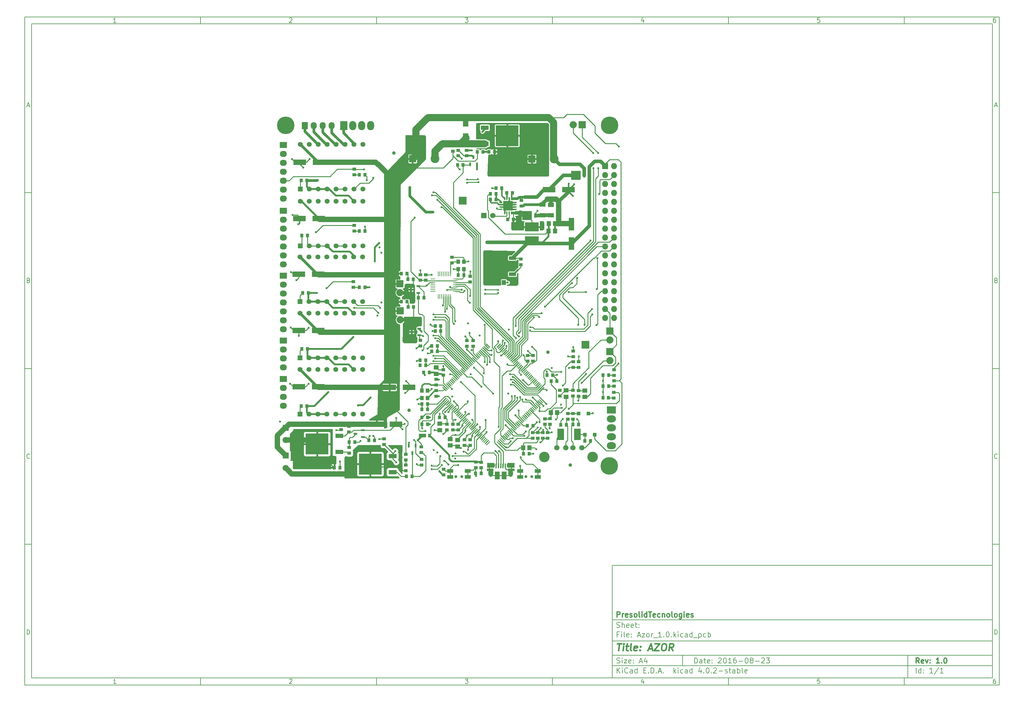
<source format=gbr>
G04 #@! TF.FileFunction,Copper,L1,Top,Mixed*
%FSLAX46Y46*%
G04 Gerber Fmt 4.6, Leading zero omitted, Abs format (unit mm)*
G04 Created by KiCad (PCBNEW 4.0.2-stable) date 05/09/2016 12:27:46*
%MOMM*%
G01*
G04 APERTURE LIST*
%ADD10C,0.150000*%
%ADD11C,0.300000*%
%ADD12C,0.400000*%
%ADD13R,1.910000X3.300000*%
%ADD14R,2.301240X1.300480*%
%ADD15R,6.499860X5.900420*%
%ADD16R,1.800000X1.800000*%
%ADD17C,1.800000*%
%ADD18R,1.000760X0.599440*%
%ADD19R,1.000760X0.949960*%
%ADD20R,1.425000X2.250000*%
%ADD21R,1.825000X0.700000*%
%ADD22R,2.000000X1.460000*%
%ADD23O,0.711200X1.050000*%
%ADD24R,0.400000X1.400000*%
%ADD25O,1.300000X2.150000*%
%ADD26R,1.300000X0.800000*%
%ADD27R,4.000000X2.540000*%
%ADD28C,1.397000*%
%ADD29R,1.397000X1.397000*%
%ADD30R,1.150620X1.450340*%
%ADD31R,1.998980X1.998980*%
%ADD32C,2.499360*%
%ADD33R,0.599440X1.000760*%
%ADD34R,2.032000X3.657600*%
%ADD35R,2.032000X1.016000*%
%ADD36R,3.599180X1.600200*%
%ADD37R,0.949960X1.000760*%
%ADD38R,1.998980X1.099820*%
%ADD39R,0.800100X1.099820*%
%ADD40R,1.450340X1.150620*%
%ADD41R,2.669540X2.540000*%
%ADD42R,0.762000X1.270000*%
%ADD43R,1.524000X1.524000*%
%ADD44C,1.524000*%
%ADD45R,1.600200X3.599180*%
%ADD46C,5.001260*%
%ADD47R,1.800860X1.150620*%
%ADD48R,2.700020X2.700020*%
%ADD49R,0.350520X0.949960*%
%ADD50R,0.949960X0.350520*%
%ADD51C,1.000760*%
%ADD52R,1.800000X1.100000*%
%ADD53C,0.800000*%
%ADD54R,1.100000X1.300000*%
%ADD55R,1.450000X0.283000*%
%ADD56R,0.283000X1.450000*%
%ADD57R,1.000000X1.000000*%
%ADD58R,1.727200X1.727200*%
%ADD59O,1.727200X1.727200*%
%ADD60R,2.032000X1.727200*%
%ADD61O,2.032000X1.727200*%
%ADD62C,1.501140*%
%ADD63C,2.999740*%
%ADD64R,2.235200X2.235200*%
%ADD65R,2.032000X2.032000*%
%ADD66O,2.032000X2.032000*%
%ADD67R,1.727200X2.032000*%
%ADD68O,1.727200X2.032000*%
%ADD69R,2.000000X2.600000*%
%ADD70O,2.000000X2.600000*%
%ADD71R,2.600000X2.000000*%
%ADD72O,2.600000X2.000000*%
%ADD73C,0.599440*%
%ADD74C,0.254000*%
%ADD75C,0.508000*%
%ADD76C,1.016000*%
%ADD77C,0.762000*%
%ADD78C,1.524000*%
%ADD79C,2.032000*%
%ADD80C,0.381000*%
G04 APERTURE END LIST*
D10*
X177002200Y-166007200D02*
X177002200Y-198007200D01*
X285002200Y-198007200D01*
X285002200Y-166007200D01*
X177002200Y-166007200D01*
X10000000Y-10000000D02*
X10000000Y-200007200D01*
X287002200Y-200007200D01*
X287002200Y-10000000D01*
X10000000Y-10000000D01*
X12000000Y-12000000D02*
X12000000Y-198007200D01*
X285002200Y-198007200D01*
X285002200Y-12000000D01*
X12000000Y-12000000D01*
X60000000Y-12000000D02*
X60000000Y-10000000D01*
X110000000Y-12000000D02*
X110000000Y-10000000D01*
X160000000Y-12000000D02*
X160000000Y-10000000D01*
X210000000Y-12000000D02*
X210000000Y-10000000D01*
X260000000Y-12000000D02*
X260000000Y-10000000D01*
X35990476Y-11588095D02*
X35247619Y-11588095D01*
X35619048Y-11588095D02*
X35619048Y-10288095D01*
X35495238Y-10473810D01*
X35371429Y-10597619D01*
X35247619Y-10659524D01*
X85247619Y-10411905D02*
X85309524Y-10350000D01*
X85433333Y-10288095D01*
X85742857Y-10288095D01*
X85866667Y-10350000D01*
X85928571Y-10411905D01*
X85990476Y-10535714D01*
X85990476Y-10659524D01*
X85928571Y-10845238D01*
X85185714Y-11588095D01*
X85990476Y-11588095D01*
X135185714Y-10288095D02*
X135990476Y-10288095D01*
X135557143Y-10783333D01*
X135742857Y-10783333D01*
X135866667Y-10845238D01*
X135928571Y-10907143D01*
X135990476Y-11030952D01*
X135990476Y-11340476D01*
X135928571Y-11464286D01*
X135866667Y-11526190D01*
X135742857Y-11588095D01*
X135371429Y-11588095D01*
X135247619Y-11526190D01*
X135185714Y-11464286D01*
X185866667Y-10721429D02*
X185866667Y-11588095D01*
X185557143Y-10226190D02*
X185247619Y-11154762D01*
X186052381Y-11154762D01*
X235928571Y-10288095D02*
X235309524Y-10288095D01*
X235247619Y-10907143D01*
X235309524Y-10845238D01*
X235433333Y-10783333D01*
X235742857Y-10783333D01*
X235866667Y-10845238D01*
X235928571Y-10907143D01*
X235990476Y-11030952D01*
X235990476Y-11340476D01*
X235928571Y-11464286D01*
X235866667Y-11526190D01*
X235742857Y-11588095D01*
X235433333Y-11588095D01*
X235309524Y-11526190D01*
X235247619Y-11464286D01*
X285866667Y-10288095D02*
X285619048Y-10288095D01*
X285495238Y-10350000D01*
X285433333Y-10411905D01*
X285309524Y-10597619D01*
X285247619Y-10845238D01*
X285247619Y-11340476D01*
X285309524Y-11464286D01*
X285371429Y-11526190D01*
X285495238Y-11588095D01*
X285742857Y-11588095D01*
X285866667Y-11526190D01*
X285928571Y-11464286D01*
X285990476Y-11340476D01*
X285990476Y-11030952D01*
X285928571Y-10907143D01*
X285866667Y-10845238D01*
X285742857Y-10783333D01*
X285495238Y-10783333D01*
X285371429Y-10845238D01*
X285309524Y-10907143D01*
X285247619Y-11030952D01*
X60000000Y-198007200D02*
X60000000Y-200007200D01*
X110000000Y-198007200D02*
X110000000Y-200007200D01*
X160000000Y-198007200D02*
X160000000Y-200007200D01*
X210000000Y-198007200D02*
X210000000Y-200007200D01*
X260000000Y-198007200D02*
X260000000Y-200007200D01*
X35990476Y-199595295D02*
X35247619Y-199595295D01*
X35619048Y-199595295D02*
X35619048Y-198295295D01*
X35495238Y-198481010D01*
X35371429Y-198604819D01*
X35247619Y-198666724D01*
X85247619Y-198419105D02*
X85309524Y-198357200D01*
X85433333Y-198295295D01*
X85742857Y-198295295D01*
X85866667Y-198357200D01*
X85928571Y-198419105D01*
X85990476Y-198542914D01*
X85990476Y-198666724D01*
X85928571Y-198852438D01*
X85185714Y-199595295D01*
X85990476Y-199595295D01*
X135185714Y-198295295D02*
X135990476Y-198295295D01*
X135557143Y-198790533D01*
X135742857Y-198790533D01*
X135866667Y-198852438D01*
X135928571Y-198914343D01*
X135990476Y-199038152D01*
X135990476Y-199347676D01*
X135928571Y-199471486D01*
X135866667Y-199533390D01*
X135742857Y-199595295D01*
X135371429Y-199595295D01*
X135247619Y-199533390D01*
X135185714Y-199471486D01*
X185866667Y-198728629D02*
X185866667Y-199595295D01*
X185557143Y-198233390D02*
X185247619Y-199161962D01*
X186052381Y-199161962D01*
X235928571Y-198295295D02*
X235309524Y-198295295D01*
X235247619Y-198914343D01*
X235309524Y-198852438D01*
X235433333Y-198790533D01*
X235742857Y-198790533D01*
X235866667Y-198852438D01*
X235928571Y-198914343D01*
X235990476Y-199038152D01*
X235990476Y-199347676D01*
X235928571Y-199471486D01*
X235866667Y-199533390D01*
X235742857Y-199595295D01*
X235433333Y-199595295D01*
X235309524Y-199533390D01*
X235247619Y-199471486D01*
X285866667Y-198295295D02*
X285619048Y-198295295D01*
X285495238Y-198357200D01*
X285433333Y-198419105D01*
X285309524Y-198604819D01*
X285247619Y-198852438D01*
X285247619Y-199347676D01*
X285309524Y-199471486D01*
X285371429Y-199533390D01*
X285495238Y-199595295D01*
X285742857Y-199595295D01*
X285866667Y-199533390D01*
X285928571Y-199471486D01*
X285990476Y-199347676D01*
X285990476Y-199038152D01*
X285928571Y-198914343D01*
X285866667Y-198852438D01*
X285742857Y-198790533D01*
X285495238Y-198790533D01*
X285371429Y-198852438D01*
X285309524Y-198914343D01*
X285247619Y-199038152D01*
X10000000Y-60000000D02*
X12000000Y-60000000D01*
X10000000Y-110000000D02*
X12000000Y-110000000D01*
X10000000Y-160000000D02*
X12000000Y-160000000D01*
X10690476Y-35216667D02*
X11309524Y-35216667D01*
X10566667Y-35588095D02*
X11000000Y-34288095D01*
X11433333Y-35588095D01*
X11092857Y-84907143D02*
X11278571Y-84969048D01*
X11340476Y-85030952D01*
X11402381Y-85154762D01*
X11402381Y-85340476D01*
X11340476Y-85464286D01*
X11278571Y-85526190D01*
X11154762Y-85588095D01*
X10659524Y-85588095D01*
X10659524Y-84288095D01*
X11092857Y-84288095D01*
X11216667Y-84350000D01*
X11278571Y-84411905D01*
X11340476Y-84535714D01*
X11340476Y-84659524D01*
X11278571Y-84783333D01*
X11216667Y-84845238D01*
X11092857Y-84907143D01*
X10659524Y-84907143D01*
X11402381Y-135464286D02*
X11340476Y-135526190D01*
X11154762Y-135588095D01*
X11030952Y-135588095D01*
X10845238Y-135526190D01*
X10721429Y-135402381D01*
X10659524Y-135278571D01*
X10597619Y-135030952D01*
X10597619Y-134845238D01*
X10659524Y-134597619D01*
X10721429Y-134473810D01*
X10845238Y-134350000D01*
X11030952Y-134288095D01*
X11154762Y-134288095D01*
X11340476Y-134350000D01*
X11402381Y-134411905D01*
X10659524Y-185588095D02*
X10659524Y-184288095D01*
X10969048Y-184288095D01*
X11154762Y-184350000D01*
X11278571Y-184473810D01*
X11340476Y-184597619D01*
X11402381Y-184845238D01*
X11402381Y-185030952D01*
X11340476Y-185278571D01*
X11278571Y-185402381D01*
X11154762Y-185526190D01*
X10969048Y-185588095D01*
X10659524Y-185588095D01*
X287002200Y-60000000D02*
X285002200Y-60000000D01*
X287002200Y-110000000D02*
X285002200Y-110000000D01*
X287002200Y-160000000D02*
X285002200Y-160000000D01*
X285692676Y-35216667D02*
X286311724Y-35216667D01*
X285568867Y-35588095D02*
X286002200Y-34288095D01*
X286435533Y-35588095D01*
X286095057Y-84907143D02*
X286280771Y-84969048D01*
X286342676Y-85030952D01*
X286404581Y-85154762D01*
X286404581Y-85340476D01*
X286342676Y-85464286D01*
X286280771Y-85526190D01*
X286156962Y-85588095D01*
X285661724Y-85588095D01*
X285661724Y-84288095D01*
X286095057Y-84288095D01*
X286218867Y-84350000D01*
X286280771Y-84411905D01*
X286342676Y-84535714D01*
X286342676Y-84659524D01*
X286280771Y-84783333D01*
X286218867Y-84845238D01*
X286095057Y-84907143D01*
X285661724Y-84907143D01*
X286404581Y-135464286D02*
X286342676Y-135526190D01*
X286156962Y-135588095D01*
X286033152Y-135588095D01*
X285847438Y-135526190D01*
X285723629Y-135402381D01*
X285661724Y-135278571D01*
X285599819Y-135030952D01*
X285599819Y-134845238D01*
X285661724Y-134597619D01*
X285723629Y-134473810D01*
X285847438Y-134350000D01*
X286033152Y-134288095D01*
X286156962Y-134288095D01*
X286342676Y-134350000D01*
X286404581Y-134411905D01*
X285661724Y-185588095D02*
X285661724Y-184288095D01*
X285971248Y-184288095D01*
X286156962Y-184350000D01*
X286280771Y-184473810D01*
X286342676Y-184597619D01*
X286404581Y-184845238D01*
X286404581Y-185030952D01*
X286342676Y-185278571D01*
X286280771Y-185402381D01*
X286156962Y-185526190D01*
X285971248Y-185588095D01*
X285661724Y-185588095D01*
X200359343Y-193785771D02*
X200359343Y-192285771D01*
X200716486Y-192285771D01*
X200930771Y-192357200D01*
X201073629Y-192500057D01*
X201145057Y-192642914D01*
X201216486Y-192928629D01*
X201216486Y-193142914D01*
X201145057Y-193428629D01*
X201073629Y-193571486D01*
X200930771Y-193714343D01*
X200716486Y-193785771D01*
X200359343Y-193785771D01*
X202502200Y-193785771D02*
X202502200Y-193000057D01*
X202430771Y-192857200D01*
X202287914Y-192785771D01*
X202002200Y-192785771D01*
X201859343Y-192857200D01*
X202502200Y-193714343D02*
X202359343Y-193785771D01*
X202002200Y-193785771D01*
X201859343Y-193714343D01*
X201787914Y-193571486D01*
X201787914Y-193428629D01*
X201859343Y-193285771D01*
X202002200Y-193214343D01*
X202359343Y-193214343D01*
X202502200Y-193142914D01*
X203002200Y-192785771D02*
X203573629Y-192785771D01*
X203216486Y-192285771D02*
X203216486Y-193571486D01*
X203287914Y-193714343D01*
X203430772Y-193785771D01*
X203573629Y-193785771D01*
X204645057Y-193714343D02*
X204502200Y-193785771D01*
X204216486Y-193785771D01*
X204073629Y-193714343D01*
X204002200Y-193571486D01*
X204002200Y-193000057D01*
X204073629Y-192857200D01*
X204216486Y-192785771D01*
X204502200Y-192785771D01*
X204645057Y-192857200D01*
X204716486Y-193000057D01*
X204716486Y-193142914D01*
X204002200Y-193285771D01*
X205359343Y-193642914D02*
X205430771Y-193714343D01*
X205359343Y-193785771D01*
X205287914Y-193714343D01*
X205359343Y-193642914D01*
X205359343Y-193785771D01*
X205359343Y-192857200D02*
X205430771Y-192928629D01*
X205359343Y-193000057D01*
X205287914Y-192928629D01*
X205359343Y-192857200D01*
X205359343Y-193000057D01*
X207145057Y-192428629D02*
X207216486Y-192357200D01*
X207359343Y-192285771D01*
X207716486Y-192285771D01*
X207859343Y-192357200D01*
X207930772Y-192428629D01*
X208002200Y-192571486D01*
X208002200Y-192714343D01*
X207930772Y-192928629D01*
X207073629Y-193785771D01*
X208002200Y-193785771D01*
X208930771Y-192285771D02*
X209073628Y-192285771D01*
X209216485Y-192357200D01*
X209287914Y-192428629D01*
X209359343Y-192571486D01*
X209430771Y-192857200D01*
X209430771Y-193214343D01*
X209359343Y-193500057D01*
X209287914Y-193642914D01*
X209216485Y-193714343D01*
X209073628Y-193785771D01*
X208930771Y-193785771D01*
X208787914Y-193714343D01*
X208716485Y-193642914D01*
X208645057Y-193500057D01*
X208573628Y-193214343D01*
X208573628Y-192857200D01*
X208645057Y-192571486D01*
X208716485Y-192428629D01*
X208787914Y-192357200D01*
X208930771Y-192285771D01*
X210859342Y-193785771D02*
X210002199Y-193785771D01*
X210430771Y-193785771D02*
X210430771Y-192285771D01*
X210287914Y-192500057D01*
X210145056Y-192642914D01*
X210002199Y-192714343D01*
X212145056Y-192285771D02*
X211859342Y-192285771D01*
X211716485Y-192357200D01*
X211645056Y-192428629D01*
X211502199Y-192642914D01*
X211430770Y-192928629D01*
X211430770Y-193500057D01*
X211502199Y-193642914D01*
X211573627Y-193714343D01*
X211716485Y-193785771D01*
X212002199Y-193785771D01*
X212145056Y-193714343D01*
X212216485Y-193642914D01*
X212287913Y-193500057D01*
X212287913Y-193142914D01*
X212216485Y-193000057D01*
X212145056Y-192928629D01*
X212002199Y-192857200D01*
X211716485Y-192857200D01*
X211573627Y-192928629D01*
X211502199Y-193000057D01*
X211430770Y-193142914D01*
X212930770Y-193214343D02*
X214073627Y-193214343D01*
X215073627Y-192285771D02*
X215216484Y-192285771D01*
X215359341Y-192357200D01*
X215430770Y-192428629D01*
X215502199Y-192571486D01*
X215573627Y-192857200D01*
X215573627Y-193214343D01*
X215502199Y-193500057D01*
X215430770Y-193642914D01*
X215359341Y-193714343D01*
X215216484Y-193785771D01*
X215073627Y-193785771D01*
X214930770Y-193714343D01*
X214859341Y-193642914D01*
X214787913Y-193500057D01*
X214716484Y-193214343D01*
X214716484Y-192857200D01*
X214787913Y-192571486D01*
X214859341Y-192428629D01*
X214930770Y-192357200D01*
X215073627Y-192285771D01*
X216430770Y-192928629D02*
X216287912Y-192857200D01*
X216216484Y-192785771D01*
X216145055Y-192642914D01*
X216145055Y-192571486D01*
X216216484Y-192428629D01*
X216287912Y-192357200D01*
X216430770Y-192285771D01*
X216716484Y-192285771D01*
X216859341Y-192357200D01*
X216930770Y-192428629D01*
X217002198Y-192571486D01*
X217002198Y-192642914D01*
X216930770Y-192785771D01*
X216859341Y-192857200D01*
X216716484Y-192928629D01*
X216430770Y-192928629D01*
X216287912Y-193000057D01*
X216216484Y-193071486D01*
X216145055Y-193214343D01*
X216145055Y-193500057D01*
X216216484Y-193642914D01*
X216287912Y-193714343D01*
X216430770Y-193785771D01*
X216716484Y-193785771D01*
X216859341Y-193714343D01*
X216930770Y-193642914D01*
X217002198Y-193500057D01*
X217002198Y-193214343D01*
X216930770Y-193071486D01*
X216859341Y-193000057D01*
X216716484Y-192928629D01*
X217645055Y-193214343D02*
X218787912Y-193214343D01*
X219430769Y-192428629D02*
X219502198Y-192357200D01*
X219645055Y-192285771D01*
X220002198Y-192285771D01*
X220145055Y-192357200D01*
X220216484Y-192428629D01*
X220287912Y-192571486D01*
X220287912Y-192714343D01*
X220216484Y-192928629D01*
X219359341Y-193785771D01*
X220287912Y-193785771D01*
X220787912Y-192285771D02*
X221716483Y-192285771D01*
X221216483Y-192857200D01*
X221430769Y-192857200D01*
X221573626Y-192928629D01*
X221645055Y-193000057D01*
X221716483Y-193142914D01*
X221716483Y-193500057D01*
X221645055Y-193642914D01*
X221573626Y-193714343D01*
X221430769Y-193785771D01*
X221002197Y-193785771D01*
X220859340Y-193714343D01*
X220787912Y-193642914D01*
X177002200Y-194507200D02*
X285002200Y-194507200D01*
X178359343Y-196585771D02*
X178359343Y-195085771D01*
X179216486Y-196585771D02*
X178573629Y-195728629D01*
X179216486Y-195085771D02*
X178359343Y-195942914D01*
X179859343Y-196585771D02*
X179859343Y-195585771D01*
X179859343Y-195085771D02*
X179787914Y-195157200D01*
X179859343Y-195228629D01*
X179930771Y-195157200D01*
X179859343Y-195085771D01*
X179859343Y-195228629D01*
X181430772Y-196442914D02*
X181359343Y-196514343D01*
X181145057Y-196585771D01*
X181002200Y-196585771D01*
X180787915Y-196514343D01*
X180645057Y-196371486D01*
X180573629Y-196228629D01*
X180502200Y-195942914D01*
X180502200Y-195728629D01*
X180573629Y-195442914D01*
X180645057Y-195300057D01*
X180787915Y-195157200D01*
X181002200Y-195085771D01*
X181145057Y-195085771D01*
X181359343Y-195157200D01*
X181430772Y-195228629D01*
X182716486Y-196585771D02*
X182716486Y-195800057D01*
X182645057Y-195657200D01*
X182502200Y-195585771D01*
X182216486Y-195585771D01*
X182073629Y-195657200D01*
X182716486Y-196514343D02*
X182573629Y-196585771D01*
X182216486Y-196585771D01*
X182073629Y-196514343D01*
X182002200Y-196371486D01*
X182002200Y-196228629D01*
X182073629Y-196085771D01*
X182216486Y-196014343D01*
X182573629Y-196014343D01*
X182716486Y-195942914D01*
X184073629Y-196585771D02*
X184073629Y-195085771D01*
X184073629Y-196514343D02*
X183930772Y-196585771D01*
X183645058Y-196585771D01*
X183502200Y-196514343D01*
X183430772Y-196442914D01*
X183359343Y-196300057D01*
X183359343Y-195871486D01*
X183430772Y-195728629D01*
X183502200Y-195657200D01*
X183645058Y-195585771D01*
X183930772Y-195585771D01*
X184073629Y-195657200D01*
X185930772Y-195800057D02*
X186430772Y-195800057D01*
X186645058Y-196585771D02*
X185930772Y-196585771D01*
X185930772Y-195085771D01*
X186645058Y-195085771D01*
X187287915Y-196442914D02*
X187359343Y-196514343D01*
X187287915Y-196585771D01*
X187216486Y-196514343D01*
X187287915Y-196442914D01*
X187287915Y-196585771D01*
X188002201Y-196585771D02*
X188002201Y-195085771D01*
X188359344Y-195085771D01*
X188573629Y-195157200D01*
X188716487Y-195300057D01*
X188787915Y-195442914D01*
X188859344Y-195728629D01*
X188859344Y-195942914D01*
X188787915Y-196228629D01*
X188716487Y-196371486D01*
X188573629Y-196514343D01*
X188359344Y-196585771D01*
X188002201Y-196585771D01*
X189502201Y-196442914D02*
X189573629Y-196514343D01*
X189502201Y-196585771D01*
X189430772Y-196514343D01*
X189502201Y-196442914D01*
X189502201Y-196585771D01*
X190145058Y-196157200D02*
X190859344Y-196157200D01*
X190002201Y-196585771D02*
X190502201Y-195085771D01*
X191002201Y-196585771D01*
X191502201Y-196442914D02*
X191573629Y-196514343D01*
X191502201Y-196585771D01*
X191430772Y-196514343D01*
X191502201Y-196442914D01*
X191502201Y-196585771D01*
X194502201Y-196585771D02*
X194502201Y-195085771D01*
X194645058Y-196014343D02*
X195073629Y-196585771D01*
X195073629Y-195585771D02*
X194502201Y-196157200D01*
X195716487Y-196585771D02*
X195716487Y-195585771D01*
X195716487Y-195085771D02*
X195645058Y-195157200D01*
X195716487Y-195228629D01*
X195787915Y-195157200D01*
X195716487Y-195085771D01*
X195716487Y-195228629D01*
X197073630Y-196514343D02*
X196930773Y-196585771D01*
X196645059Y-196585771D01*
X196502201Y-196514343D01*
X196430773Y-196442914D01*
X196359344Y-196300057D01*
X196359344Y-195871486D01*
X196430773Y-195728629D01*
X196502201Y-195657200D01*
X196645059Y-195585771D01*
X196930773Y-195585771D01*
X197073630Y-195657200D01*
X198359344Y-196585771D02*
X198359344Y-195800057D01*
X198287915Y-195657200D01*
X198145058Y-195585771D01*
X197859344Y-195585771D01*
X197716487Y-195657200D01*
X198359344Y-196514343D02*
X198216487Y-196585771D01*
X197859344Y-196585771D01*
X197716487Y-196514343D01*
X197645058Y-196371486D01*
X197645058Y-196228629D01*
X197716487Y-196085771D01*
X197859344Y-196014343D01*
X198216487Y-196014343D01*
X198359344Y-195942914D01*
X199716487Y-196585771D02*
X199716487Y-195085771D01*
X199716487Y-196514343D02*
X199573630Y-196585771D01*
X199287916Y-196585771D01*
X199145058Y-196514343D01*
X199073630Y-196442914D01*
X199002201Y-196300057D01*
X199002201Y-195871486D01*
X199073630Y-195728629D01*
X199145058Y-195657200D01*
X199287916Y-195585771D01*
X199573630Y-195585771D01*
X199716487Y-195657200D01*
X202216487Y-195585771D02*
X202216487Y-196585771D01*
X201859344Y-195014343D02*
X201502201Y-196085771D01*
X202430773Y-196085771D01*
X203002201Y-196442914D02*
X203073629Y-196514343D01*
X203002201Y-196585771D01*
X202930772Y-196514343D01*
X203002201Y-196442914D01*
X203002201Y-196585771D01*
X204002201Y-195085771D02*
X204145058Y-195085771D01*
X204287915Y-195157200D01*
X204359344Y-195228629D01*
X204430773Y-195371486D01*
X204502201Y-195657200D01*
X204502201Y-196014343D01*
X204430773Y-196300057D01*
X204359344Y-196442914D01*
X204287915Y-196514343D01*
X204145058Y-196585771D01*
X204002201Y-196585771D01*
X203859344Y-196514343D01*
X203787915Y-196442914D01*
X203716487Y-196300057D01*
X203645058Y-196014343D01*
X203645058Y-195657200D01*
X203716487Y-195371486D01*
X203787915Y-195228629D01*
X203859344Y-195157200D01*
X204002201Y-195085771D01*
X205145058Y-196442914D02*
X205216486Y-196514343D01*
X205145058Y-196585771D01*
X205073629Y-196514343D01*
X205145058Y-196442914D01*
X205145058Y-196585771D01*
X205787915Y-195228629D02*
X205859344Y-195157200D01*
X206002201Y-195085771D01*
X206359344Y-195085771D01*
X206502201Y-195157200D01*
X206573630Y-195228629D01*
X206645058Y-195371486D01*
X206645058Y-195514343D01*
X206573630Y-195728629D01*
X205716487Y-196585771D01*
X206645058Y-196585771D01*
X207287915Y-196014343D02*
X208430772Y-196014343D01*
X209073629Y-196514343D02*
X209216486Y-196585771D01*
X209502201Y-196585771D01*
X209645058Y-196514343D01*
X209716486Y-196371486D01*
X209716486Y-196300057D01*
X209645058Y-196157200D01*
X209502201Y-196085771D01*
X209287915Y-196085771D01*
X209145058Y-196014343D01*
X209073629Y-195871486D01*
X209073629Y-195800057D01*
X209145058Y-195657200D01*
X209287915Y-195585771D01*
X209502201Y-195585771D01*
X209645058Y-195657200D01*
X210145058Y-195585771D02*
X210716487Y-195585771D01*
X210359344Y-195085771D02*
X210359344Y-196371486D01*
X210430772Y-196514343D01*
X210573630Y-196585771D01*
X210716487Y-196585771D01*
X211859344Y-196585771D02*
X211859344Y-195800057D01*
X211787915Y-195657200D01*
X211645058Y-195585771D01*
X211359344Y-195585771D01*
X211216487Y-195657200D01*
X211859344Y-196514343D02*
X211716487Y-196585771D01*
X211359344Y-196585771D01*
X211216487Y-196514343D01*
X211145058Y-196371486D01*
X211145058Y-196228629D01*
X211216487Y-196085771D01*
X211359344Y-196014343D01*
X211716487Y-196014343D01*
X211859344Y-195942914D01*
X212573630Y-196585771D02*
X212573630Y-195085771D01*
X212573630Y-195657200D02*
X212716487Y-195585771D01*
X213002201Y-195585771D01*
X213145058Y-195657200D01*
X213216487Y-195728629D01*
X213287916Y-195871486D01*
X213287916Y-196300057D01*
X213216487Y-196442914D01*
X213145058Y-196514343D01*
X213002201Y-196585771D01*
X212716487Y-196585771D01*
X212573630Y-196514343D01*
X214145059Y-196585771D02*
X214002201Y-196514343D01*
X213930773Y-196371486D01*
X213930773Y-195085771D01*
X215287915Y-196514343D02*
X215145058Y-196585771D01*
X214859344Y-196585771D01*
X214716487Y-196514343D01*
X214645058Y-196371486D01*
X214645058Y-195800057D01*
X214716487Y-195657200D01*
X214859344Y-195585771D01*
X215145058Y-195585771D01*
X215287915Y-195657200D01*
X215359344Y-195800057D01*
X215359344Y-195942914D01*
X214645058Y-196085771D01*
X177002200Y-191507200D02*
X285002200Y-191507200D01*
D11*
X264216486Y-193785771D02*
X263716486Y-193071486D01*
X263359343Y-193785771D02*
X263359343Y-192285771D01*
X263930771Y-192285771D01*
X264073629Y-192357200D01*
X264145057Y-192428629D01*
X264216486Y-192571486D01*
X264216486Y-192785771D01*
X264145057Y-192928629D01*
X264073629Y-193000057D01*
X263930771Y-193071486D01*
X263359343Y-193071486D01*
X265430771Y-193714343D02*
X265287914Y-193785771D01*
X265002200Y-193785771D01*
X264859343Y-193714343D01*
X264787914Y-193571486D01*
X264787914Y-193000057D01*
X264859343Y-192857200D01*
X265002200Y-192785771D01*
X265287914Y-192785771D01*
X265430771Y-192857200D01*
X265502200Y-193000057D01*
X265502200Y-193142914D01*
X264787914Y-193285771D01*
X266002200Y-192785771D02*
X266359343Y-193785771D01*
X266716485Y-192785771D01*
X267287914Y-193642914D02*
X267359342Y-193714343D01*
X267287914Y-193785771D01*
X267216485Y-193714343D01*
X267287914Y-193642914D01*
X267287914Y-193785771D01*
X267287914Y-192857200D02*
X267359342Y-192928629D01*
X267287914Y-193000057D01*
X267216485Y-192928629D01*
X267287914Y-192857200D01*
X267287914Y-193000057D01*
X269930771Y-193785771D02*
X269073628Y-193785771D01*
X269502200Y-193785771D02*
X269502200Y-192285771D01*
X269359343Y-192500057D01*
X269216485Y-192642914D01*
X269073628Y-192714343D01*
X270573628Y-193642914D02*
X270645056Y-193714343D01*
X270573628Y-193785771D01*
X270502199Y-193714343D01*
X270573628Y-193642914D01*
X270573628Y-193785771D01*
X271573628Y-192285771D02*
X271716485Y-192285771D01*
X271859342Y-192357200D01*
X271930771Y-192428629D01*
X272002200Y-192571486D01*
X272073628Y-192857200D01*
X272073628Y-193214343D01*
X272002200Y-193500057D01*
X271930771Y-193642914D01*
X271859342Y-193714343D01*
X271716485Y-193785771D01*
X271573628Y-193785771D01*
X271430771Y-193714343D01*
X271359342Y-193642914D01*
X271287914Y-193500057D01*
X271216485Y-193214343D01*
X271216485Y-192857200D01*
X271287914Y-192571486D01*
X271359342Y-192428629D01*
X271430771Y-192357200D01*
X271573628Y-192285771D01*
D10*
X178287914Y-193714343D02*
X178502200Y-193785771D01*
X178859343Y-193785771D01*
X179002200Y-193714343D01*
X179073629Y-193642914D01*
X179145057Y-193500057D01*
X179145057Y-193357200D01*
X179073629Y-193214343D01*
X179002200Y-193142914D01*
X178859343Y-193071486D01*
X178573629Y-193000057D01*
X178430771Y-192928629D01*
X178359343Y-192857200D01*
X178287914Y-192714343D01*
X178287914Y-192571486D01*
X178359343Y-192428629D01*
X178430771Y-192357200D01*
X178573629Y-192285771D01*
X178930771Y-192285771D01*
X179145057Y-192357200D01*
X179787914Y-193785771D02*
X179787914Y-192785771D01*
X179787914Y-192285771D02*
X179716485Y-192357200D01*
X179787914Y-192428629D01*
X179859342Y-192357200D01*
X179787914Y-192285771D01*
X179787914Y-192428629D01*
X180359343Y-192785771D02*
X181145057Y-192785771D01*
X180359343Y-193785771D01*
X181145057Y-193785771D01*
X182287914Y-193714343D02*
X182145057Y-193785771D01*
X181859343Y-193785771D01*
X181716486Y-193714343D01*
X181645057Y-193571486D01*
X181645057Y-193000057D01*
X181716486Y-192857200D01*
X181859343Y-192785771D01*
X182145057Y-192785771D01*
X182287914Y-192857200D01*
X182359343Y-193000057D01*
X182359343Y-193142914D01*
X181645057Y-193285771D01*
X183002200Y-193642914D02*
X183073628Y-193714343D01*
X183002200Y-193785771D01*
X182930771Y-193714343D01*
X183002200Y-193642914D01*
X183002200Y-193785771D01*
X183002200Y-192857200D02*
X183073628Y-192928629D01*
X183002200Y-193000057D01*
X182930771Y-192928629D01*
X183002200Y-192857200D01*
X183002200Y-193000057D01*
X184787914Y-193357200D02*
X185502200Y-193357200D01*
X184645057Y-193785771D02*
X185145057Y-192285771D01*
X185645057Y-193785771D01*
X186787914Y-192785771D02*
X186787914Y-193785771D01*
X186430771Y-192214343D02*
X186073628Y-193285771D01*
X187002200Y-193285771D01*
X263359343Y-196585771D02*
X263359343Y-195085771D01*
X264716486Y-196585771D02*
X264716486Y-195085771D01*
X264716486Y-196514343D02*
X264573629Y-196585771D01*
X264287915Y-196585771D01*
X264145057Y-196514343D01*
X264073629Y-196442914D01*
X264002200Y-196300057D01*
X264002200Y-195871486D01*
X264073629Y-195728629D01*
X264145057Y-195657200D01*
X264287915Y-195585771D01*
X264573629Y-195585771D01*
X264716486Y-195657200D01*
X265430772Y-196442914D02*
X265502200Y-196514343D01*
X265430772Y-196585771D01*
X265359343Y-196514343D01*
X265430772Y-196442914D01*
X265430772Y-196585771D01*
X265430772Y-195657200D02*
X265502200Y-195728629D01*
X265430772Y-195800057D01*
X265359343Y-195728629D01*
X265430772Y-195657200D01*
X265430772Y-195800057D01*
X268073629Y-196585771D02*
X267216486Y-196585771D01*
X267645058Y-196585771D02*
X267645058Y-195085771D01*
X267502201Y-195300057D01*
X267359343Y-195442914D01*
X267216486Y-195514343D01*
X269787914Y-195014343D02*
X268502200Y-196942914D01*
X271073629Y-196585771D02*
X270216486Y-196585771D01*
X270645058Y-196585771D02*
X270645058Y-195085771D01*
X270502201Y-195300057D01*
X270359343Y-195442914D01*
X270216486Y-195514343D01*
X177002200Y-187507200D02*
X285002200Y-187507200D01*
D12*
X178454581Y-188211962D02*
X179597438Y-188211962D01*
X178776010Y-190211962D02*
X179026010Y-188211962D01*
X180014105Y-190211962D02*
X180180771Y-188878629D01*
X180264105Y-188211962D02*
X180156962Y-188307200D01*
X180240295Y-188402438D01*
X180347439Y-188307200D01*
X180264105Y-188211962D01*
X180240295Y-188402438D01*
X180847438Y-188878629D02*
X181609343Y-188878629D01*
X181216486Y-188211962D02*
X181002200Y-189926248D01*
X181073630Y-190116724D01*
X181252201Y-190211962D01*
X181442677Y-190211962D01*
X182395058Y-190211962D02*
X182216487Y-190116724D01*
X182145057Y-189926248D01*
X182359343Y-188211962D01*
X183930772Y-190116724D02*
X183728391Y-190211962D01*
X183347439Y-190211962D01*
X183168867Y-190116724D01*
X183097438Y-189926248D01*
X183192676Y-189164343D01*
X183311724Y-188973867D01*
X183514105Y-188878629D01*
X183895057Y-188878629D01*
X184073629Y-188973867D01*
X184145057Y-189164343D01*
X184121248Y-189354819D01*
X183145057Y-189545295D01*
X184895057Y-190021486D02*
X184978392Y-190116724D01*
X184871248Y-190211962D01*
X184787915Y-190116724D01*
X184895057Y-190021486D01*
X184871248Y-190211962D01*
X185026010Y-188973867D02*
X185109344Y-189069105D01*
X185002200Y-189164343D01*
X184918867Y-189069105D01*
X185026010Y-188973867D01*
X185002200Y-189164343D01*
X187323629Y-189640533D02*
X188276010Y-189640533D01*
X187061725Y-190211962D02*
X187978392Y-188211962D01*
X188395059Y-190211962D01*
X189121249Y-188211962D02*
X190454583Y-188211962D01*
X188871249Y-190211962D01*
X190204583Y-190211962D01*
X191597440Y-188211962D02*
X191978392Y-188211962D01*
X192156963Y-188307200D01*
X192323631Y-188497676D01*
X192371249Y-188878629D01*
X192287916Y-189545295D01*
X192145059Y-189926248D01*
X191930773Y-190116724D01*
X191728392Y-190211962D01*
X191347440Y-190211962D01*
X191168869Y-190116724D01*
X191002201Y-189926248D01*
X190954582Y-189545295D01*
X191037915Y-188878629D01*
X191180773Y-188497676D01*
X191395059Y-188307200D01*
X191597440Y-188211962D01*
X194204583Y-190211962D02*
X193656963Y-189259581D01*
X193061725Y-190211962D02*
X193311725Y-188211962D01*
X194073630Y-188211962D01*
X194252201Y-188307200D01*
X194335535Y-188402438D01*
X194406964Y-188592914D01*
X194371249Y-188878629D01*
X194252202Y-189069105D01*
X194145058Y-189164343D01*
X193942677Y-189259581D01*
X193180772Y-189259581D01*
D10*
X178859343Y-185600057D02*
X178359343Y-185600057D01*
X178359343Y-186385771D02*
X178359343Y-184885771D01*
X179073629Y-184885771D01*
X179645057Y-186385771D02*
X179645057Y-185385771D01*
X179645057Y-184885771D02*
X179573628Y-184957200D01*
X179645057Y-185028629D01*
X179716485Y-184957200D01*
X179645057Y-184885771D01*
X179645057Y-185028629D01*
X180573629Y-186385771D02*
X180430771Y-186314343D01*
X180359343Y-186171486D01*
X180359343Y-184885771D01*
X181716485Y-186314343D02*
X181573628Y-186385771D01*
X181287914Y-186385771D01*
X181145057Y-186314343D01*
X181073628Y-186171486D01*
X181073628Y-185600057D01*
X181145057Y-185457200D01*
X181287914Y-185385771D01*
X181573628Y-185385771D01*
X181716485Y-185457200D01*
X181787914Y-185600057D01*
X181787914Y-185742914D01*
X181073628Y-185885771D01*
X182430771Y-186242914D02*
X182502199Y-186314343D01*
X182430771Y-186385771D01*
X182359342Y-186314343D01*
X182430771Y-186242914D01*
X182430771Y-186385771D01*
X182430771Y-185457200D02*
X182502199Y-185528629D01*
X182430771Y-185600057D01*
X182359342Y-185528629D01*
X182430771Y-185457200D01*
X182430771Y-185600057D01*
X184216485Y-185957200D02*
X184930771Y-185957200D01*
X184073628Y-186385771D02*
X184573628Y-184885771D01*
X185073628Y-186385771D01*
X185430771Y-185385771D02*
X186216485Y-185385771D01*
X185430771Y-186385771D01*
X186216485Y-186385771D01*
X187002200Y-186385771D02*
X186859342Y-186314343D01*
X186787914Y-186242914D01*
X186716485Y-186100057D01*
X186716485Y-185671486D01*
X186787914Y-185528629D01*
X186859342Y-185457200D01*
X187002200Y-185385771D01*
X187216485Y-185385771D01*
X187359342Y-185457200D01*
X187430771Y-185528629D01*
X187502200Y-185671486D01*
X187502200Y-186100057D01*
X187430771Y-186242914D01*
X187359342Y-186314343D01*
X187216485Y-186385771D01*
X187002200Y-186385771D01*
X188145057Y-186385771D02*
X188145057Y-185385771D01*
X188145057Y-185671486D02*
X188216485Y-185528629D01*
X188287914Y-185457200D01*
X188430771Y-185385771D01*
X188573628Y-185385771D01*
X188716485Y-186528629D02*
X189859342Y-186528629D01*
X191002199Y-186385771D02*
X190145056Y-186385771D01*
X190573628Y-186385771D02*
X190573628Y-184885771D01*
X190430771Y-185100057D01*
X190287913Y-185242914D01*
X190145056Y-185314343D01*
X191645056Y-186242914D02*
X191716484Y-186314343D01*
X191645056Y-186385771D01*
X191573627Y-186314343D01*
X191645056Y-186242914D01*
X191645056Y-186385771D01*
X192645056Y-184885771D02*
X192787913Y-184885771D01*
X192930770Y-184957200D01*
X193002199Y-185028629D01*
X193073628Y-185171486D01*
X193145056Y-185457200D01*
X193145056Y-185814343D01*
X193073628Y-186100057D01*
X193002199Y-186242914D01*
X192930770Y-186314343D01*
X192787913Y-186385771D01*
X192645056Y-186385771D01*
X192502199Y-186314343D01*
X192430770Y-186242914D01*
X192359342Y-186100057D01*
X192287913Y-185814343D01*
X192287913Y-185457200D01*
X192359342Y-185171486D01*
X192430770Y-185028629D01*
X192502199Y-184957200D01*
X192645056Y-184885771D01*
X193787913Y-186242914D02*
X193859341Y-186314343D01*
X193787913Y-186385771D01*
X193716484Y-186314343D01*
X193787913Y-186242914D01*
X193787913Y-186385771D01*
X194502199Y-186385771D02*
X194502199Y-184885771D01*
X194645056Y-185814343D02*
X195073627Y-186385771D01*
X195073627Y-185385771D02*
X194502199Y-185957200D01*
X195716485Y-186385771D02*
X195716485Y-185385771D01*
X195716485Y-184885771D02*
X195645056Y-184957200D01*
X195716485Y-185028629D01*
X195787913Y-184957200D01*
X195716485Y-184885771D01*
X195716485Y-185028629D01*
X197073628Y-186314343D02*
X196930771Y-186385771D01*
X196645057Y-186385771D01*
X196502199Y-186314343D01*
X196430771Y-186242914D01*
X196359342Y-186100057D01*
X196359342Y-185671486D01*
X196430771Y-185528629D01*
X196502199Y-185457200D01*
X196645057Y-185385771D01*
X196930771Y-185385771D01*
X197073628Y-185457200D01*
X198359342Y-186385771D02*
X198359342Y-185600057D01*
X198287913Y-185457200D01*
X198145056Y-185385771D01*
X197859342Y-185385771D01*
X197716485Y-185457200D01*
X198359342Y-186314343D02*
X198216485Y-186385771D01*
X197859342Y-186385771D01*
X197716485Y-186314343D01*
X197645056Y-186171486D01*
X197645056Y-186028629D01*
X197716485Y-185885771D01*
X197859342Y-185814343D01*
X198216485Y-185814343D01*
X198359342Y-185742914D01*
X199716485Y-186385771D02*
X199716485Y-184885771D01*
X199716485Y-186314343D02*
X199573628Y-186385771D01*
X199287914Y-186385771D01*
X199145056Y-186314343D01*
X199073628Y-186242914D01*
X199002199Y-186100057D01*
X199002199Y-185671486D01*
X199073628Y-185528629D01*
X199145056Y-185457200D01*
X199287914Y-185385771D01*
X199573628Y-185385771D01*
X199716485Y-185457200D01*
X200073628Y-186528629D02*
X201216485Y-186528629D01*
X201573628Y-185385771D02*
X201573628Y-186885771D01*
X201573628Y-185457200D02*
X201716485Y-185385771D01*
X202002199Y-185385771D01*
X202145056Y-185457200D01*
X202216485Y-185528629D01*
X202287914Y-185671486D01*
X202287914Y-186100057D01*
X202216485Y-186242914D01*
X202145056Y-186314343D01*
X202002199Y-186385771D01*
X201716485Y-186385771D01*
X201573628Y-186314343D01*
X203573628Y-186314343D02*
X203430771Y-186385771D01*
X203145057Y-186385771D01*
X203002199Y-186314343D01*
X202930771Y-186242914D01*
X202859342Y-186100057D01*
X202859342Y-185671486D01*
X202930771Y-185528629D01*
X203002199Y-185457200D01*
X203145057Y-185385771D01*
X203430771Y-185385771D01*
X203573628Y-185457200D01*
X204216485Y-186385771D02*
X204216485Y-184885771D01*
X204216485Y-185457200D02*
X204359342Y-185385771D01*
X204645056Y-185385771D01*
X204787913Y-185457200D01*
X204859342Y-185528629D01*
X204930771Y-185671486D01*
X204930771Y-186100057D01*
X204859342Y-186242914D01*
X204787913Y-186314343D01*
X204645056Y-186385771D01*
X204359342Y-186385771D01*
X204216485Y-186314343D01*
X177002200Y-181507200D02*
X285002200Y-181507200D01*
X178287914Y-183614343D02*
X178502200Y-183685771D01*
X178859343Y-183685771D01*
X179002200Y-183614343D01*
X179073629Y-183542914D01*
X179145057Y-183400057D01*
X179145057Y-183257200D01*
X179073629Y-183114343D01*
X179002200Y-183042914D01*
X178859343Y-182971486D01*
X178573629Y-182900057D01*
X178430771Y-182828629D01*
X178359343Y-182757200D01*
X178287914Y-182614343D01*
X178287914Y-182471486D01*
X178359343Y-182328629D01*
X178430771Y-182257200D01*
X178573629Y-182185771D01*
X178930771Y-182185771D01*
X179145057Y-182257200D01*
X179787914Y-183685771D02*
X179787914Y-182185771D01*
X180430771Y-183685771D02*
X180430771Y-182900057D01*
X180359342Y-182757200D01*
X180216485Y-182685771D01*
X180002200Y-182685771D01*
X179859342Y-182757200D01*
X179787914Y-182828629D01*
X181716485Y-183614343D02*
X181573628Y-183685771D01*
X181287914Y-183685771D01*
X181145057Y-183614343D01*
X181073628Y-183471486D01*
X181073628Y-182900057D01*
X181145057Y-182757200D01*
X181287914Y-182685771D01*
X181573628Y-182685771D01*
X181716485Y-182757200D01*
X181787914Y-182900057D01*
X181787914Y-183042914D01*
X181073628Y-183185771D01*
X183002199Y-183614343D02*
X182859342Y-183685771D01*
X182573628Y-183685771D01*
X182430771Y-183614343D01*
X182359342Y-183471486D01*
X182359342Y-182900057D01*
X182430771Y-182757200D01*
X182573628Y-182685771D01*
X182859342Y-182685771D01*
X183002199Y-182757200D01*
X183073628Y-182900057D01*
X183073628Y-183042914D01*
X182359342Y-183185771D01*
X183502199Y-182685771D02*
X184073628Y-182685771D01*
X183716485Y-182185771D02*
X183716485Y-183471486D01*
X183787913Y-183614343D01*
X183930771Y-183685771D01*
X184073628Y-183685771D01*
X184573628Y-183542914D02*
X184645056Y-183614343D01*
X184573628Y-183685771D01*
X184502199Y-183614343D01*
X184573628Y-183542914D01*
X184573628Y-183685771D01*
X184573628Y-182757200D02*
X184645056Y-182828629D01*
X184573628Y-182900057D01*
X184502199Y-182828629D01*
X184573628Y-182757200D01*
X184573628Y-182900057D01*
D11*
X178359343Y-180685771D02*
X178359343Y-179185771D01*
X178930771Y-179185771D01*
X179073629Y-179257200D01*
X179145057Y-179328629D01*
X179216486Y-179471486D01*
X179216486Y-179685771D01*
X179145057Y-179828629D01*
X179073629Y-179900057D01*
X178930771Y-179971486D01*
X178359343Y-179971486D01*
X179859343Y-180685771D02*
X179859343Y-179685771D01*
X179859343Y-179971486D02*
X179930771Y-179828629D01*
X180002200Y-179757200D01*
X180145057Y-179685771D01*
X180287914Y-179685771D01*
X181359342Y-180614343D02*
X181216485Y-180685771D01*
X180930771Y-180685771D01*
X180787914Y-180614343D01*
X180716485Y-180471486D01*
X180716485Y-179900057D01*
X180787914Y-179757200D01*
X180930771Y-179685771D01*
X181216485Y-179685771D01*
X181359342Y-179757200D01*
X181430771Y-179900057D01*
X181430771Y-180042914D01*
X180716485Y-180185771D01*
X182002199Y-180614343D02*
X182145056Y-180685771D01*
X182430771Y-180685771D01*
X182573628Y-180614343D01*
X182645056Y-180471486D01*
X182645056Y-180400057D01*
X182573628Y-180257200D01*
X182430771Y-180185771D01*
X182216485Y-180185771D01*
X182073628Y-180114343D01*
X182002199Y-179971486D01*
X182002199Y-179900057D01*
X182073628Y-179757200D01*
X182216485Y-179685771D01*
X182430771Y-179685771D01*
X182573628Y-179757200D01*
X183502200Y-180685771D02*
X183359342Y-180614343D01*
X183287914Y-180542914D01*
X183216485Y-180400057D01*
X183216485Y-179971486D01*
X183287914Y-179828629D01*
X183359342Y-179757200D01*
X183502200Y-179685771D01*
X183716485Y-179685771D01*
X183859342Y-179757200D01*
X183930771Y-179828629D01*
X184002200Y-179971486D01*
X184002200Y-180400057D01*
X183930771Y-180542914D01*
X183859342Y-180614343D01*
X183716485Y-180685771D01*
X183502200Y-180685771D01*
X184859343Y-180685771D02*
X184716485Y-180614343D01*
X184645057Y-180471486D01*
X184645057Y-179185771D01*
X185430771Y-180685771D02*
X185430771Y-179685771D01*
X185430771Y-179185771D02*
X185359342Y-179257200D01*
X185430771Y-179328629D01*
X185502199Y-179257200D01*
X185430771Y-179185771D01*
X185430771Y-179328629D01*
X186787914Y-180685771D02*
X186787914Y-179185771D01*
X186787914Y-180614343D02*
X186645057Y-180685771D01*
X186359343Y-180685771D01*
X186216485Y-180614343D01*
X186145057Y-180542914D01*
X186073628Y-180400057D01*
X186073628Y-179971486D01*
X186145057Y-179828629D01*
X186216485Y-179757200D01*
X186359343Y-179685771D01*
X186645057Y-179685771D01*
X186787914Y-179757200D01*
X187287914Y-179185771D02*
X188145057Y-179185771D01*
X187716486Y-180685771D02*
X187716486Y-179185771D01*
X189216485Y-180614343D02*
X189073628Y-180685771D01*
X188787914Y-180685771D01*
X188645057Y-180614343D01*
X188573628Y-180471486D01*
X188573628Y-179900057D01*
X188645057Y-179757200D01*
X188787914Y-179685771D01*
X189073628Y-179685771D01*
X189216485Y-179757200D01*
X189287914Y-179900057D01*
X189287914Y-180042914D01*
X188573628Y-180185771D01*
X190573628Y-180614343D02*
X190430771Y-180685771D01*
X190145057Y-180685771D01*
X190002199Y-180614343D01*
X189930771Y-180542914D01*
X189859342Y-180400057D01*
X189859342Y-179971486D01*
X189930771Y-179828629D01*
X190002199Y-179757200D01*
X190145057Y-179685771D01*
X190430771Y-179685771D01*
X190573628Y-179757200D01*
X191216485Y-179685771D02*
X191216485Y-180685771D01*
X191216485Y-179828629D02*
X191287913Y-179757200D01*
X191430771Y-179685771D01*
X191645056Y-179685771D01*
X191787913Y-179757200D01*
X191859342Y-179900057D01*
X191859342Y-180685771D01*
X192787914Y-180685771D02*
X192645056Y-180614343D01*
X192573628Y-180542914D01*
X192502199Y-180400057D01*
X192502199Y-179971486D01*
X192573628Y-179828629D01*
X192645056Y-179757200D01*
X192787914Y-179685771D01*
X193002199Y-179685771D01*
X193145056Y-179757200D01*
X193216485Y-179828629D01*
X193287914Y-179971486D01*
X193287914Y-180400057D01*
X193216485Y-180542914D01*
X193145056Y-180614343D01*
X193002199Y-180685771D01*
X192787914Y-180685771D01*
X194145057Y-180685771D02*
X194002199Y-180614343D01*
X193930771Y-180471486D01*
X193930771Y-179185771D01*
X194930771Y-180685771D02*
X194787913Y-180614343D01*
X194716485Y-180542914D01*
X194645056Y-180400057D01*
X194645056Y-179971486D01*
X194716485Y-179828629D01*
X194787913Y-179757200D01*
X194930771Y-179685771D01*
X195145056Y-179685771D01*
X195287913Y-179757200D01*
X195359342Y-179828629D01*
X195430771Y-179971486D01*
X195430771Y-180400057D01*
X195359342Y-180542914D01*
X195287913Y-180614343D01*
X195145056Y-180685771D01*
X194930771Y-180685771D01*
X196716485Y-179685771D02*
X196716485Y-180900057D01*
X196645056Y-181042914D01*
X196573628Y-181114343D01*
X196430771Y-181185771D01*
X196216485Y-181185771D01*
X196073628Y-181114343D01*
X196716485Y-180614343D02*
X196573628Y-180685771D01*
X196287914Y-180685771D01*
X196145056Y-180614343D01*
X196073628Y-180542914D01*
X196002199Y-180400057D01*
X196002199Y-179971486D01*
X196073628Y-179828629D01*
X196145056Y-179757200D01*
X196287914Y-179685771D01*
X196573628Y-179685771D01*
X196716485Y-179757200D01*
X197430771Y-180685771D02*
X197430771Y-179685771D01*
X197430771Y-179185771D02*
X197359342Y-179257200D01*
X197430771Y-179328629D01*
X197502199Y-179257200D01*
X197430771Y-179185771D01*
X197430771Y-179328629D01*
X198716485Y-180614343D02*
X198573628Y-180685771D01*
X198287914Y-180685771D01*
X198145057Y-180614343D01*
X198073628Y-180471486D01*
X198073628Y-179900057D01*
X198145057Y-179757200D01*
X198287914Y-179685771D01*
X198573628Y-179685771D01*
X198716485Y-179757200D01*
X198787914Y-179900057D01*
X198787914Y-180042914D01*
X198073628Y-180185771D01*
X199359342Y-180614343D02*
X199502199Y-180685771D01*
X199787914Y-180685771D01*
X199930771Y-180614343D01*
X200002199Y-180471486D01*
X200002199Y-180400057D01*
X199930771Y-180257200D01*
X199787914Y-180185771D01*
X199573628Y-180185771D01*
X199430771Y-180114343D01*
X199359342Y-179971486D01*
X199359342Y-179900057D01*
X199430771Y-179757200D01*
X199573628Y-179685771D01*
X199787914Y-179685771D01*
X199930771Y-179757200D01*
D10*
X197002200Y-191507200D02*
X197002200Y-194507200D01*
X261002200Y-191507200D02*
X261002200Y-198007200D01*
D13*
X162310000Y-128740000D03*
X167110000Y-128740000D03*
D14*
X99441000Y-133731000D03*
D15*
X93091000Y-131445000D03*
D14*
X99441000Y-129159000D03*
D16*
X84180000Y-126830000D03*
D17*
X84180000Y-130330000D03*
D18*
X121856640Y-88502500D03*
X119743360Y-87550000D03*
X121856640Y-86597500D03*
D19*
X118330000Y-139040100D03*
X118330000Y-137478000D03*
D20*
X144330000Y-140390000D03*
X146270000Y-140390000D03*
D21*
X142312500Y-138820000D03*
X148287500Y-138820000D03*
D22*
X142400000Y-137490000D03*
D23*
X143275000Y-137490000D03*
D24*
X145300000Y-137695000D03*
X144650000Y-137695000D03*
X144000000Y-137695000D03*
X145950000Y-137695000D03*
X146600000Y-137695000D03*
D25*
X142475000Y-139770000D03*
X148125000Y-139770000D03*
D26*
X142575000Y-139570000D03*
X148025000Y-139570000D03*
D22*
X148200000Y-137490000D03*
D23*
X147325000Y-137490000D03*
D27*
X154130000Y-73730000D03*
X154130000Y-69730000D03*
D28*
X106019600Y-94297500D03*
X103479600Y-94297500D03*
X100939600Y-94297500D03*
X98399600Y-94297500D03*
X95859600Y-94297500D03*
X93319600Y-94297500D03*
X90779600Y-94297500D03*
X88239600Y-94297500D03*
X88239600Y-94297500D03*
X90779600Y-94297500D03*
X93319600Y-94297500D03*
X95859600Y-94297500D03*
X98399600Y-94297500D03*
X100939600Y-94297500D03*
X103479600Y-94297500D03*
X106019600Y-94297500D03*
X106019600Y-106997500D03*
X103479600Y-106997500D03*
X100939600Y-106997500D03*
X98399600Y-106997500D03*
X95859600Y-106997500D03*
X93319600Y-106997500D03*
X90779600Y-106997500D03*
D29*
X88239600Y-106997500D03*
X88239600Y-106997500D03*
D28*
X90779600Y-106997500D03*
X93319600Y-106997500D03*
X95859600Y-106997500D03*
X98399600Y-106997500D03*
X100939600Y-106997500D03*
X103479600Y-106997500D03*
X106019600Y-106997500D03*
X106019600Y-110299500D03*
X103479600Y-110299500D03*
X100939600Y-110299500D03*
X98399600Y-110299500D03*
X95859600Y-110299500D03*
X93319600Y-110299500D03*
X90779600Y-110299500D03*
X88239600Y-110299500D03*
X88239600Y-110299500D03*
X90779600Y-110299500D03*
X93319600Y-110299500D03*
X95859600Y-110299500D03*
X98399600Y-110299500D03*
X100939600Y-110299500D03*
X103479600Y-110299500D03*
X106019600Y-110299500D03*
X106019600Y-122999500D03*
X103479600Y-122999500D03*
X100939600Y-122999500D03*
X98399600Y-122999500D03*
X95859600Y-122999500D03*
X93319600Y-122999500D03*
X90779600Y-122999500D03*
D29*
X88239600Y-122999500D03*
X88239600Y-122999500D03*
D28*
X90779600Y-122999500D03*
X93319600Y-122999500D03*
X95859600Y-122999500D03*
X98399600Y-122999500D03*
X100939600Y-122999500D03*
X103479600Y-122999500D03*
X106019600Y-122999500D03*
D10*
G36*
X142122771Y-104098504D02*
X141061305Y-103037038D01*
X141258871Y-102839472D01*
X142320337Y-103900938D01*
X142122771Y-104098504D01*
X142122771Y-104098504D01*
G37*
G36*
X141768949Y-104452326D02*
X140707483Y-103390860D01*
X140905049Y-103193294D01*
X141966515Y-104254760D01*
X141768949Y-104452326D01*
X141768949Y-104452326D01*
G37*
G36*
X141415126Y-104806148D02*
X140353660Y-103744682D01*
X140551226Y-103547116D01*
X141612692Y-104608582D01*
X141415126Y-104806148D01*
X141415126Y-104806148D01*
G37*
G36*
X141061304Y-105159970D02*
X139999838Y-104098504D01*
X140197404Y-103900938D01*
X141258870Y-104962404D01*
X141061304Y-105159970D01*
X141061304Y-105159970D01*
G37*
G36*
X140707482Y-105513792D02*
X139646016Y-104452326D01*
X139843582Y-104254760D01*
X140905048Y-105316226D01*
X140707482Y-105513792D01*
X140707482Y-105513792D01*
G37*
G36*
X140355456Y-105865818D02*
X139293990Y-104804352D01*
X139491556Y-104606786D01*
X140553022Y-105668252D01*
X140355456Y-105865818D01*
X140355456Y-105865818D01*
G37*
G36*
X140001634Y-106219640D02*
X138940168Y-105158174D01*
X139137734Y-104960608D01*
X140199200Y-106022074D01*
X140001634Y-106219640D01*
X140001634Y-106219640D01*
G37*
G36*
X139647812Y-106573462D02*
X138586346Y-105511996D01*
X138783912Y-105314430D01*
X139845378Y-106375896D01*
X139647812Y-106573462D01*
X139647812Y-106573462D01*
G37*
G36*
X139293990Y-106927284D02*
X138232524Y-105865818D01*
X138430090Y-105668252D01*
X139491556Y-106729718D01*
X139293990Y-106927284D01*
X139293990Y-106927284D01*
G37*
G36*
X138940168Y-107281106D02*
X137878702Y-106219640D01*
X138076268Y-106022074D01*
X139137734Y-107083540D01*
X138940168Y-107281106D01*
X138940168Y-107281106D01*
G37*
G36*
X138586346Y-107634929D02*
X137524880Y-106573463D01*
X137722446Y-106375897D01*
X138783912Y-107437363D01*
X138586346Y-107634929D01*
X138586346Y-107634929D01*
G37*
G36*
X138234320Y-107986955D02*
X137172854Y-106925489D01*
X137370420Y-106727923D01*
X138431886Y-107789389D01*
X138234320Y-107986955D01*
X138234320Y-107986955D01*
G37*
G36*
X137880498Y-108340777D02*
X136819032Y-107279311D01*
X137016598Y-107081745D01*
X138078064Y-108143211D01*
X137880498Y-108340777D01*
X137880498Y-108340777D01*
G37*
G36*
X137526676Y-108694599D02*
X136465210Y-107633133D01*
X136662776Y-107435567D01*
X137724242Y-108497033D01*
X137526676Y-108694599D01*
X137526676Y-108694599D01*
G37*
G36*
X137172853Y-109048421D02*
X136111387Y-107986955D01*
X136308953Y-107789389D01*
X137370419Y-108850855D01*
X137172853Y-109048421D01*
X137172853Y-109048421D01*
G37*
G36*
X136819031Y-109402243D02*
X135757565Y-108340777D01*
X135955131Y-108143211D01*
X137016597Y-109204677D01*
X136819031Y-109402243D01*
X136819031Y-109402243D01*
G37*
G36*
X136465209Y-109756065D02*
X135403743Y-108694599D01*
X135601309Y-108497033D01*
X136662775Y-109558499D01*
X136465209Y-109756065D01*
X136465209Y-109756065D01*
G37*
G36*
X136111387Y-110109887D02*
X135049921Y-109048421D01*
X135247487Y-108850855D01*
X136308953Y-109912321D01*
X136111387Y-110109887D01*
X136111387Y-110109887D01*
G37*
G36*
X135759361Y-110461913D02*
X134697895Y-109400447D01*
X134895461Y-109202881D01*
X135956927Y-110264347D01*
X135759361Y-110461913D01*
X135759361Y-110461913D01*
G37*
G36*
X135405539Y-110815735D02*
X134344073Y-109754269D01*
X134541639Y-109556703D01*
X135603105Y-110618169D01*
X135405539Y-110815735D01*
X135405539Y-110815735D01*
G37*
G36*
X135051717Y-111169557D02*
X133990251Y-110108091D01*
X134187817Y-109910525D01*
X135249283Y-110971991D01*
X135051717Y-111169557D01*
X135051717Y-111169557D01*
G37*
G36*
X134697895Y-111523379D02*
X133636429Y-110461913D01*
X133833995Y-110264347D01*
X134895461Y-111325813D01*
X134697895Y-111523379D01*
X134697895Y-111523379D01*
G37*
G36*
X134344073Y-111877202D02*
X133282607Y-110815736D01*
X133480173Y-110618170D01*
X134541639Y-111679636D01*
X134344073Y-111877202D01*
X134344073Y-111877202D01*
G37*
G36*
X133990251Y-112231024D02*
X132928785Y-111169558D01*
X133126351Y-110971992D01*
X134187817Y-112033458D01*
X133990251Y-112231024D01*
X133990251Y-112231024D01*
G37*
G36*
X133636429Y-112584846D02*
X132574963Y-111523380D01*
X132772529Y-111325814D01*
X133833995Y-112387280D01*
X133636429Y-112584846D01*
X133636429Y-112584846D01*
G37*
G36*
X133284403Y-112936872D02*
X132222937Y-111875406D01*
X132420503Y-111677840D01*
X133481969Y-112739306D01*
X133284403Y-112936872D01*
X133284403Y-112936872D01*
G37*
G36*
X132930580Y-113290694D02*
X131869114Y-112229228D01*
X132066680Y-112031662D01*
X133128146Y-113093128D01*
X132930580Y-113290694D01*
X132930580Y-113290694D01*
G37*
G36*
X132576758Y-113644516D02*
X131515292Y-112583050D01*
X131712858Y-112385484D01*
X132774324Y-113446950D01*
X132576758Y-113644516D01*
X132576758Y-113644516D01*
G37*
G36*
X132222936Y-113998338D02*
X131161470Y-112936872D01*
X131359036Y-112739306D01*
X132420502Y-113800772D01*
X132222936Y-113998338D01*
X132222936Y-113998338D01*
G37*
G36*
X131869114Y-114352160D02*
X130807648Y-113290694D01*
X131005214Y-113093128D01*
X132066680Y-114154594D01*
X131869114Y-114352160D01*
X131869114Y-114352160D01*
G37*
G36*
X131515292Y-114705982D02*
X130453826Y-113644516D01*
X130651392Y-113446950D01*
X131712858Y-114508416D01*
X131515292Y-114705982D01*
X131515292Y-114705982D01*
G37*
G36*
X131163266Y-115058008D02*
X130101800Y-113996542D01*
X130299366Y-113798976D01*
X131360832Y-114860442D01*
X131163266Y-115058008D01*
X131163266Y-115058008D01*
G37*
G36*
X130809444Y-115411830D02*
X129747978Y-114350364D01*
X129945544Y-114152798D01*
X131007010Y-115214264D01*
X130809444Y-115411830D01*
X130809444Y-115411830D01*
G37*
G36*
X130455622Y-115765652D02*
X129394156Y-114704186D01*
X129591722Y-114506620D01*
X130653188Y-115568086D01*
X130455622Y-115765652D01*
X130455622Y-115765652D01*
G37*
G36*
X130101800Y-116119475D02*
X129040334Y-115058009D01*
X129237900Y-114860443D01*
X130299366Y-115921909D01*
X130101800Y-116119475D01*
X130101800Y-116119475D01*
G37*
G36*
X129747978Y-116473297D02*
X128686512Y-115411831D01*
X128884078Y-115214265D01*
X129945544Y-116275731D01*
X129747978Y-116473297D01*
X129747978Y-116473297D01*
G37*
G36*
X145161689Y-131887008D02*
X144100223Y-130825542D01*
X144297789Y-130627976D01*
X145359255Y-131689442D01*
X145161689Y-131887008D01*
X145161689Y-131887008D01*
G37*
G36*
X145515511Y-131533186D02*
X144454045Y-130471720D01*
X144651611Y-130274154D01*
X145713077Y-131335620D01*
X145515511Y-131533186D01*
X145515511Y-131533186D01*
G37*
G36*
X145869334Y-131179364D02*
X144807868Y-130117898D01*
X145005434Y-129920332D01*
X146066900Y-130981798D01*
X145869334Y-131179364D01*
X145869334Y-131179364D01*
G37*
G36*
X146223156Y-130825542D02*
X145161690Y-129764076D01*
X145359256Y-129566510D01*
X146420722Y-130627976D01*
X146223156Y-130825542D01*
X146223156Y-130825542D01*
G37*
G36*
X146576978Y-130471720D02*
X145515512Y-129410254D01*
X145713078Y-129212688D01*
X146774544Y-130274154D01*
X146576978Y-130471720D01*
X146576978Y-130471720D01*
G37*
G36*
X146929004Y-130119694D02*
X145867538Y-129058228D01*
X146065104Y-128860662D01*
X147126570Y-129922128D01*
X146929004Y-130119694D01*
X146929004Y-130119694D01*
G37*
G36*
X147282826Y-129765872D02*
X146221360Y-128704406D01*
X146418926Y-128506840D01*
X147480392Y-129568306D01*
X147282826Y-129765872D01*
X147282826Y-129765872D01*
G37*
G36*
X147636648Y-129412050D02*
X146575182Y-128350584D01*
X146772748Y-128153018D01*
X147834214Y-129214484D01*
X147636648Y-129412050D01*
X147636648Y-129412050D01*
G37*
G36*
X147990470Y-129058228D02*
X146929004Y-127996762D01*
X147126570Y-127799196D01*
X148188036Y-128860662D01*
X147990470Y-129058228D01*
X147990470Y-129058228D01*
G37*
G36*
X148344292Y-128704406D02*
X147282826Y-127642940D01*
X147480392Y-127445374D01*
X148541858Y-128506840D01*
X148344292Y-128704406D01*
X148344292Y-128704406D01*
G37*
G36*
X148698114Y-128350583D02*
X147636648Y-127289117D01*
X147834214Y-127091551D01*
X148895680Y-128153017D01*
X148698114Y-128350583D01*
X148698114Y-128350583D01*
G37*
G36*
X149050140Y-127998557D02*
X147988674Y-126937091D01*
X148186240Y-126739525D01*
X149247706Y-127800991D01*
X149050140Y-127998557D01*
X149050140Y-127998557D01*
G37*
G36*
X149403962Y-127644735D02*
X148342496Y-126583269D01*
X148540062Y-126385703D01*
X149601528Y-127447169D01*
X149403962Y-127644735D01*
X149403962Y-127644735D01*
G37*
G36*
X149757784Y-127290913D02*
X148696318Y-126229447D01*
X148893884Y-126031881D01*
X149955350Y-127093347D01*
X149757784Y-127290913D01*
X149757784Y-127290913D01*
G37*
G36*
X150111607Y-126937091D02*
X149050141Y-125875625D01*
X149247707Y-125678059D01*
X150309173Y-126739525D01*
X150111607Y-126937091D01*
X150111607Y-126937091D01*
G37*
G36*
X150465429Y-126583269D02*
X149403963Y-125521803D01*
X149601529Y-125324237D01*
X150662995Y-126385703D01*
X150465429Y-126583269D01*
X150465429Y-126583269D01*
G37*
G36*
X150819251Y-126229447D02*
X149757785Y-125167981D01*
X149955351Y-124970415D01*
X151016817Y-126031881D01*
X150819251Y-126229447D01*
X150819251Y-126229447D01*
G37*
G36*
X151173073Y-125875625D02*
X150111607Y-124814159D01*
X150309173Y-124616593D01*
X151370639Y-125678059D01*
X151173073Y-125875625D01*
X151173073Y-125875625D01*
G37*
G36*
X151525099Y-125523599D02*
X150463633Y-124462133D01*
X150661199Y-124264567D01*
X151722665Y-125326033D01*
X151525099Y-125523599D01*
X151525099Y-125523599D01*
G37*
G36*
X151878921Y-125169777D02*
X150817455Y-124108311D01*
X151015021Y-123910745D01*
X152076487Y-124972211D01*
X151878921Y-125169777D01*
X151878921Y-125169777D01*
G37*
G36*
X152232743Y-124815955D02*
X151171277Y-123754489D01*
X151368843Y-123556923D01*
X152430309Y-124618389D01*
X152232743Y-124815955D01*
X152232743Y-124815955D01*
G37*
G36*
X152586565Y-124462133D02*
X151525099Y-123400667D01*
X151722665Y-123203101D01*
X152784131Y-124264567D01*
X152586565Y-124462133D01*
X152586565Y-124462133D01*
G37*
G36*
X152940387Y-124108310D02*
X151878921Y-123046844D01*
X152076487Y-122849278D01*
X153137953Y-123910744D01*
X152940387Y-124108310D01*
X152940387Y-124108310D01*
G37*
G36*
X153294209Y-123754488D02*
X152232743Y-122693022D01*
X152430309Y-122495456D01*
X153491775Y-123556922D01*
X153294209Y-123754488D01*
X153294209Y-123754488D01*
G37*
G36*
X153648031Y-123400666D02*
X152586565Y-122339200D01*
X152784131Y-122141634D01*
X153845597Y-123203100D01*
X153648031Y-123400666D01*
X153648031Y-123400666D01*
G37*
G36*
X154000057Y-123048640D02*
X152938591Y-121987174D01*
X153136157Y-121789608D01*
X154197623Y-122851074D01*
X154000057Y-123048640D01*
X154000057Y-123048640D01*
G37*
G36*
X154353880Y-122694818D02*
X153292414Y-121633352D01*
X153489980Y-121435786D01*
X154551446Y-122497252D01*
X154353880Y-122694818D01*
X154353880Y-122694818D01*
G37*
G36*
X154707702Y-122340996D02*
X153646236Y-121279530D01*
X153843802Y-121081964D01*
X154905268Y-122143430D01*
X154707702Y-122340996D01*
X154707702Y-122340996D01*
G37*
G36*
X155061524Y-121987174D02*
X154000058Y-120925708D01*
X154197624Y-120728142D01*
X155259090Y-121789608D01*
X155061524Y-121987174D01*
X155061524Y-121987174D01*
G37*
G36*
X155415346Y-121633352D02*
X154353880Y-120571886D01*
X154551446Y-120374320D01*
X155612912Y-121435786D01*
X155415346Y-121633352D01*
X155415346Y-121633352D01*
G37*
G36*
X155769168Y-121279530D02*
X154707702Y-120218064D01*
X154905268Y-120020498D01*
X155966734Y-121081964D01*
X155769168Y-121279530D01*
X155769168Y-121279530D01*
G37*
G36*
X156121194Y-120927504D02*
X155059728Y-119866038D01*
X155257294Y-119668472D01*
X156318760Y-120729938D01*
X156121194Y-120927504D01*
X156121194Y-120927504D01*
G37*
G36*
X156475016Y-120573682D02*
X155413550Y-119512216D01*
X155611116Y-119314650D01*
X156672582Y-120376116D01*
X156475016Y-120573682D01*
X156475016Y-120573682D01*
G37*
G36*
X156828838Y-120219860D02*
X155767372Y-119158394D01*
X155964938Y-118960828D01*
X157026404Y-120022294D01*
X156828838Y-120219860D01*
X156828838Y-120219860D01*
G37*
G36*
X157182660Y-119866037D02*
X156121194Y-118804571D01*
X156318760Y-118607005D01*
X157380226Y-119668471D01*
X157182660Y-119866037D01*
X157182660Y-119866037D01*
G37*
G36*
X157536482Y-119512215D02*
X156475016Y-118450749D01*
X156672582Y-118253183D01*
X157734048Y-119314649D01*
X157536482Y-119512215D01*
X157536482Y-119512215D01*
G37*
G36*
X128884078Y-119512215D02*
X128686512Y-119314649D01*
X129747978Y-118253183D01*
X129945544Y-118450749D01*
X128884078Y-119512215D01*
X128884078Y-119512215D01*
G37*
G36*
X129237900Y-119866037D02*
X129040334Y-119668471D01*
X130101800Y-118607005D01*
X130299366Y-118804571D01*
X129237900Y-119866037D01*
X129237900Y-119866037D01*
G37*
G36*
X129591722Y-120219860D02*
X129394156Y-120022294D01*
X130455622Y-118960828D01*
X130653188Y-119158394D01*
X129591722Y-120219860D01*
X129591722Y-120219860D01*
G37*
G36*
X129945544Y-120573682D02*
X129747978Y-120376116D01*
X130809444Y-119314650D01*
X131007010Y-119512216D01*
X129945544Y-120573682D01*
X129945544Y-120573682D01*
G37*
G36*
X130299366Y-120927504D02*
X130101800Y-120729938D01*
X131163266Y-119668472D01*
X131360832Y-119866038D01*
X130299366Y-120927504D01*
X130299366Y-120927504D01*
G37*
G36*
X130651392Y-121279530D02*
X130453826Y-121081964D01*
X131515292Y-120020498D01*
X131712858Y-120218064D01*
X130651392Y-121279530D01*
X130651392Y-121279530D01*
G37*
G36*
X131005214Y-121633352D02*
X130807648Y-121435786D01*
X131869114Y-120374320D01*
X132066680Y-120571886D01*
X131005214Y-121633352D01*
X131005214Y-121633352D01*
G37*
G36*
X131359036Y-121987174D02*
X131161470Y-121789608D01*
X132222936Y-120728142D01*
X132420502Y-120925708D01*
X131359036Y-121987174D01*
X131359036Y-121987174D01*
G37*
G36*
X131712858Y-122340996D02*
X131515292Y-122143430D01*
X132576758Y-121081964D01*
X132774324Y-121279530D01*
X131712858Y-122340996D01*
X131712858Y-122340996D01*
G37*
G36*
X132066680Y-122694818D02*
X131869114Y-122497252D01*
X132930580Y-121435786D01*
X133128146Y-121633352D01*
X132066680Y-122694818D01*
X132066680Y-122694818D01*
G37*
G36*
X132420503Y-123048640D02*
X132222937Y-122851074D01*
X133284403Y-121789608D01*
X133481969Y-121987174D01*
X132420503Y-123048640D01*
X132420503Y-123048640D01*
G37*
G36*
X132772529Y-123400666D02*
X132574963Y-123203100D01*
X133636429Y-122141634D01*
X133833995Y-122339200D01*
X132772529Y-123400666D01*
X132772529Y-123400666D01*
G37*
G36*
X133126351Y-123754488D02*
X132928785Y-123556922D01*
X133990251Y-122495456D01*
X134187817Y-122693022D01*
X133126351Y-123754488D01*
X133126351Y-123754488D01*
G37*
G36*
X133480173Y-124108310D02*
X133282607Y-123910744D01*
X134344073Y-122849278D01*
X134541639Y-123046844D01*
X133480173Y-124108310D01*
X133480173Y-124108310D01*
G37*
G36*
X133833995Y-124462133D02*
X133636429Y-124264567D01*
X134697895Y-123203101D01*
X134895461Y-123400667D01*
X133833995Y-124462133D01*
X133833995Y-124462133D01*
G37*
G36*
X134187817Y-124815955D02*
X133990251Y-124618389D01*
X135051717Y-123556923D01*
X135249283Y-123754489D01*
X134187817Y-124815955D01*
X134187817Y-124815955D01*
G37*
G36*
X134541639Y-125169777D02*
X134344073Y-124972211D01*
X135405539Y-123910745D01*
X135603105Y-124108311D01*
X134541639Y-125169777D01*
X134541639Y-125169777D01*
G37*
G36*
X134895461Y-125523599D02*
X134697895Y-125326033D01*
X135759361Y-124264567D01*
X135956927Y-124462133D01*
X134895461Y-125523599D01*
X134895461Y-125523599D01*
G37*
G36*
X135247487Y-125875625D02*
X135049921Y-125678059D01*
X136111387Y-124616593D01*
X136308953Y-124814159D01*
X135247487Y-125875625D01*
X135247487Y-125875625D01*
G37*
G36*
X135601309Y-126229447D02*
X135403743Y-126031881D01*
X136465209Y-124970415D01*
X136662775Y-125167981D01*
X135601309Y-126229447D01*
X135601309Y-126229447D01*
G37*
G36*
X135955131Y-126583269D02*
X135757565Y-126385703D01*
X136819031Y-125324237D01*
X137016597Y-125521803D01*
X135955131Y-126583269D01*
X135955131Y-126583269D01*
G37*
G36*
X136308953Y-126937091D02*
X136111387Y-126739525D01*
X137172853Y-125678059D01*
X137370419Y-125875625D01*
X136308953Y-126937091D01*
X136308953Y-126937091D01*
G37*
G36*
X136662776Y-127290913D02*
X136465210Y-127093347D01*
X137526676Y-126031881D01*
X137724242Y-126229447D01*
X136662776Y-127290913D01*
X136662776Y-127290913D01*
G37*
G36*
X137016598Y-127644735D02*
X136819032Y-127447169D01*
X137880498Y-126385703D01*
X138078064Y-126583269D01*
X137016598Y-127644735D01*
X137016598Y-127644735D01*
G37*
G36*
X137370420Y-127998557D02*
X137172854Y-127800991D01*
X138234320Y-126739525D01*
X138431886Y-126937091D01*
X137370420Y-127998557D01*
X137370420Y-127998557D01*
G37*
G36*
X137722446Y-128350583D02*
X137524880Y-128153017D01*
X138586346Y-127091551D01*
X138783912Y-127289117D01*
X137722446Y-128350583D01*
X137722446Y-128350583D01*
G37*
G36*
X138076268Y-128704406D02*
X137878702Y-128506840D01*
X138940168Y-127445374D01*
X139137734Y-127642940D01*
X138076268Y-128704406D01*
X138076268Y-128704406D01*
G37*
G36*
X138430090Y-129058228D02*
X138232524Y-128860662D01*
X139293990Y-127799196D01*
X139491556Y-127996762D01*
X138430090Y-129058228D01*
X138430090Y-129058228D01*
G37*
G36*
X138783912Y-129412050D02*
X138586346Y-129214484D01*
X139647812Y-128153018D01*
X139845378Y-128350584D01*
X138783912Y-129412050D01*
X138783912Y-129412050D01*
G37*
G36*
X139137734Y-129765872D02*
X138940168Y-129568306D01*
X140001634Y-128506840D01*
X140199200Y-128704406D01*
X139137734Y-129765872D01*
X139137734Y-129765872D01*
G37*
G36*
X139491556Y-130119694D02*
X139293990Y-129922128D01*
X140355456Y-128860662D01*
X140553022Y-129058228D01*
X139491556Y-130119694D01*
X139491556Y-130119694D01*
G37*
G36*
X139843582Y-130471720D02*
X139646016Y-130274154D01*
X140707482Y-129212688D01*
X140905048Y-129410254D01*
X139843582Y-130471720D01*
X139843582Y-130471720D01*
G37*
G36*
X140197404Y-130825542D02*
X139999838Y-130627976D01*
X141061304Y-129566510D01*
X141258870Y-129764076D01*
X140197404Y-130825542D01*
X140197404Y-130825542D01*
G37*
G36*
X140551226Y-131179364D02*
X140353660Y-130981798D01*
X141415126Y-129920332D01*
X141612692Y-130117898D01*
X140551226Y-131179364D01*
X140551226Y-131179364D01*
G37*
G36*
X140905049Y-131533186D02*
X140707483Y-131335620D01*
X141768949Y-130274154D01*
X141966515Y-130471720D01*
X140905049Y-131533186D01*
X140905049Y-131533186D01*
G37*
G36*
X141258871Y-131887008D02*
X141061305Y-131689442D01*
X142122771Y-130627976D01*
X142320337Y-130825542D01*
X141258871Y-131887008D01*
X141258871Y-131887008D01*
G37*
G36*
X156672582Y-116473297D02*
X156475016Y-116275731D01*
X157536482Y-115214265D01*
X157734048Y-115411831D01*
X156672582Y-116473297D01*
X156672582Y-116473297D01*
G37*
G36*
X156318760Y-116119475D02*
X156121194Y-115921909D01*
X157182660Y-114860443D01*
X157380226Y-115058009D01*
X156318760Y-116119475D01*
X156318760Y-116119475D01*
G37*
G36*
X155964938Y-115765652D02*
X155767372Y-115568086D01*
X156828838Y-114506620D01*
X157026404Y-114704186D01*
X155964938Y-115765652D01*
X155964938Y-115765652D01*
G37*
G36*
X155611116Y-115411830D02*
X155413550Y-115214264D01*
X156475016Y-114152798D01*
X156672582Y-114350364D01*
X155611116Y-115411830D01*
X155611116Y-115411830D01*
G37*
G36*
X155257294Y-115058008D02*
X155059728Y-114860442D01*
X156121194Y-113798976D01*
X156318760Y-113996542D01*
X155257294Y-115058008D01*
X155257294Y-115058008D01*
G37*
G36*
X154905268Y-114705982D02*
X154707702Y-114508416D01*
X155769168Y-113446950D01*
X155966734Y-113644516D01*
X154905268Y-114705982D01*
X154905268Y-114705982D01*
G37*
G36*
X154551446Y-114352160D02*
X154353880Y-114154594D01*
X155415346Y-113093128D01*
X155612912Y-113290694D01*
X154551446Y-114352160D01*
X154551446Y-114352160D01*
G37*
G36*
X154197624Y-113998338D02*
X154000058Y-113800772D01*
X155061524Y-112739306D01*
X155259090Y-112936872D01*
X154197624Y-113998338D01*
X154197624Y-113998338D01*
G37*
G36*
X153843802Y-113644516D02*
X153646236Y-113446950D01*
X154707702Y-112385484D01*
X154905268Y-112583050D01*
X153843802Y-113644516D01*
X153843802Y-113644516D01*
G37*
G36*
X153489980Y-113290694D02*
X153292414Y-113093128D01*
X154353880Y-112031662D01*
X154551446Y-112229228D01*
X153489980Y-113290694D01*
X153489980Y-113290694D01*
G37*
G36*
X153136157Y-112936872D02*
X152938591Y-112739306D01*
X154000057Y-111677840D01*
X154197623Y-111875406D01*
X153136157Y-112936872D01*
X153136157Y-112936872D01*
G37*
G36*
X152784131Y-112584846D02*
X152586565Y-112387280D01*
X153648031Y-111325814D01*
X153845597Y-111523380D01*
X152784131Y-112584846D01*
X152784131Y-112584846D01*
G37*
G36*
X152430309Y-112231024D02*
X152232743Y-112033458D01*
X153294209Y-110971992D01*
X153491775Y-111169558D01*
X152430309Y-112231024D01*
X152430309Y-112231024D01*
G37*
G36*
X152076487Y-111877202D02*
X151878921Y-111679636D01*
X152940387Y-110618170D01*
X153137953Y-110815736D01*
X152076487Y-111877202D01*
X152076487Y-111877202D01*
G37*
G36*
X151722665Y-111523379D02*
X151525099Y-111325813D01*
X152586565Y-110264347D01*
X152784131Y-110461913D01*
X151722665Y-111523379D01*
X151722665Y-111523379D01*
G37*
G36*
X151368843Y-111169557D02*
X151171277Y-110971991D01*
X152232743Y-109910525D01*
X152430309Y-110108091D01*
X151368843Y-111169557D01*
X151368843Y-111169557D01*
G37*
G36*
X151015021Y-110815735D02*
X150817455Y-110618169D01*
X151878921Y-109556703D01*
X152076487Y-109754269D01*
X151015021Y-110815735D01*
X151015021Y-110815735D01*
G37*
G36*
X150661199Y-110461913D02*
X150463633Y-110264347D01*
X151525099Y-109202881D01*
X151722665Y-109400447D01*
X150661199Y-110461913D01*
X150661199Y-110461913D01*
G37*
G36*
X150309173Y-110109887D02*
X150111607Y-109912321D01*
X151173073Y-108850855D01*
X151370639Y-109048421D01*
X150309173Y-110109887D01*
X150309173Y-110109887D01*
G37*
G36*
X149955351Y-109756065D02*
X149757785Y-109558499D01*
X150819251Y-108497033D01*
X151016817Y-108694599D01*
X149955351Y-109756065D01*
X149955351Y-109756065D01*
G37*
G36*
X149601529Y-109402243D02*
X149403963Y-109204677D01*
X150465429Y-108143211D01*
X150662995Y-108340777D01*
X149601529Y-109402243D01*
X149601529Y-109402243D01*
G37*
G36*
X149247707Y-109048421D02*
X149050141Y-108850855D01*
X150111607Y-107789389D01*
X150309173Y-107986955D01*
X149247707Y-109048421D01*
X149247707Y-109048421D01*
G37*
G36*
X148893884Y-108694599D02*
X148696318Y-108497033D01*
X149757784Y-107435567D01*
X149955350Y-107633133D01*
X148893884Y-108694599D01*
X148893884Y-108694599D01*
G37*
G36*
X148540062Y-108340777D02*
X148342496Y-108143211D01*
X149403962Y-107081745D01*
X149601528Y-107279311D01*
X148540062Y-108340777D01*
X148540062Y-108340777D01*
G37*
G36*
X148186240Y-107986955D02*
X147988674Y-107789389D01*
X149050140Y-106727923D01*
X149247706Y-106925489D01*
X148186240Y-107986955D01*
X148186240Y-107986955D01*
G37*
G36*
X147834214Y-107634929D02*
X147636648Y-107437363D01*
X148698114Y-106375897D01*
X148895680Y-106573463D01*
X147834214Y-107634929D01*
X147834214Y-107634929D01*
G37*
G36*
X147480392Y-107281106D02*
X147282826Y-107083540D01*
X148344292Y-106022074D01*
X148541858Y-106219640D01*
X147480392Y-107281106D01*
X147480392Y-107281106D01*
G37*
G36*
X147126570Y-106927284D02*
X146929004Y-106729718D01*
X147990470Y-105668252D01*
X148188036Y-105865818D01*
X147126570Y-106927284D01*
X147126570Y-106927284D01*
G37*
G36*
X146772748Y-106573462D02*
X146575182Y-106375896D01*
X147636648Y-105314430D01*
X147834214Y-105511996D01*
X146772748Y-106573462D01*
X146772748Y-106573462D01*
G37*
G36*
X146418926Y-106219640D02*
X146221360Y-106022074D01*
X147282826Y-104960608D01*
X147480392Y-105158174D01*
X146418926Y-106219640D01*
X146418926Y-106219640D01*
G37*
G36*
X146065104Y-105865818D02*
X145867538Y-105668252D01*
X146929004Y-104606786D01*
X147126570Y-104804352D01*
X146065104Y-105865818D01*
X146065104Y-105865818D01*
G37*
G36*
X145713078Y-105513792D02*
X145515512Y-105316226D01*
X146576978Y-104254760D01*
X146774544Y-104452326D01*
X145713078Y-105513792D01*
X145713078Y-105513792D01*
G37*
G36*
X145359256Y-105159970D02*
X145161690Y-104962404D01*
X146223156Y-103900938D01*
X146420722Y-104098504D01*
X145359256Y-105159970D01*
X145359256Y-105159970D01*
G37*
G36*
X145005434Y-104806148D02*
X144807868Y-104608582D01*
X145869334Y-103547116D01*
X146066900Y-103744682D01*
X145005434Y-104806148D01*
X145005434Y-104806148D01*
G37*
G36*
X144651611Y-104452326D02*
X144454045Y-104254760D01*
X145515511Y-103193294D01*
X145713077Y-103390860D01*
X144651611Y-104452326D01*
X144651611Y-104452326D01*
G37*
G36*
X144297789Y-104098504D02*
X144100223Y-103900938D01*
X145161689Y-102839472D01*
X145359255Y-103037038D01*
X144297789Y-104098504D01*
X144297789Y-104098504D01*
G37*
D18*
X106085640Y-129476500D03*
X103972360Y-128524000D03*
X106085640Y-127571500D03*
D30*
X151679260Y-132508120D03*
X153477580Y-132508120D03*
D28*
X106146600Y-46291500D03*
X103606600Y-46291500D03*
X101066600Y-46291500D03*
X98526600Y-46291500D03*
X95986600Y-46291500D03*
X93446600Y-46291500D03*
X90906600Y-46291500D03*
X88366600Y-46291500D03*
X88366600Y-46291500D03*
X90906600Y-46291500D03*
X93446600Y-46291500D03*
X95986600Y-46291500D03*
X98526600Y-46291500D03*
X101066600Y-46291500D03*
X103606600Y-46291500D03*
X106146600Y-46291500D03*
X106146600Y-58991500D03*
X103606600Y-58991500D03*
X101066600Y-58991500D03*
X98526600Y-58991500D03*
X95986600Y-58991500D03*
X93446600Y-58991500D03*
X90906600Y-58991500D03*
D29*
X88366600Y-58991500D03*
X88366600Y-58991500D03*
D28*
X90906600Y-58991500D03*
X93446600Y-58991500D03*
X95986600Y-58991500D03*
X98526600Y-58991500D03*
X101066600Y-58991500D03*
X103606600Y-58991500D03*
X106146600Y-58991500D03*
D31*
X120243600Y-50342800D03*
D32*
X126593600Y-50342800D03*
D33*
X136608820Y-51968400D03*
X137561320Y-49855120D03*
X138513820Y-51968400D03*
D34*
X142008860Y-80853280D03*
D35*
X148612860Y-80853280D03*
X148612860Y-78567280D03*
X148612860Y-83139280D03*
D36*
X93682820Y-51308000D03*
X88181180Y-51308000D03*
X93428820Y-99187000D03*
X87927180Y-99187000D03*
X93555820Y-67310000D03*
X88054180Y-67310000D03*
X93428820Y-83185000D03*
X87927180Y-83185000D03*
X159019180Y-59160000D03*
X164520820Y-59160000D03*
D19*
X133210300Y-49512220D03*
X133210300Y-47912020D03*
X135610600Y-49512220D03*
X135610600Y-47912020D03*
X102235000Y-132422900D03*
X102235000Y-134023100D03*
D37*
X128259840Y-99362260D03*
X126659640Y-99362260D03*
X139738100Y-139827000D03*
X138137900Y-139827000D03*
X122910600Y-123863100D03*
X124510800Y-123863100D03*
X122910600Y-125862080D03*
X124510800Y-125862080D03*
X103797100Y-130937000D03*
X102196900Y-130937000D03*
X121899900Y-89850000D03*
X123500100Y-89850000D03*
D19*
X122809000Y-135851900D03*
X122809000Y-137452100D03*
D37*
X127261620Y-105112820D03*
X125661420Y-105112820D03*
D19*
X165862000Y-109639100D03*
X165862000Y-108038900D03*
D37*
X124010420Y-109113320D03*
X122410220Y-109113320D03*
X127261620Y-103611680D03*
X125661420Y-103611680D03*
X128259840Y-97863660D03*
X126659640Y-97863660D03*
D19*
X167386000Y-109639100D03*
X167386000Y-108038900D03*
D37*
X124010420Y-107612180D03*
X122410220Y-107612180D03*
X90335100Y-72136000D03*
X88734900Y-72136000D03*
X124510800Y-120111520D03*
X122910600Y-120111520D03*
X90335100Y-104394000D03*
X88734900Y-104394000D03*
X90208100Y-56515000D03*
X88607900Y-56515000D03*
X90589100Y-88519000D03*
X88988900Y-88519000D03*
D19*
X139700000Y-138214100D03*
X139700000Y-136652000D03*
D30*
X144360900Y-85572600D03*
X146159220Y-85572600D03*
D14*
X140761720Y-41475660D03*
D15*
X147111720Y-43761660D03*
D14*
X140761720Y-46047660D03*
D19*
X99910000Y-127390100D03*
X99910000Y-125789900D03*
D37*
X118630100Y-82990000D03*
X117029900Y-82990000D03*
X140261340Y-48361600D03*
X138661140Y-48361600D03*
X120434100Y-84582000D03*
X118872000Y-84582000D03*
X98005900Y-138176000D03*
X99568000Y-138176000D03*
X143510000Y-48361600D03*
X141947900Y-48361600D03*
X105117900Y-70866000D03*
X106718100Y-70866000D03*
X105117900Y-54864000D03*
X106718100Y-54864000D03*
X105117900Y-86868000D03*
X106718100Y-86868000D03*
D19*
X103632000Y-69303900D03*
X103632000Y-70866000D03*
X103632000Y-53301900D03*
X103632000Y-54864000D03*
X103378000Y-85305900D03*
X103378000Y-86868000D03*
D38*
X123060000Y-129040000D03*
D39*
X124959920Y-129040000D03*
D19*
X165862000Y-106591100D03*
X165862000Y-104990900D03*
X165770560Y-117764560D03*
X165770560Y-116164360D03*
D37*
X123410980Y-111112300D03*
X125011180Y-111112300D03*
D19*
X158600000Y-129830100D03*
X158600000Y-128229900D03*
D37*
X151778320Y-134258180D03*
X153378520Y-134258180D03*
D19*
X129961640Y-125811280D03*
X129961640Y-127411480D03*
D40*
X130948880Y-130050560D03*
X130948880Y-131848880D03*
X126961900Y-111511080D03*
X126961900Y-109712760D03*
X127960120Y-125712220D03*
X127960120Y-127510540D03*
X163870640Y-116215160D03*
X163870640Y-118013480D03*
X169219880Y-116265960D03*
X169219880Y-118064280D03*
D37*
X159600900Y-113538000D03*
X161201100Y-113538000D03*
D19*
X138176000Y-136613900D03*
X138176000Y-138214100D03*
X126961900Y-114663220D03*
X126961900Y-113063020D03*
X126961900Y-116311680D03*
X126961900Y-117911880D03*
X136638480Y-130220740D03*
X136638480Y-131820940D03*
D37*
X158457900Y-111887000D03*
X160058100Y-111887000D03*
D19*
X152961340Y-107911900D03*
X152961340Y-106311700D03*
X154459940Y-107911900D03*
X154459940Y-106311700D03*
X131711700Y-125811280D03*
X131711700Y-127411480D03*
X134967160Y-130220740D03*
X134967160Y-131820940D03*
X133210300Y-125811280D03*
X133210300Y-127411480D03*
X128960880Y-111912400D03*
X128960880Y-110312200D03*
X135709660Y-103662480D03*
X135709660Y-102062280D03*
D37*
X124510800Y-121612660D03*
X122910600Y-121612660D03*
D19*
X157220000Y-129830100D03*
X157220000Y-128229900D03*
X129032000Y-140246100D03*
X129032000Y-138645900D03*
X155820000Y-129830100D03*
X155820000Y-128229900D03*
X137459720Y-103662480D03*
X137459720Y-102062280D03*
D37*
X129509520Y-123863100D03*
X127909320Y-123863100D03*
D19*
X154410000Y-128229900D03*
X154410000Y-129830100D03*
D40*
X133011360Y-130370600D03*
X133011360Y-132168920D03*
D19*
X157860000Y-125880100D03*
X157860000Y-124279900D03*
D37*
X175920100Y-118340000D03*
X174319900Y-118340000D03*
X175960100Y-115010000D03*
X174359900Y-115010000D03*
D41*
X166660000Y-55040000D03*
D42*
X169012040Y-55040000D03*
D41*
X152780000Y-66500000D03*
D42*
X155132040Y-66500000D03*
D43*
X140500000Y-66500000D03*
D44*
X143040000Y-66500000D03*
D37*
X134609840Y-52062380D03*
X133009640Y-52062380D03*
X107784900Y-130429000D03*
X109385100Y-130429000D03*
D19*
X122682000Y-132295900D03*
X122682000Y-133896100D03*
X167386000Y-116293900D03*
X167386000Y-117894100D03*
X162069780Y-117764560D03*
X162069780Y-116164360D03*
X177430000Y-118370100D03*
X177430000Y-116808000D03*
X177460000Y-115030100D03*
X177460000Y-113468000D03*
X177470000Y-111930100D03*
X177470000Y-110368000D03*
D45*
X135331200Y-39387780D03*
X135331200Y-44889420D03*
D36*
X113708180Y-115316000D03*
X119209820Y-115316000D03*
D19*
X131711700Y-48163480D03*
X131711700Y-46563280D03*
D37*
X154470100Y-126238000D03*
X152869900Y-126238000D03*
D19*
X150990300Y-78861920D03*
X150990300Y-80462120D03*
X102108000Y-126453900D03*
X102108000Y-128054100D03*
D37*
X175930100Y-111890000D03*
X174329900Y-111890000D03*
D31*
X154127200Y-50393600D03*
D32*
X160477200Y-50393600D03*
D46*
X176209960Y-40863520D03*
X176109960Y-137662020D03*
X84211160Y-40863520D03*
D18*
X122086640Y-100542500D03*
X119973360Y-99590000D03*
X122086640Y-98637500D03*
D47*
X159580000Y-63408860D03*
X159580000Y-66411140D03*
X157180000Y-63398860D03*
X157180000Y-66401140D03*
D37*
X118630100Y-90980000D03*
X117029900Y-90980000D03*
X142389900Y-61880000D03*
X143990100Y-61880000D03*
X143990100Y-60270000D03*
X142389900Y-60270000D03*
D19*
X122420000Y-101989900D03*
X122420000Y-103590100D03*
D37*
X148620100Y-60020000D03*
X147019900Y-60020000D03*
X120120100Y-140650000D03*
X118519900Y-140650000D03*
X90208100Y-120650000D03*
X88607900Y-120650000D03*
D19*
X118310000Y-136020100D03*
X118310000Y-134419900D03*
D37*
X120550100Y-92500000D03*
X118988000Y-92500000D03*
D14*
X114554000Y-139446000D03*
D15*
X108204000Y-137160000D03*
D14*
X114554000Y-134874000D03*
D45*
X165350000Y-74450820D03*
X165350000Y-68949180D03*
D36*
X93428820Y-115189000D03*
X87927180Y-115189000D03*
D30*
X158890840Y-70890000D03*
X160689160Y-70890000D03*
X158920840Y-68780000D03*
X160719160Y-68780000D03*
D19*
X112141000Y-130009900D03*
X112141000Y-131610100D03*
D37*
X147276000Y-67561480D03*
X148876200Y-67561480D03*
D19*
X151150000Y-62169900D03*
X151150000Y-63770100D03*
D48*
X147370600Y-63701000D03*
D49*
X148345960Y-61651220D03*
X147695720Y-61651220D03*
X147045480Y-61651220D03*
X146395240Y-61651220D03*
X146395240Y-65750780D03*
X147045480Y-65750780D03*
X147695720Y-65750780D03*
X148345960Y-65750780D03*
D50*
X145320820Y-62725640D03*
X145320820Y-63375880D03*
X145320820Y-64026120D03*
X145320820Y-64676360D03*
X149420380Y-64676360D03*
X149420380Y-64026120D03*
X149420380Y-63375880D03*
X149420380Y-62725640D03*
D33*
X121094500Y-131912360D03*
X120142000Y-134025640D03*
X119189500Y-131912360D03*
D30*
X159550840Y-122540000D03*
X161349160Y-122540000D03*
D37*
X145590100Y-58660000D03*
X143989900Y-58660000D03*
D19*
X159300000Y-124269900D03*
X159300000Y-125870100D03*
D51*
X119272500Y-121823500D03*
X165010000Y-137430000D03*
X158706000Y-105377000D03*
X114954500Y-48671500D03*
D28*
X106019600Y-78295500D03*
X103479600Y-78295500D03*
X100939600Y-78295500D03*
X98399600Y-78295500D03*
X95859600Y-78295500D03*
X93319600Y-78295500D03*
X90779600Y-78295500D03*
X88239600Y-78295500D03*
X88239600Y-78295500D03*
X90779600Y-78295500D03*
X93319600Y-78295500D03*
X95859600Y-78295500D03*
X98399600Y-78295500D03*
X100939600Y-78295500D03*
X103479600Y-78295500D03*
X106019600Y-78295500D03*
X106019600Y-90995500D03*
X103479600Y-90995500D03*
X100939600Y-90995500D03*
X98399600Y-90995500D03*
X95859600Y-90995500D03*
X93319600Y-90995500D03*
X90779600Y-90995500D03*
D29*
X88239600Y-90995500D03*
X88239600Y-90995500D03*
D28*
X90779600Y-90995500D03*
X93319600Y-90995500D03*
X95859600Y-90995500D03*
X98399600Y-90995500D03*
X100939600Y-90995500D03*
X103479600Y-90995500D03*
X106019600Y-90995500D03*
X106146600Y-62420500D03*
X103606600Y-62420500D03*
X101066600Y-62420500D03*
X98526600Y-62420500D03*
X95986600Y-62420500D03*
X93446600Y-62420500D03*
X90906600Y-62420500D03*
X88366600Y-62420500D03*
X88366600Y-62420500D03*
X90906600Y-62420500D03*
X93446600Y-62420500D03*
X95986600Y-62420500D03*
X98526600Y-62420500D03*
X101066600Y-62420500D03*
X103606600Y-62420500D03*
X106146600Y-62420500D03*
X106146600Y-75120500D03*
X103606600Y-75120500D03*
X101066600Y-75120500D03*
X98526600Y-75120500D03*
X95986600Y-75120500D03*
X93446600Y-75120500D03*
X90906600Y-75120500D03*
D29*
X88366600Y-75120500D03*
X88366600Y-75120500D03*
D28*
X90906600Y-75120500D03*
X93446600Y-75120500D03*
X95986600Y-75120500D03*
X98526600Y-75120500D03*
X101066600Y-75120500D03*
X103606600Y-75120500D03*
X106146600Y-75120500D03*
D36*
X110025180Y-125857000D03*
X115526820Y-125857000D03*
D16*
X84190000Y-134770000D03*
D17*
X84190000Y-138270000D03*
D52*
X130900000Y-140850000D03*
X135900000Y-140850000D03*
X135900000Y-139150000D03*
X130900000Y-139150000D03*
D53*
X132550000Y-140750000D03*
X134250000Y-140750000D03*
D52*
X150810000Y-140850000D03*
X155810000Y-140850000D03*
X155810000Y-139150000D03*
X150810000Y-139150000D03*
D53*
X152460000Y-140750000D03*
X154160000Y-140750000D03*
D54*
X124510000Y-118360000D03*
X124510000Y-116260000D03*
X122910000Y-116260000D03*
X122910000Y-118360000D03*
D37*
X162369900Y-125970000D03*
X163970100Y-125970000D03*
X167430100Y-125950000D03*
X165829900Y-125950000D03*
D19*
X164370000Y-122799900D03*
X164370000Y-124400100D03*
X165780000Y-122819900D03*
X165780000Y-124420100D03*
X124000000Y-83299900D03*
X124000000Y-84900100D03*
D55*
X126025000Y-84550000D03*
X126025000Y-85050000D03*
X126025000Y-85550000D03*
X126025000Y-86050000D03*
X126025000Y-86550000D03*
X126025000Y-87050000D03*
X126025000Y-87550000D03*
X126025000Y-88050000D03*
D56*
X127500000Y-89525000D03*
X128000000Y-89550000D03*
X128500000Y-89525000D03*
X129000000Y-89525000D03*
X129500000Y-89525000D03*
X130000000Y-89525000D03*
X130500000Y-89525000D03*
X131000000Y-89525000D03*
D55*
X132475000Y-88050000D03*
X132475000Y-87550000D03*
X132475000Y-87050000D03*
X132475000Y-86550000D03*
X132475000Y-86050000D03*
X132475000Y-85550000D03*
X132475000Y-85050000D03*
X132475000Y-84550000D03*
D56*
X131000000Y-83075000D03*
X130500000Y-83075000D03*
X130000000Y-83075000D03*
X129500000Y-83075000D03*
X129000000Y-83075000D03*
X128500000Y-83075000D03*
X128000000Y-83075000D03*
X127500000Y-83075000D03*
D57*
X171966000Y-128816000D03*
X169166000Y-128816000D03*
X170240000Y-122810000D03*
X167440000Y-122810000D03*
D54*
X133200000Y-79600000D03*
X133200000Y-81700000D03*
X134800000Y-81700000D03*
X134800000Y-79600000D03*
D37*
X169189900Y-130560000D03*
X170790100Y-130560000D03*
D19*
X131450000Y-79950100D03*
X131450000Y-78349900D03*
D37*
X134800100Y-83400000D03*
X133199900Y-83400000D03*
D19*
X122500000Y-83299900D03*
X122500000Y-84900100D03*
X136600000Y-83749900D03*
X136600000Y-85350100D03*
D58*
X174950000Y-52450000D03*
D59*
X177490000Y-52450000D03*
X174950000Y-54990000D03*
X177490000Y-54990000D03*
X174950000Y-57530000D03*
X177490000Y-57530000D03*
X174950000Y-60070000D03*
X177490000Y-60070000D03*
X174950000Y-62610000D03*
X177490000Y-62610000D03*
X174950000Y-65150000D03*
X177490000Y-65150000D03*
X174950000Y-67690000D03*
X177490000Y-67690000D03*
X174950000Y-70230000D03*
X177490000Y-70230000D03*
X174950000Y-72770000D03*
X177490000Y-72770000D03*
X174950000Y-75310000D03*
X177490000Y-75310000D03*
X174950000Y-77850000D03*
X177490000Y-77850000D03*
X174950000Y-80390000D03*
X177490000Y-80390000D03*
X174950000Y-82930000D03*
X177490000Y-82930000D03*
X174950000Y-85470000D03*
X177490000Y-85470000D03*
X174950000Y-88010000D03*
X177490000Y-88010000D03*
X174950000Y-90550000D03*
X177490000Y-90550000D03*
X174950000Y-93090000D03*
X177490000Y-93090000D03*
X174950000Y-95630000D03*
X177490000Y-95630000D03*
D60*
X83500000Y-46400000D03*
D61*
X83500000Y-48940000D03*
X83500000Y-51480000D03*
X83500000Y-54020000D03*
X83500000Y-56560000D03*
X83500000Y-59100000D03*
X83500000Y-61640000D03*
D60*
X83500000Y-65100000D03*
D61*
X83500000Y-67640000D03*
X83500000Y-70180000D03*
X83500000Y-72720000D03*
X83500000Y-75260000D03*
X83500000Y-77800000D03*
X83500000Y-80340000D03*
D60*
X83500000Y-83600000D03*
D61*
X83500000Y-86140000D03*
X83500000Y-88680000D03*
X83500000Y-91220000D03*
X83500000Y-93760000D03*
X83500000Y-96300000D03*
X83500000Y-98840000D03*
D60*
X83500000Y-113000000D03*
D61*
X83500000Y-115540000D03*
X83500000Y-118080000D03*
X83500000Y-120620000D03*
D60*
X83500000Y-102050000D03*
D61*
X83500000Y-104590000D03*
X83500000Y-107130000D03*
X83500000Y-109670000D03*
D62*
X168362860Y-132497880D03*
X165822860Y-132497880D03*
X163790860Y-132497880D03*
X161250860Y-132497880D03*
D63*
X171410860Y-135164880D03*
X157694860Y-135164880D03*
D64*
X134500000Y-62300000D03*
X169350000Y-103200000D03*
D65*
X116650000Y-85900000D03*
D66*
X116650000Y-88440000D03*
D65*
X116700000Y-93600000D03*
D66*
X116700000Y-96140000D03*
D65*
X168450000Y-40700000D03*
D66*
X165910000Y-40700000D03*
D65*
X176300000Y-99300000D03*
D66*
X176300000Y-101840000D03*
D65*
X176300000Y-105150000D03*
D66*
X176300000Y-107690000D03*
D67*
X89610000Y-40930000D03*
D68*
X92150000Y-40930000D03*
X94690000Y-40930000D03*
X97230000Y-40930000D03*
D69*
X100700000Y-40900000D03*
D70*
X103240000Y-40900000D03*
X105780000Y-40900000D03*
X108320000Y-40900000D03*
D71*
X176750000Y-121750000D03*
D72*
X176750000Y-124290000D03*
X176750000Y-126830000D03*
X176750000Y-129370000D03*
X176750000Y-131910000D03*
D73*
X150850000Y-137660000D03*
X107950000Y-86868000D03*
X106680000Y-69596000D03*
X107188000Y-56388000D03*
X127850000Y-139250000D03*
X154350000Y-118250000D03*
X159800000Y-128150000D03*
X164650000Y-121450000D03*
X120850000Y-67050000D03*
X136239700Y-122864900D03*
X144101820Y-79301340D03*
X146199860Y-76903580D03*
X142610840Y-79532480D03*
X140860780Y-78041500D03*
X141450060Y-79522320D03*
X146291300Y-81473040D03*
X145549620Y-82903060D03*
X144360900Y-84101940D03*
X141401800Y-81422240D03*
X135709660Y-104561640D03*
X142910560Y-77993240D03*
X141980920Y-80533240D03*
X142600680Y-81401920D03*
X146291300Y-79321660D03*
X144170400Y-81493360D03*
X128960880Y-128612900D03*
X142041880Y-82191860D03*
X144040860Y-76842620D03*
X144990820Y-78003400D03*
X145219420Y-80523080D03*
X141960600Y-76913740D03*
X133621780Y-53352700D03*
X137210800Y-129113280D03*
X135211820Y-127612140D03*
X110744000Y-74295000D03*
X109474000Y-79502000D03*
X111379000Y-91186000D03*
X108331000Y-118237000D03*
X109093000Y-129159000D03*
X104775000Y-120523000D03*
X121412000Y-137160000D03*
X158369000Y-110871000D03*
X164465000Y-106553000D03*
X151765000Y-106172000D03*
X154560000Y-134230000D03*
X142880000Y-74070000D03*
X121680000Y-130430000D03*
X134190740Y-50332640D03*
X93091000Y-88519000D03*
X105410000Y-130556000D03*
X103380000Y-101070000D03*
X96270000Y-116740000D03*
X141410000Y-74110000D03*
X126030000Y-65490000D03*
X119405400Y-58445400D03*
X93170000Y-56400000D03*
X131500000Y-118000000D03*
X136750000Y-111600000D03*
X132461000Y-124612400D03*
X137010140Y-104762300D03*
X123710700Y-111861600D03*
X154211020Y-103863140D03*
X132461000Y-128861820D03*
X135709660Y-129113280D03*
X156305700Y-122077500D03*
X149310000Y-117770000D03*
X172480000Y-97620000D03*
X149480000Y-123280000D03*
X150411180Y-121963180D03*
X148082000Y-130683000D03*
X156570000Y-131010000D03*
X157708600Y-48031400D03*
X142392400Y-54762400D03*
X147111720Y-43761660D03*
X147172680Y-42189400D03*
X153390600Y-47091600D03*
X147962620Y-42989500D03*
X144520920Y-41412160D03*
X148041360Y-44681140D03*
X146110960Y-41445180D03*
X145161000Y-48615600D03*
X149814280Y-46222920D03*
X155448000Y-42570400D03*
X148844000Y-52476400D03*
X147218400Y-45537120D03*
X145618200Y-42212260D03*
X156972000Y-40767000D03*
X151714200Y-42697400D03*
X157200600Y-52070000D03*
X149654260Y-42976800D03*
X147881340Y-41399460D03*
X146316700Y-44658280D03*
X155981400Y-50063400D03*
X144703800Y-44714160D03*
X149664420Y-41376600D03*
X158165800Y-42570400D03*
X142671800Y-51003200D03*
X148772880Y-42257980D03*
X144818100Y-42999660D03*
X154609800Y-54914800D03*
X145630900Y-43776900D03*
X148694140Y-43743880D03*
X150825200Y-54940200D03*
X147142200Y-50673000D03*
X148772880Y-45559980D03*
X146380200Y-54864000D03*
X150317200Y-50165000D03*
X144566640Y-46200060D03*
X145585180Y-45572680D03*
X153035000Y-52628800D03*
X148259800Y-48361600D03*
X144551400Y-52603400D03*
X149710140Y-44612560D03*
X146408140Y-42999660D03*
X146453860Y-46245780D03*
X157251400Y-45135800D03*
X148041360Y-46291500D03*
X153644600Y-40995600D03*
X171600000Y-48750000D03*
X171631610Y-53031390D03*
X149540000Y-97880000D03*
X165862000Y-103886000D03*
X169545000Y-111506000D03*
X130459480Y-122361960D03*
X125211840Y-125862080D03*
X129461260Y-122361960D03*
X125211840Y-123863100D03*
X126238000Y-133200000D03*
X143764000Y-133477000D03*
X122940000Y-127000000D03*
X123890000Y-127750000D03*
X144780000Y-133477000D03*
X127254000Y-133858000D03*
X88000000Y-128000000D03*
X87000000Y-128000000D03*
X86000000Y-129000000D03*
X87000000Y-129000000D03*
X88000000Y-129000000D03*
X88000000Y-132000000D03*
X87000000Y-132000000D03*
X86000000Y-132000000D03*
X86000000Y-133000000D03*
X87000000Y-133000000D03*
X88000000Y-133000000D03*
X88000000Y-134000000D03*
X87000000Y-134000000D03*
X86000000Y-134000000D03*
X91000000Y-136650000D03*
X91000000Y-135650000D03*
X92050000Y-135650000D03*
X92050000Y-136650000D03*
X93100000Y-136650000D03*
X94150000Y-136650000D03*
X95250000Y-136650000D03*
X96400000Y-136650000D03*
X97536000Y-136650000D03*
X93091000Y-135636000D03*
X94107000Y-135636000D03*
X95250000Y-135636000D03*
X96393000Y-135636000D03*
X97536000Y-135636000D03*
X94996000Y-132715000D03*
X94996000Y-131064000D03*
X90678000Y-131826000D03*
X90678000Y-131064000D03*
X91694000Y-132715000D03*
X91694000Y-131826000D03*
X94996000Y-131826000D03*
X90678000Y-130175000D03*
X94996000Y-130175000D03*
X95758000Y-132715000D03*
X95758000Y-131826000D03*
X95758000Y-131064000D03*
X95758000Y-130175000D03*
X94996000Y-129413000D03*
X95758000Y-129413000D03*
X91694000Y-129413000D03*
X90678000Y-129413000D03*
X90678000Y-132715000D03*
X82570000Y-125100000D03*
X91694000Y-130937000D03*
X91694000Y-130175000D03*
X92964000Y-131699000D03*
X126710440Y-107111800D03*
X126210060Y-107863640D03*
X125690000Y-138610000D03*
X108077000Y-129159000D03*
X131572000Y-134874000D03*
X128524000Y-137414000D03*
X126210060Y-106362500D03*
X106045000Y-138557000D03*
X106045000Y-137668000D03*
X106045000Y-136779000D03*
X106045000Y-135763000D03*
X106045000Y-134874000D03*
X106934000Y-137668000D03*
X106934000Y-135763000D03*
X106934000Y-134874000D03*
X109601000Y-134874000D03*
X110363000Y-134874000D03*
X109601000Y-135763000D03*
X110363000Y-135763000D03*
X109601000Y-136652000D03*
X110363000Y-136652000D03*
X109601000Y-137541000D03*
X110363000Y-137541000D03*
X109601000Y-138430000D03*
X110363000Y-138430000D03*
X106934000Y-138557000D03*
X106934000Y-136779000D03*
X105029000Y-132461000D03*
X110236000Y-132461000D03*
X108966000Y-132461000D03*
X107696000Y-132461000D03*
X106299000Y-132461000D03*
X101600000Y-136144000D03*
X102743000Y-136144000D03*
X103886000Y-136144000D03*
X103886000Y-137287000D03*
X102743000Y-137287000D03*
X101600000Y-137287000D03*
X101600000Y-138557000D03*
X102743000Y-138557000D03*
X103886000Y-138557000D03*
X132420000Y-134150000D03*
X138610340Y-125854460D03*
X139400000Y-126610000D03*
X132380000Y-135580000D03*
X134747000Y-133604000D03*
X128143000Y-134874000D03*
X120650000Y-130302000D03*
X125690000Y-137580000D03*
X141250000Y-128050000D03*
X130429000Y-137287000D03*
X129260000Y-136230000D03*
X162687000Y-121158000D03*
X168275000Y-114046000D03*
X123030000Y-104820000D03*
X133990000Y-113820000D03*
X143150000Y-117130000D03*
X147410000Y-117120000D03*
X123250000Y-100810000D03*
X137710000Y-109760000D03*
X172720000Y-78613000D03*
X172570000Y-87370000D03*
X151660000Y-113320000D03*
X121350000Y-104250000D03*
X140500000Y-111400000D03*
X126492000Y-127508000D03*
X161290000Y-111760000D03*
X157450000Y-120700000D03*
X156650000Y-126950000D03*
X125350000Y-97450000D03*
X171500000Y-122750000D03*
X136100000Y-79550000D03*
X131950000Y-81700000D03*
X136650000Y-82450000D03*
X122450000Y-82100000D03*
X124200000Y-86350000D03*
X130900000Y-86800000D03*
X135211820Y-122361960D03*
X132011420Y-119362220D03*
X137210800Y-124612400D03*
X131460240Y-115862100D03*
X151104600Y-111798100D03*
X147299680Y-85562440D03*
X121960640Y-120111520D03*
X135211820Y-100863400D03*
X128960880Y-109362240D03*
X127711200Y-113111280D03*
X138521440Y-53403500D03*
X121460260Y-107863640D03*
X136461500Y-99862640D03*
X127960120Y-122862340D03*
X127711200Y-117863620D03*
X150159720Y-81993740D03*
X122820000Y-99470000D03*
X124530000Y-104330000D03*
X146540000Y-62940000D03*
X147370600Y-63701000D03*
X148130000Y-62940000D03*
X148100000Y-64400000D03*
X146590000Y-64420000D03*
X142880000Y-58660000D03*
X134436300Y-126179600D03*
X133985000Y-132588000D03*
X136033960Y-133083320D03*
X87757000Y-68961000D03*
X86106000Y-66294000D03*
X87249000Y-84836000D03*
X85725000Y-82550000D03*
X87884000Y-100711000D03*
X85598000Y-98298000D03*
X90678000Y-98425000D03*
X85471000Y-114300000D03*
X90678000Y-114300000D03*
X90932000Y-50419000D03*
X89154000Y-52832000D03*
X85979000Y-50419000D03*
X118364000Y-113538000D03*
X118110000Y-116967000D03*
X119253000Y-131064000D03*
X115570000Y-136652000D03*
X115316000Y-133477000D03*
X167513000Y-106553000D03*
X138303000Y-140589000D03*
X153035000Y-105029000D03*
X115570000Y-124079000D03*
X117983000Y-125730000D03*
X117348000Y-127254000D03*
X174329900Y-113490000D03*
X174319900Y-116680000D03*
X164590000Y-57460000D03*
X165780000Y-60880000D03*
X166170000Y-57640000D03*
X125650000Y-115800000D03*
X121620000Y-118850000D03*
X157330000Y-127420000D03*
X155380000Y-132990000D03*
X155780000Y-126750000D03*
X140710920Y-108112560D03*
X150459440Y-99862640D03*
X146961860Y-103611680D03*
X148460460Y-117863620D03*
X171323000Y-94615000D03*
X153620000Y-99170000D03*
X144520100Y-102217240D03*
X147626520Y-98927940D03*
X169545000Y-88265000D03*
X164636900Y-88285340D03*
X146440000Y-102730000D03*
X145920000Y-102010000D03*
X156356500Y-125239800D03*
X157830000Y-92400000D03*
X154751590Y-95481590D03*
X144600000Y-88470000D03*
X140820000Y-88720000D03*
X134200000Y-87600000D03*
X130100000Y-87700000D03*
X125650000Y-83350000D03*
X156200000Y-95330000D03*
X135000000Y-87900000D03*
X140940000Y-87600000D03*
X144550000Y-87630000D03*
X156950000Y-94270000D03*
X170790000Y-73610000D03*
X149660000Y-101400000D03*
X145440000Y-106250000D03*
X151450000Y-118800000D03*
X165566540Y-85735180D03*
X167320000Y-97590000D03*
X152400000Y-118800000D03*
X166991480Y-84261980D03*
X169140000Y-97600000D03*
X141010640Y-124663200D03*
X139830000Y-115190000D03*
X133180000Y-137480000D03*
X128873270Y-92050000D03*
X173301660Y-60363100D03*
X135961120Y-119362220D03*
X139350000Y-100650000D03*
X142709900Y-104861360D03*
X142209520Y-108112560D03*
X162400000Y-120250000D03*
X158300000Y-120050000D03*
X132050000Y-97350000D03*
X148211540Y-114612420D03*
X158350000Y-116200000D03*
X132400000Y-96550000D03*
X148711920Y-113863120D03*
X136000000Y-97150000D03*
X130000000Y-92950000D03*
X148711920Y-112361980D03*
X147960080Y-111612680D03*
X162500000Y-110950000D03*
X129500000Y-93850000D03*
X148211540Y-113111280D03*
X150810000Y-118110000D03*
X149970000Y-118300000D03*
X142709900Y-106113580D03*
X141446700Y-108927920D03*
X135763000Y-57150000D03*
X138938000Y-57023000D03*
X130959860Y-111612680D03*
X135763000Y-56261000D03*
X138811000Y-56134000D03*
X140710920Y-97561400D03*
X173000000Y-53000000D03*
X160950000Y-124500000D03*
X155550000Y-125250000D03*
X173000000Y-48750000D03*
X171196000Y-93091000D03*
X153715720Y-98231960D03*
X150459440Y-100863400D03*
X146939000Y-132461000D03*
X178740000Y-108590000D03*
X110744000Y-130048000D03*
X110617000Y-126111000D03*
X178880000Y-46860000D03*
X126710440Y-101363780D03*
X103632000Y-92710000D03*
X127280000Y-102110000D03*
X110532000Y-94160000D03*
X110998000Y-92710000D03*
X126210060Y-100611940D03*
X110270000Y-94930000D03*
X124540000Y-105720000D03*
X95808800Y-87172800D03*
X126710440Y-95361760D03*
X111379000Y-77089000D03*
X126210060Y-96113600D03*
X126210060Y-94612460D03*
X110871000Y-75565000D03*
X92710000Y-71247000D03*
X125961140Y-99362260D03*
X125730000Y-60706000D03*
X127254000Y-61976000D03*
X126210060Y-59862720D03*
X109093000Y-55753000D03*
X152400000Y-127889000D03*
X159766000Y-109855000D03*
X164719000Y-109855000D03*
X106426000Y-53340000D03*
X128460500Y-64112140D03*
X144700000Y-126630000D03*
X162900000Y-114850000D03*
X153540000Y-65780000D03*
X152780000Y-66500000D03*
X152070000Y-65850000D03*
X152070000Y-67200000D03*
X153580000Y-67210000D03*
X144190000Y-64470000D03*
X155770000Y-65140000D03*
X98552000Y-127508000D03*
X99568000Y-136398000D03*
X140060680Y-42661840D03*
X137111740Y-47912020D03*
X152019000Y-129159000D03*
X162052000Y-116078000D03*
X167350000Y-119160000D03*
X146685000Y-126111000D03*
X148717000Y-129794000D03*
X159240000Y-127060000D03*
X151003000Y-135255000D03*
X147210780Y-108861860D03*
X136500000Y-91290000D03*
X162940000Y-124300000D03*
X136580000Y-89380000D03*
X166965000Y-124385000D03*
D74*
X150810000Y-139150000D02*
X150810000Y-137700000D01*
X150810000Y-137700000D02*
X150850000Y-137660000D01*
X150810000Y-139150000D02*
X150810000Y-140850000D01*
X179020000Y-117420000D02*
X179020000Y-117190000D01*
X179020000Y-118890000D02*
X179020000Y-117420000D01*
X178638000Y-116808000D02*
X177430000Y-116808000D01*
X179020000Y-117190000D02*
X178638000Y-116808000D01*
D75*
X106718100Y-86868000D02*
X107950000Y-86868000D01*
D74*
X106718100Y-69634100D02*
X106680000Y-69596000D01*
X106718100Y-70866000D02*
X106718100Y-69634100D01*
X107188000Y-55333900D02*
X107188000Y-56388000D01*
X107188000Y-55333900D02*
X106718100Y-54864000D01*
D75*
X129032000Y-140246100D02*
X128846100Y-140246100D01*
X128846100Y-140246100D02*
X127850000Y-139250000D01*
D74*
X156043066Y-119943066D02*
X154350000Y-118250000D01*
X157860000Y-125880100D02*
X157860000Y-126710000D01*
X158600000Y-127450000D02*
X158600000Y-128229900D01*
X157860000Y-126710000D02*
X158600000Y-127450000D01*
X156043066Y-119944166D02*
X156043066Y-119943066D01*
X158600000Y-128229900D02*
X159720100Y-128229900D01*
X159720100Y-128229900D02*
X159800000Y-128150000D01*
X165770560Y-119740560D02*
X165770560Y-120329440D01*
X165770560Y-120329440D02*
X164650000Y-121450000D01*
X178150000Y-119950000D02*
X165980000Y-119950000D01*
X119750000Y-68150000D02*
X120850000Y-67050000D01*
X119750000Y-77650000D02*
X119750000Y-68150000D01*
X126025000Y-85050000D02*
X132475000Y-85050000D01*
X122500000Y-84900100D02*
X122200100Y-84900100D01*
X122200100Y-84900100D02*
X119750000Y-82450000D01*
X119750000Y-77650000D02*
X119800000Y-77600000D01*
X119750000Y-82450000D02*
X119750000Y-77650000D01*
X124000000Y-84900100D02*
X122500000Y-84900100D01*
X126025000Y-85050000D02*
X124149900Y-85050000D01*
X124149900Y-85050000D02*
X124000000Y-84900100D01*
X135941306Y-122864900D02*
X136239700Y-122864900D01*
X134619767Y-124186439D02*
X135941306Y-122864900D01*
X135211820Y-127129540D02*
X136387840Y-125953520D01*
X144170400Y-81493360D02*
X144190720Y-81473040D01*
X141960600Y-77043280D02*
X141960600Y-76913740D01*
X144040860Y-77053440D02*
X144040860Y-76842620D01*
X142610840Y-79532480D02*
X141980920Y-80162400D01*
X142041880Y-82191860D02*
X142008860Y-80853280D01*
X144360900Y-84091780D02*
X144139920Y-83870800D01*
X133210300Y-125811280D02*
X133210300Y-125595380D01*
X135709660Y-103662480D02*
X135709660Y-104561640D01*
X141980920Y-80162400D02*
X141980920Y-80533240D01*
X145219420Y-80523080D02*
X144101820Y-79405480D01*
X146199860Y-79230220D02*
X146199860Y-76903580D01*
X144360900Y-84101940D02*
X144360900Y-84091780D01*
X144101820Y-79405480D02*
X144101820Y-79301340D01*
X142580360Y-81422240D02*
X141401800Y-81422240D01*
X144139920Y-83870800D02*
X144581880Y-83870800D01*
X142008860Y-80081120D02*
X141450060Y-79522320D01*
X144190720Y-81473040D02*
X146291300Y-81473040D01*
X133009640Y-52062380D02*
X132798820Y-51851560D01*
X144581880Y-83870800D02*
X145549620Y-82903060D01*
X140870940Y-78031340D02*
X140881100Y-78031340D01*
X129961640Y-127612140D02*
X128960880Y-128612900D01*
X142008860Y-80853280D02*
X142008860Y-80081120D01*
X146291300Y-79321660D02*
X146199860Y-79230220D01*
X142600680Y-81401920D02*
X142580360Y-81422240D01*
X140860780Y-78041500D02*
X140870940Y-78031340D01*
X144360900Y-85572600D02*
X144360900Y-84101940D01*
X144990820Y-78003400D02*
X144040860Y-77053440D01*
X133621780Y-53352700D02*
X133009640Y-52740560D01*
X133009640Y-52062380D02*
X133009640Y-52740560D01*
X142910560Y-77993240D02*
X141960600Y-77043280D01*
X133210300Y-125595380D02*
X134620000Y-124185680D01*
X129961640Y-127411480D02*
X129961640Y-127612140D01*
X133011360Y-130370600D02*
X133011360Y-130116600D01*
X135709660Y-104561640D02*
X138153140Y-107005120D01*
X137210800Y-129113280D02*
X137210800Y-128663700D01*
X152961340Y-108671360D02*
X151447500Y-110185200D01*
X135211820Y-127612140D02*
X135211820Y-127129540D01*
X135211820Y-127861060D02*
X135211820Y-127612140D01*
X152092660Y-107495340D02*
X152070580Y-107473260D01*
X152509220Y-107911900D02*
X152092660Y-107495340D01*
X136638480Y-130220740D02*
X137210800Y-129113280D01*
X137210800Y-128663700D02*
X138153140Y-127721360D01*
X152961340Y-107911900D02*
X152961340Y-107911900D01*
X152509220Y-107911900D02*
X152961340Y-107911900D01*
X152961340Y-107911900D02*
X152961340Y-108671360D01*
X133011360Y-130116600D02*
X135211820Y-127916140D01*
X135211820Y-127916140D02*
X135211820Y-127612140D01*
D75*
X110744000Y-74295000D02*
X109474000Y-75565000D01*
X109474000Y-75565000D02*
X109474000Y-79502000D01*
D74*
X111379000Y-91186000D02*
X111506000Y-91186000D01*
D75*
X108331000Y-118237000D02*
X106172000Y-120396000D01*
X106172000Y-120396000D02*
X104648000Y-120396000D01*
D74*
X156043066Y-119944166D02*
X156043066Y-119975066D01*
X109385100Y-129451100D02*
X109093000Y-129159000D01*
X104775000Y-120523000D02*
X104648000Y-120396000D01*
X109385100Y-130429000D02*
X109385100Y-129451100D01*
X121412000Y-137160000D02*
X121704100Y-137452100D01*
X121704100Y-137452100D02*
X122809000Y-137452100D01*
X158457900Y-110959900D02*
X158369000Y-110871000D01*
X158457900Y-111887000D02*
X158457900Y-110959900D01*
X164503100Y-106591100D02*
X164465000Y-106553000D01*
X165862000Y-106591100D02*
X164503100Y-106591100D01*
X129032000Y-140246100D02*
X128816100Y-140246100D01*
X152092660Y-106499660D02*
X151765000Y-106172000D01*
X152092660Y-107495340D02*
X152092660Y-106499660D01*
X154531820Y-134258180D02*
X154560000Y-134230000D01*
X153378520Y-134258180D02*
X154531820Y-134258180D01*
X179020000Y-118890000D02*
X179020000Y-118950000D01*
X179020000Y-119080000D02*
X178150000Y-119950000D01*
X165770560Y-118328440D02*
X165770560Y-119740560D01*
X165770560Y-118328440D02*
X165770560Y-117764560D01*
X165770560Y-119740560D02*
X165980000Y-119950000D01*
X179020000Y-118890000D02*
X179020000Y-119080000D01*
D76*
X171958000Y-51117500D02*
X173672500Y-51117500D01*
D74*
X178992000Y-113438000D02*
X179710000Y-114156000D01*
X177800000Y-133350000D02*
X175260000Y-133350000D01*
X179710000Y-114156000D02*
X179710000Y-131440000D01*
X179710000Y-131440000D02*
X177800000Y-133350000D01*
X175260000Y-133350000D02*
X171966000Y-130056000D01*
X171966000Y-130056000D02*
X171966000Y-128816000D01*
X177460000Y-113468000D02*
X178962000Y-113468000D01*
X178962000Y-113468000D02*
X178992000Y-113438000D01*
X150695660Y-78567280D02*
X148612860Y-78567280D01*
X150990300Y-78861920D02*
X150695660Y-78567280D01*
D75*
X158920840Y-70860000D02*
X158890840Y-70890000D01*
X158920840Y-68780000D02*
X158920840Y-70860000D01*
X158890840Y-72409160D02*
X157220000Y-74080000D01*
X157220000Y-74080000D02*
X154130000Y-74080000D01*
X158890840Y-70890000D02*
X158890840Y-72409160D01*
D76*
X154500820Y-74450820D02*
X154130000Y-74080000D01*
X165350000Y-74450820D02*
X154500820Y-74450820D01*
X153100140Y-74080000D02*
X148612860Y-78567280D01*
X154130000Y-74080000D02*
X153100140Y-74080000D01*
X154130000Y-74080000D02*
X142880000Y-74080000D01*
X142880000Y-74070000D02*
X142880000Y-74080000D01*
D74*
X142070000Y-60270000D02*
X141530000Y-60810000D01*
X141530000Y-60810000D02*
X141530000Y-64890000D01*
X141530000Y-64890000D02*
X141760000Y-65120000D01*
X141760000Y-65120000D02*
X141760000Y-66980000D01*
X141760000Y-66980000D02*
X146520000Y-71740000D01*
X146520000Y-71740000D02*
X158040840Y-71740000D01*
X158040840Y-71740000D02*
X158890840Y-70890000D01*
X142389900Y-60270000D02*
X142070000Y-60270000D01*
D75*
X121680000Y-130420000D02*
X121680000Y-130430000D01*
X123060000Y-129040000D02*
X121680000Y-130420000D01*
D74*
X133370320Y-49512220D02*
X134190740Y-50332640D01*
X133210300Y-49512220D02*
X133370320Y-49512220D01*
X90335100Y-74549000D02*
X90335100Y-72136000D01*
X90906600Y-75120500D02*
X90335100Y-74549000D01*
X95986600Y-75120500D02*
X90906600Y-75120500D01*
X90589100Y-90805000D02*
X90779600Y-90995500D01*
D75*
X90589100Y-88519000D02*
X90589100Y-90805000D01*
D74*
X93446600Y-75120500D02*
X90906600Y-75120500D01*
D75*
X103479600Y-77825600D02*
X102362000Y-76708000D01*
X102362000Y-76708000D02*
X97574100Y-76708000D01*
X97574100Y-76708000D02*
X95986600Y-75120500D01*
X103479600Y-78295500D02*
X103479600Y-77825600D01*
X93091000Y-88519000D02*
X90589100Y-88519000D01*
X90335100Y-106553000D02*
X90779600Y-106997500D01*
X90335100Y-104394000D02*
X90335100Y-106553000D01*
X93319600Y-90995500D02*
X95859600Y-90995500D01*
X90779600Y-90995500D02*
X93319600Y-90995500D01*
X96202500Y-106997500D02*
X98044000Y-108839000D01*
X98044000Y-108839000D02*
X102019100Y-108839000D01*
X102019100Y-108839000D02*
X103479600Y-110299500D01*
X95859600Y-106997500D02*
X96202500Y-106997500D01*
X90208100Y-122428000D02*
X90779600Y-122999500D01*
X90208100Y-120650000D02*
X90208100Y-122428000D01*
X93319600Y-122999500D02*
X95859600Y-122999500D01*
X90779600Y-122999500D02*
X93319600Y-122999500D01*
X90208100Y-58293000D02*
X90906600Y-58991500D01*
X90208100Y-56515000D02*
X90208100Y-58293000D01*
X93446600Y-58991500D02*
X95986600Y-58991500D01*
X90906600Y-58991500D02*
X93446600Y-58991500D01*
X96583500Y-58991500D02*
X98425000Y-60833000D01*
X98425000Y-60833000D02*
X102019100Y-60833000D01*
X102019100Y-60833000D02*
X103606600Y-62420500D01*
X95986600Y-58991500D02*
X96583500Y-58991500D01*
D74*
X122682000Y-131432000D02*
X121680000Y-130430000D01*
X122682000Y-132295900D02*
X122682000Y-131432000D01*
X105410000Y-130556000D02*
X105029000Y-130937000D01*
X105029000Y-130937000D02*
X103797100Y-130937000D01*
D75*
X93319600Y-106997500D02*
X90779600Y-106997500D01*
X95859600Y-106997500D02*
X93319600Y-106997500D01*
D76*
X170460000Y-52615500D02*
X171958000Y-51117500D01*
X173672500Y-51117500D02*
X175006000Y-52451000D01*
X170460000Y-69480000D02*
X170460000Y-54139500D01*
X165350000Y-74450820D02*
X165489180Y-74450820D01*
X165489180Y-74450820D02*
X170460000Y-69480000D01*
X170460000Y-54139500D02*
X170460000Y-52615500D01*
D75*
X95859600Y-90995500D02*
X97574100Y-92710000D01*
X97574100Y-92710000D02*
X101892100Y-92710000D01*
X101892100Y-92710000D02*
X103479600Y-94297500D01*
X91948000Y-104394000D02*
X100056000Y-104394000D01*
X90335100Y-104394000D02*
X91948000Y-104394000D01*
X100056000Y-104394000D02*
X103380000Y-101070000D01*
X92360000Y-120650000D02*
X96270000Y-116740000D01*
X90208100Y-120650000D02*
X92360000Y-120650000D01*
D76*
X141450000Y-74070000D02*
X141410000Y-74110000D01*
X141450000Y-74070000D02*
X142880000Y-74070000D01*
D77*
X124000000Y-65480000D02*
X119405400Y-60885400D01*
X119405400Y-60885400D02*
X119405400Y-58445400D01*
X126020000Y-65480000D02*
X124040000Y-65480000D01*
X126030000Y-65490000D02*
X126020000Y-65480000D01*
X124040000Y-65480000D02*
X124000000Y-65480000D01*
X93170000Y-56400000D02*
X93055000Y-56515000D01*
X93055000Y-56515000D02*
X91948000Y-56515000D01*
X90208100Y-56515000D02*
X91948000Y-56515000D01*
D74*
X179435000Y-112995000D02*
X178992000Y-113438000D01*
X175006000Y-52451000D02*
X175006000Y-51752500D01*
X178689000Y-50546000D02*
X179435000Y-51292000D01*
X176212500Y-50546000D02*
X178689000Y-50546000D01*
X175006000Y-51752500D02*
X176212500Y-50546000D01*
X179435000Y-51292000D02*
X179435000Y-112995000D01*
D77*
X103606600Y-45966600D02*
X100620000Y-42980000D01*
X100620000Y-42980000D02*
X100620000Y-40960000D01*
X103606600Y-46291500D02*
X103606600Y-45966600D01*
D74*
X159600900Y-113538000D02*
X159600900Y-114550900D01*
X157922500Y-122077500D02*
X156305700Y-122077500D01*
X158600000Y-121400000D02*
X157922500Y-122077500D01*
X159300000Y-121400000D02*
X158600000Y-121400000D01*
X161100000Y-119600000D02*
X159300000Y-121400000D01*
X161100000Y-116050000D02*
X161100000Y-119600000D01*
X159600900Y-114550900D02*
X161100000Y-116050000D01*
X156461460Y-121069100D02*
X155689300Y-120296940D01*
X134459980Y-127172720D02*
X136032240Y-125600460D01*
X136558020Y-128612900D02*
X137802620Y-127368300D01*
X133461760Y-128861820D02*
X134459980Y-127863600D01*
X134459980Y-127863600D02*
X134459980Y-127172720D01*
X137459720Y-104762300D02*
X137459720Y-105603040D01*
X154211020Y-103863140D02*
X154211020Y-103863140D01*
X137459720Y-103662480D02*
X137459720Y-104762300D01*
X137459720Y-105603040D02*
X138508740Y-106652060D01*
X131711700Y-124612400D02*
X131709160Y-124612400D01*
X137010140Y-104762300D02*
X137459720Y-104762300D01*
X131460240Y-122397520D02*
X132146040Y-121711720D01*
X131711700Y-125811280D02*
X131711700Y-124612400D01*
X130948880Y-130050560D02*
X130948880Y-129943880D01*
X131709160Y-124612400D02*
X131460240Y-124363480D01*
X131460240Y-124363480D02*
X131460240Y-122397520D01*
X132461000Y-124612400D02*
X131711700Y-124612400D01*
X155460700Y-105112820D02*
X155460700Y-105613200D01*
X154211020Y-103863140D02*
X155460700Y-105112820D01*
X123410980Y-111561880D02*
X123410980Y-111112300D01*
X123410980Y-111561880D02*
X123710700Y-111861600D01*
X154459940Y-107911900D02*
X154459940Y-107911900D01*
X153728420Y-108612940D02*
X151800560Y-110540800D01*
X136210040Y-128612900D02*
X136558020Y-128612900D01*
X154459940Y-107911900D02*
X154459940Y-108364020D01*
X154459940Y-108364020D02*
X154211020Y-108612940D01*
X132461000Y-128861820D02*
X132455920Y-128861820D01*
X132455920Y-128861820D02*
X132461000Y-128861820D01*
X154211020Y-108612940D02*
X153728420Y-108612940D01*
X155460700Y-107612180D02*
X155460700Y-105613200D01*
X155160980Y-107911900D02*
X154459940Y-107911900D01*
X155160980Y-107911900D02*
X155460700Y-107612180D01*
X132461000Y-128861820D02*
X133461760Y-128861820D01*
X135709660Y-129113280D02*
X136210040Y-128612900D01*
X156210000Y-121320560D02*
X156461460Y-121069100D01*
X156305700Y-122077500D02*
X156210000Y-121320560D01*
X134967160Y-130220740D02*
X135709660Y-129113280D01*
X130948880Y-129420640D02*
X131507700Y-128861820D01*
X131507700Y-128861820D02*
X132461000Y-128861820D01*
X130948880Y-130050560D02*
X130948880Y-129420640D01*
X148971000Y-127015240D02*
X146461480Y-124505720D01*
X146461480Y-121861580D02*
X146461480Y-124505720D01*
X149310000Y-118910000D02*
X149310000Y-117770000D01*
X146461480Y-121758520D02*
X149310000Y-118910000D01*
X146461480Y-121861580D02*
X146461480Y-121758520D01*
X173890940Y-87983060D02*
X174939960Y-87983060D01*
X172820000Y-89054000D02*
X173890940Y-87983060D01*
X172820000Y-90820000D02*
X172820000Y-89054000D01*
X172820000Y-97280000D02*
X172820000Y-90820000D01*
X172480000Y-97620000D02*
X172820000Y-97280000D01*
X151093149Y-124893149D02*
X149480000Y-123280000D01*
X151093149Y-124893149D02*
X151093149Y-124894083D01*
X150710900Y-123804680D02*
X151447500Y-124541280D01*
X150710900Y-123804680D02*
X151447500Y-124541280D01*
X150411180Y-121963180D02*
X150411180Y-123504960D01*
X151447500Y-124541280D02*
X150411180Y-123504960D01*
X147320000Y-131445000D02*
X148082000Y-130683000D01*
X145437384Y-130578384D02*
X146304000Y-131445000D01*
X146304000Y-131445000D02*
X146939000Y-131445000D01*
X145437384Y-130549848D02*
X145437384Y-130578384D01*
X146939000Y-131445000D02*
X147320000Y-131445000D01*
X157220000Y-129830100D02*
X158600000Y-129830100D01*
X156570000Y-131010000D02*
X157220000Y-130360000D01*
X157220000Y-130360000D02*
X157220000Y-129830100D01*
X145646140Y-43761660D02*
X145630900Y-43776900D01*
X144818100Y-41412160D02*
X144520920Y-41412160D01*
X153390600Y-47091600D02*
X153517600Y-46964600D01*
X152781000Y-52628800D02*
X153035000Y-52628800D01*
X145618200Y-42212260D02*
X144818100Y-41412160D01*
X148772880Y-45549820D02*
X148772880Y-45559980D01*
X147182840Y-45572680D02*
X145585180Y-45572680D01*
X155524200Y-50393600D02*
X155981400Y-50063400D01*
X145161000Y-48615600D02*
X142773400Y-51003200D01*
X151942800Y-42697400D02*
X151714200Y-42697400D01*
X148041360Y-46291500D02*
X148109940Y-46222920D01*
X148772880Y-42257980D02*
X148704300Y-42189400D01*
X146316700Y-44658280D02*
X146339560Y-44681140D01*
X146156680Y-41399460D02*
X147881340Y-41399460D01*
X147218400Y-45537120D02*
X147182840Y-45572680D01*
X144612360Y-46245780D02*
X146453860Y-46245780D01*
X148724620Y-43761660D02*
X147111720Y-43761660D01*
X148109940Y-46222920D02*
X149814280Y-46222920D01*
X155448000Y-42291000D02*
X155448000Y-42570400D01*
X148704300Y-42189400D02*
X147172680Y-42189400D01*
X157200600Y-52070000D02*
X155524200Y-50393600D01*
X156972000Y-40767000D02*
X155448000Y-42291000D01*
X149664420Y-41376600D02*
X147111720Y-43761660D01*
X148259800Y-49555400D02*
X148259800Y-48361600D01*
X148767800Y-52476400D02*
X148844000Y-52476400D01*
X147111720Y-43761660D02*
X145646140Y-43761660D01*
X145656300Y-43761660D02*
X144703800Y-44714160D01*
X146339560Y-44681140D02*
X148041360Y-44681140D01*
X144818100Y-42999660D02*
X146408140Y-42999660D01*
X150850600Y-54914800D02*
X154609800Y-54914800D01*
X148694140Y-43743880D02*
X148724620Y-43761660D01*
X158165800Y-44221400D02*
X158165800Y-42570400D01*
X147142200Y-50673000D02*
X148259800Y-49555400D01*
X157251400Y-45135800D02*
X158165800Y-44221400D01*
X146380200Y-54864000D02*
X148767800Y-52476400D01*
X150317200Y-50165000D02*
X152781000Y-52628800D01*
X144566640Y-46200060D02*
X144612360Y-46245780D01*
X146110960Y-41445180D02*
X146156680Y-41399460D01*
X147975320Y-42976800D02*
X149654260Y-42976800D01*
X153517600Y-46964600D02*
X157708600Y-48031400D01*
X149710140Y-44612560D02*
X148772880Y-45549820D01*
X147962620Y-42989500D02*
X147975320Y-42976800D01*
X144551400Y-52603400D02*
X142392400Y-54762400D01*
X153644600Y-40995600D02*
X151942800Y-42697400D01*
X142773400Y-51003200D02*
X142671800Y-51003200D01*
X150825200Y-54940200D02*
X150850600Y-54914800D01*
X147111720Y-43761660D02*
X145656300Y-43761660D01*
X139461240Y-92364560D02*
X149066260Y-101969580D01*
X147911820Y-106652060D02*
X149066260Y-105497620D01*
X147911820Y-106652060D02*
X147921980Y-106652060D01*
X149066260Y-101969580D02*
X149066260Y-105497620D01*
X131829780Y-64230220D02*
X131820000Y-64220440D01*
X139461240Y-71861680D02*
X139458700Y-71861680D01*
X134609840Y-52062380D02*
X136514840Y-52062380D01*
X136514840Y-52062380D02*
X136608820Y-51968400D01*
X139461240Y-71861680D02*
X139461240Y-92364560D01*
X131829780Y-57070220D02*
X134609840Y-54290160D01*
X134609840Y-54290160D02*
X134609840Y-52062380D01*
X131829780Y-64230220D02*
X131829780Y-57070220D01*
X139461240Y-71861680D02*
X131829780Y-64230220D01*
X171300281Y-48450281D02*
X171600000Y-48750000D01*
X165889940Y-40662860D02*
X165889940Y-43039940D01*
X165889940Y-43039940D02*
X171300281Y-48450281D01*
X171631610Y-53031390D02*
X171631610Y-73778110D01*
X149529860Y-95879860D02*
X171631610Y-73778110D01*
X149540000Y-97880000D02*
X149540000Y-95890000D01*
X149540000Y-95890000D02*
X149529860Y-95879860D01*
X171631610Y-73778110D02*
X171640500Y-73769220D01*
X165862000Y-103886000D02*
X165862000Y-104990900D01*
X167413940Y-116265960D02*
X167386000Y-116293900D01*
X169219880Y-116265960D02*
X167413940Y-116265960D01*
X167386000Y-113665000D02*
X169545000Y-111506000D01*
X167386000Y-116293900D02*
X167386000Y-113665000D01*
X130710940Y-121729500D02*
X131437380Y-121003060D01*
X130710940Y-122113040D02*
X130710940Y-121729500D01*
X130459480Y-122361960D02*
X130710940Y-122113040D01*
X124510800Y-125862080D02*
X125211840Y-125862080D01*
X129461260Y-122273060D02*
X131084320Y-120650000D01*
X129461260Y-122361960D02*
X129461260Y-122273060D01*
X124510800Y-123863100D02*
X125211840Y-123863100D01*
X122910600Y-125862080D02*
X122910600Y-125161040D01*
X122910600Y-125161040D02*
X123210320Y-124861320D01*
X123210320Y-124861320D02*
X125460760Y-124861320D01*
X125460760Y-124861320D02*
X125961140Y-124360940D01*
X125961140Y-124360940D02*
X125961140Y-122946160D01*
X125961140Y-122946160D02*
X129669540Y-119237760D01*
X122910600Y-125862080D02*
X122910600Y-126970600D01*
X122940000Y-127000000D02*
X122910600Y-126970600D01*
X144670000Y-134383000D02*
X144384000Y-134097000D01*
X144384000Y-134097000D02*
X143764000Y-133477000D01*
X144670000Y-137215000D02*
X144670000Y-134383000D01*
X122910600Y-123863100D02*
X122946838Y-123863100D01*
X122946838Y-123863100D02*
X123947598Y-122862340D01*
X123947598Y-122862340D02*
X125336300Y-122862340D01*
X125336300Y-122862340D02*
X129316480Y-118882160D01*
X123890000Y-127750000D02*
X122320000Y-127750000D01*
X122320000Y-127750000D02*
X121960640Y-127390640D01*
X121960640Y-127390640D02*
X121960640Y-124813060D01*
X121960640Y-124813060D02*
X122400000Y-124373700D01*
X122400000Y-124373700D02*
X122910600Y-123863100D01*
X145320000Y-137675000D02*
X145300000Y-137695000D01*
X144780000Y-133477000D02*
X145034000Y-133731000D01*
X145320000Y-134017000D02*
X145034000Y-133731000D01*
X145320000Y-134017000D02*
X145320000Y-137675000D01*
X87000000Y-128000000D02*
X88000000Y-128000000D01*
X88000000Y-129000000D02*
X87000000Y-129000000D01*
X87000000Y-132000000D02*
X88000000Y-132000000D01*
X86576132Y-133000000D02*
X86000000Y-133000000D01*
X87000000Y-133000000D02*
X86576132Y-133000000D01*
X87000000Y-134000000D02*
X88000000Y-134000000D01*
X88650000Y-136650000D02*
X86000000Y-134000000D01*
X91000000Y-136650000D02*
X88650000Y-136650000D01*
X91150000Y-135650000D02*
X91000000Y-135650000D01*
X92050000Y-135650000D02*
X91150000Y-135650000D01*
X93100000Y-136650000D02*
X92050000Y-136650000D01*
X94826132Y-136650000D02*
X94150000Y-136650000D01*
X95250000Y-136650000D02*
X94826132Y-136650000D01*
X98005900Y-138176000D02*
X97926000Y-138176000D01*
X97926000Y-138176000D02*
X96400000Y-136650000D01*
X97536000Y-136650000D02*
X96400000Y-136650000D01*
X97536000Y-135636000D02*
X97536000Y-136650000D01*
X93091000Y-131445000D02*
X93091000Y-135636000D01*
X94107000Y-135636000D02*
X95250000Y-135636000D01*
X96393000Y-135636000D02*
X97536000Y-135636000D01*
X98005900Y-138176000D02*
X97663000Y-138176000D01*
D78*
X91976000Y-130330000D02*
X93091000Y-131445000D01*
X84180000Y-130330000D02*
X91976000Y-130330000D01*
D74*
X92964000Y-131699000D02*
X93091000Y-131572000D01*
X93091000Y-131572000D02*
X93091000Y-131445000D01*
X93126000Y-131410000D02*
X93091000Y-131445000D01*
X126710440Y-107111800D02*
X129067560Y-107111800D01*
X133558280Y-111602520D02*
X129067560Y-107111800D01*
X129113280Y-107863640D02*
X133205220Y-111955580D01*
X126210060Y-107863640D02*
X129113280Y-107863640D01*
X88239600Y-104889300D02*
X88734900Y-104394000D01*
X88239600Y-106997500D02*
X88239600Y-104889300D01*
X125695000Y-138615000D02*
X125690000Y-138610000D01*
X136372000Y-134848000D02*
X136320000Y-134900000D01*
X138365680Y-132854320D02*
X136372000Y-134848000D01*
X138365680Y-130340360D02*
X138365680Y-132854320D01*
X138365680Y-130340360D02*
X139569684Y-129136356D01*
X106832400Y-129476500D02*
X107784900Y-130429000D01*
X106085640Y-129476500D02*
X106832400Y-129476500D01*
X108077000Y-129159000D02*
X107784900Y-129451100D01*
X107784900Y-129451100D02*
X107784900Y-130429000D01*
X131598000Y-134848000D02*
X131572000Y-134874000D01*
X136372000Y-134848000D02*
X131598000Y-134848000D01*
X125695000Y-138615000D02*
X125690000Y-138610000D01*
X128524000Y-137414000D02*
X127323000Y-138615000D01*
X125695000Y-138615000D02*
X127323000Y-138615000D01*
X126210060Y-106362500D02*
X129026920Y-106362500D01*
X133911340Y-111246920D02*
X129026920Y-106362500D01*
X125211840Y-108612940D02*
X129159000Y-108612940D01*
X129159000Y-108612940D02*
X132852160Y-112306100D01*
X124711460Y-109113320D02*
X125211840Y-108612940D01*
X124010420Y-109113320D02*
X124711460Y-109113320D01*
X124010420Y-107612180D02*
X124010420Y-109113320D01*
X122410220Y-109161580D02*
X122410220Y-109113320D01*
X122410220Y-109161580D02*
X122209560Y-109362240D01*
X170332400Y-109753400D02*
X165770560Y-114315240D01*
X170357800Y-109728000D02*
X170332400Y-109753400D01*
X165770560Y-114315240D02*
X165770560Y-116164360D01*
X163921440Y-116164360D02*
X163870640Y-116215160D01*
X165770560Y-116164360D02*
X163921440Y-116164360D01*
X163619180Y-116215160D02*
X162069780Y-117764560D01*
X163870640Y-116215160D02*
X163619180Y-116215160D01*
X170332400Y-105257600D02*
X173736000Y-101854000D01*
X170332400Y-109753400D02*
X170332400Y-105257600D01*
X173736000Y-101854000D02*
X176276000Y-101854000D01*
D78*
X88519000Y-139954000D02*
X102646000Y-139954000D01*
X88519000Y-139954000D02*
X85904000Y-139954000D01*
X84260000Y-138310000D02*
X85904000Y-139954000D01*
X102743000Y-139857000D02*
X102743000Y-138557000D01*
X102646000Y-139954000D02*
X102743000Y-139857000D01*
D74*
X101981000Y-136144000D02*
X105029000Y-133096000D01*
X105029000Y-133096000D02*
X105029000Y-132461000D01*
X107696000Y-132461000D02*
X108966000Y-132461000D01*
X106299000Y-132461000D02*
X105029000Y-132461000D01*
X102743000Y-136144000D02*
X101600000Y-136144000D01*
X103886000Y-137287000D02*
X103886000Y-136144000D01*
X101600000Y-137287000D02*
X102743000Y-137287000D01*
X102743000Y-138557000D02*
X101600000Y-138557000D01*
X101600000Y-136144000D02*
X101981000Y-136144000D01*
X117520100Y-139040100D02*
X116440000Y-137960000D01*
X116440000Y-137960000D02*
X109004000Y-137960000D01*
X109004000Y-137960000D02*
X108204000Y-137160000D01*
X118330000Y-139040100D02*
X117520100Y-139040100D01*
X138610340Y-125854460D02*
X138610340Y-125854460D01*
X137449560Y-127015240D02*
X137459720Y-127015240D01*
X138610340Y-125854460D02*
X137449560Y-127015240D01*
X139400000Y-126610000D02*
X139410440Y-127172720D01*
X138508740Y-128074420D02*
X139410440Y-127172720D01*
X88239600Y-121018300D02*
X88607900Y-120650000D01*
X88239600Y-122999500D02*
X88239600Y-121018300D01*
X137764400Y-129526352D02*
X137764400Y-132675600D01*
X137764400Y-129526352D02*
X138862040Y-128428712D01*
X136109000Y-134331000D02*
X136050000Y-134390000D01*
X137764400Y-132675600D02*
X136109000Y-134331000D01*
X121094500Y-134137400D02*
X122809000Y-135851900D01*
X121094500Y-131912360D02*
X121094500Y-134137400D01*
X135855000Y-134331000D02*
X135128000Y-133604000D01*
X135128000Y-133604000D02*
X134747000Y-133604000D01*
X128143000Y-134874000D02*
X127970000Y-135047000D01*
X127970000Y-135047000D02*
X127970000Y-135620000D01*
X121094500Y-130746500D02*
X121094500Y-131912360D01*
X120650000Y-130302000D02*
X121094500Y-130746500D01*
X127260000Y-137720000D02*
X125830000Y-137720000D01*
X127970000Y-135620000D02*
X127970000Y-137010000D01*
X127970000Y-137010000D02*
X127260000Y-137720000D01*
X125830000Y-137720000D02*
X125690000Y-137580000D01*
X136109000Y-134331000D02*
X135855000Y-134331000D01*
X141250000Y-128050000D02*
X141250000Y-128163684D01*
X130429000Y-137287000D02*
X129372000Y-136230000D01*
X129372000Y-136230000D02*
X129260000Y-136230000D01*
X141250000Y-128163684D02*
X139923506Y-129490178D01*
X139923506Y-129443494D02*
X139923506Y-129490178D01*
X160372000Y-121158000D02*
X159550840Y-121979160D01*
X159550840Y-124019060D02*
X159290000Y-124279900D01*
X159290000Y-124279900D02*
X157860000Y-124279900D01*
X159550840Y-122540000D02*
X159550840Y-124019060D01*
X159550840Y-122540000D02*
X159550840Y-121979160D01*
X162687000Y-121158000D02*
X160372000Y-121158000D01*
X176149000Y-107823000D02*
X174498000Y-107823000D01*
X168275000Y-114046000D02*
X171450000Y-110871000D01*
X174498000Y-107823000D02*
X171450000Y-110871000D01*
X176149000Y-107823000D02*
X176276000Y-107696000D01*
D76*
X118200000Y-88520000D02*
X118250000Y-88470000D01*
X116700000Y-88520000D02*
X118200000Y-88520000D01*
D74*
X120396000Y-84620100D02*
X120396000Y-85954000D01*
X119743360Y-86606640D02*
X120396000Y-85954000D01*
X119743360Y-86606640D02*
X119743360Y-87550000D01*
X120396000Y-84620100D02*
X120434100Y-84582000D01*
X121856640Y-88502500D02*
X121856640Y-89806740D01*
X121856640Y-89806740D02*
X121899900Y-89850000D01*
X123450000Y-99310000D02*
X123450000Y-95150000D01*
X121899900Y-94199900D02*
X121899900Y-89850000D01*
X122300000Y-94600000D02*
X121899900Y-94199900D01*
X122900000Y-94600000D02*
X122300000Y-94600000D01*
X123450000Y-95150000D02*
X122900000Y-94600000D01*
X123370000Y-103480000D02*
X123370000Y-104480000D01*
X123370000Y-103480000D02*
X124630000Y-102220000D01*
X124630000Y-102220000D02*
X124630000Y-100490000D01*
X124630000Y-100490000D02*
X123450000Y-99310000D01*
X123450000Y-99310000D02*
X123450000Y-99250000D01*
X123370000Y-104480000D02*
X123030000Y-104820000D01*
X137094726Y-126661397D02*
X137920000Y-125836123D01*
X137920000Y-117750000D02*
X133990000Y-113820000D01*
X137920000Y-125836123D02*
X137920000Y-117750000D01*
X120550100Y-92500000D02*
X120550100Y-97799900D01*
X119973360Y-98376640D02*
X119973360Y-99590000D01*
X120300100Y-98049900D02*
X119973360Y-98376640D01*
X120550100Y-97799900D02*
X120300100Y-98049900D01*
D76*
X118030000Y-96140000D02*
X118130000Y-96240000D01*
X116700000Y-96140000D02*
X118030000Y-96140000D01*
D74*
X120300100Y-92576000D02*
X120180100Y-92456000D01*
X120200100Y-99363260D02*
X119973360Y-99590000D01*
X140800000Y-114780000D02*
X140800000Y-114750000D01*
X140800000Y-114780000D02*
X143150000Y-117130000D01*
X140200000Y-114150000D02*
X140200000Y-112250000D01*
X140800000Y-114750000D02*
X140200000Y-114150000D01*
X137710000Y-109760000D02*
X140200000Y-112250000D01*
X122086640Y-100542500D02*
X122982500Y-100542500D01*
X123250000Y-100810000D02*
X122982500Y-100542500D01*
X172570000Y-87370000D02*
X172750000Y-87190000D01*
X172750000Y-87190000D02*
X172720000Y-78613000D01*
X153298396Y-114700000D02*
X153020000Y-114700000D01*
X153020000Y-114700000D02*
X153020000Y-114680000D01*
X153020000Y-114680000D02*
X151660000Y-113320000D01*
X154629574Y-113368822D02*
X153298396Y-114700000D01*
X122209900Y-100665760D02*
X122086640Y-100542500D01*
X122209900Y-102010000D02*
X122209900Y-100665760D01*
X122209900Y-102239900D02*
X122209900Y-102010000D01*
X135327411Y-124894083D02*
X135305917Y-124894083D01*
X135305917Y-124894083D02*
X134436300Y-125763700D01*
X134436300Y-125763700D02*
X134436300Y-126179600D01*
X122420000Y-103590100D02*
X122009900Y-103590100D01*
X122009900Y-103590100D02*
X121350000Y-104250000D01*
X137802370Y-107357439D02*
X137807439Y-107357439D01*
X137807439Y-107357439D02*
X140500000Y-110050000D01*
X140500000Y-110050000D02*
X140500000Y-111400000D01*
X137802370Y-107357439D02*
X137802370Y-107402370D01*
X135900000Y-140850000D02*
X135900000Y-139150000D01*
X135900000Y-139150000D02*
X136140000Y-138910000D01*
X136140000Y-138910000D02*
X137480100Y-138910000D01*
X127960120Y-127510540D02*
X126494540Y-127510540D01*
X126494540Y-127510540D02*
X126492000Y-127508000D01*
X160058100Y-111887000D02*
X161163000Y-111887000D01*
X161163000Y-111887000D02*
X161290000Y-111760000D01*
X156396888Y-119590344D02*
X156440344Y-119590344D01*
X156440344Y-119590344D02*
X157450000Y-120600000D01*
X157450000Y-120600000D02*
X157450000Y-120700000D01*
X155820000Y-128229900D02*
X155820000Y-127780000D01*
X155820000Y-127780000D02*
X156650000Y-126950000D01*
X156396888Y-119590344D02*
X156396888Y-119596888D01*
X157220000Y-128229900D02*
X155820000Y-128229900D01*
X155820000Y-128229900D02*
X154410000Y-128229900D01*
X123500100Y-89850000D02*
X123500100Y-88240960D01*
X123500100Y-88240960D02*
X121856640Y-86597500D01*
X126659640Y-97863660D02*
X125763660Y-97863660D01*
X125763660Y-97863660D02*
X125350000Y-97450000D01*
X170240000Y-122810000D02*
X171440000Y-122810000D01*
X171440000Y-122810000D02*
X171500000Y-122750000D01*
X134800000Y-79600000D02*
X136050000Y-79600000D01*
X136050000Y-79600000D02*
X136100000Y-79550000D01*
X133200000Y-81700000D02*
X131950000Y-81700000D01*
X136600000Y-83749900D02*
X136600000Y-82500000D01*
X136600000Y-82500000D02*
X136650000Y-82450000D01*
X122500000Y-83299900D02*
X122500000Y-82150000D01*
X122500000Y-82150000D02*
X122450000Y-82100000D01*
X121856640Y-86597500D02*
X123952500Y-86597500D01*
X125050000Y-85550000D02*
X124250000Y-86350000D01*
X124250000Y-86350000D02*
X124200000Y-86350000D01*
X125050000Y-85550000D02*
X126025000Y-85550000D01*
X123952500Y-86597500D02*
X124200000Y-86350000D01*
X132475000Y-87050000D02*
X131150000Y-87050000D01*
X131150000Y-87050000D02*
X130900000Y-86800000D01*
X133200000Y-81700000D02*
X133200000Y-83399900D01*
X133200000Y-83399900D02*
X133199900Y-83400000D01*
X134800000Y-79600000D02*
X134800000Y-78600000D01*
X134549900Y-78349900D02*
X131450000Y-78349900D01*
X134800000Y-78600000D02*
X134549900Y-78349900D01*
X135211820Y-122361960D02*
X135211820Y-122887740D01*
X134266940Y-123832620D02*
X134266940Y-123807220D01*
X135211820Y-122887740D02*
X134266940Y-123832620D01*
X132011420Y-119413020D02*
X132836920Y-120238520D01*
X132836920Y-120312180D02*
X131790440Y-121358660D01*
X132836920Y-120238520D02*
X132836920Y-120312180D01*
X132011420Y-119362220D02*
X132011420Y-119413020D01*
X137210800Y-124612400D02*
X137459720Y-124861320D01*
X137459720Y-125587760D02*
X136740900Y-126306580D01*
X137459720Y-124861320D02*
X137459720Y-125587760D01*
X136740900Y-126306580D02*
X136740900Y-126331980D01*
X130378200Y-114782600D02*
X130380740Y-114782600D01*
X131457700Y-115862100D02*
X130378200Y-114782600D01*
X131460240Y-115862100D02*
X131457700Y-115862100D01*
X151104600Y-111798100D02*
X150454360Y-111150400D01*
X150454360Y-111150400D02*
X150459440Y-110464600D01*
X151104600Y-111798100D02*
X151104600Y-111798100D01*
X150459440Y-110464600D02*
X151091900Y-109832140D01*
X137459720Y-101612700D02*
X137459720Y-102062280D01*
D75*
X131909820Y-46365160D02*
X131909820Y-46047660D01*
D74*
X121711720Y-107612180D02*
X121460260Y-107863640D01*
X128960880Y-110312200D02*
X128960880Y-109362240D01*
X127662940Y-113063020D02*
X127711200Y-113111280D01*
X122410220Y-107612180D02*
X121711720Y-107612180D01*
X121960640Y-120111520D02*
X122910600Y-120111520D01*
X153710640Y-106311700D02*
X154459940Y-106311700D01*
D79*
X135401500Y-44523680D02*
X133959600Y-46047660D01*
D74*
X147289520Y-85572600D02*
X147299680Y-85562440D01*
X150990300Y-81163160D02*
X150990300Y-80462120D01*
X127561340Y-110312200D02*
X126961900Y-109712760D01*
D75*
X138513820Y-53395880D02*
X138521440Y-53403500D01*
D74*
X127662940Y-117911880D02*
X127711200Y-117863620D01*
X136638480Y-131820940D02*
X136461500Y-131663440D01*
X136461500Y-100614480D02*
X136461500Y-99862640D01*
X122910600Y-120111520D02*
X122910600Y-120863360D01*
X128960880Y-110312200D02*
X127561340Y-110312200D01*
X137459720Y-101612700D02*
X136461500Y-100614480D01*
X146159220Y-85572600D02*
X147289520Y-85572600D01*
X126961900Y-117911880D02*
X127662940Y-117911880D01*
X153710640Y-106311700D02*
X153710640Y-106299000D01*
D75*
X149014180Y-83139280D02*
X148612860Y-83139280D01*
D74*
X150990300Y-80462120D02*
X151015700Y-80487520D01*
D75*
X131711700Y-46563280D02*
X131909820Y-46365160D01*
D79*
X131909820Y-46047660D02*
X133959600Y-46047660D01*
D74*
X127909320Y-122913140D02*
X127960120Y-122862340D01*
X135709660Y-102062280D02*
X135709660Y-101361240D01*
X126961900Y-113063020D02*
X127662940Y-113063020D01*
X148592540Y-83139280D02*
X148612860Y-83139280D01*
D75*
X136911080Y-46362620D02*
X136311640Y-46362620D01*
D74*
X131711700Y-127411480D02*
X133210300Y-127411480D01*
X150159720Y-81993740D02*
X150990300Y-81163160D01*
D75*
X138513820Y-51968400D02*
X138513820Y-53395880D01*
D74*
X135709660Y-101361240D02*
X135211820Y-100863400D01*
D79*
X135401500Y-44290000D02*
X135401500Y-44523680D01*
D74*
X127909320Y-123863100D02*
X127909320Y-122913140D01*
D75*
X150159720Y-81993740D02*
X149014180Y-83139280D01*
D79*
X133959600Y-46047660D02*
X140761720Y-46047660D01*
D75*
X136311640Y-46362620D02*
X135401500Y-44290000D01*
D74*
X122910600Y-120863360D02*
X122910600Y-121612660D01*
D80*
X147695720Y-63375880D02*
X147370600Y-63701000D01*
X147695720Y-61651220D02*
X147695720Y-63375880D01*
X147695720Y-63375880D02*
X147370600Y-63701000D01*
X149420380Y-63375880D02*
X147695720Y-63375880D01*
X147695720Y-64026120D02*
X147370600Y-63701000D01*
X149420380Y-64026120D02*
X147695720Y-64026120D01*
X148345960Y-64676360D02*
X147370600Y-63701000D01*
X149420380Y-64676360D02*
X148345960Y-64676360D01*
X147045480Y-64026120D02*
X147370600Y-63701000D01*
X145320820Y-64026120D02*
X147045480Y-64026120D01*
X147045480Y-63375880D02*
X147370600Y-63701000D01*
X145320820Y-63375880D02*
X147045480Y-63375880D01*
X146395240Y-64676360D02*
X147370600Y-63701000D01*
X146395240Y-65750780D02*
X146395240Y-64676360D01*
X148345960Y-62725640D02*
X147370600Y-63701000D01*
X149420380Y-62725640D02*
X148345960Y-62725640D01*
D75*
X122086640Y-98637500D02*
X122086640Y-98756640D01*
X122086640Y-98756640D02*
X122820000Y-99470000D01*
D74*
X125248320Y-103611680D02*
X124530000Y-104330000D01*
X125661420Y-103611680D02*
X125248320Y-103611680D01*
D80*
X142660000Y-62840000D02*
X142389900Y-62569900D01*
X142389900Y-62569900D02*
X142389900Y-61880000D01*
X144780000Y-63375880D02*
X144745880Y-63375880D01*
X144745880Y-63375880D02*
X144210000Y-62840000D01*
X144210000Y-62840000D02*
X143270000Y-62840000D01*
X145320820Y-63375880D02*
X144780000Y-63375880D01*
X143270000Y-62840000D02*
X142660000Y-62840000D01*
D75*
X160689160Y-68810000D02*
X160719160Y-68780000D01*
X160689160Y-70890000D02*
X160689160Y-68810000D01*
X161480000Y-68780000D02*
X161500000Y-68800000D01*
X161500000Y-68800000D02*
X161510000Y-68800000D01*
X161420000Y-68780000D02*
X161480000Y-68780000D01*
X160719160Y-68780000D02*
X161420000Y-68780000D01*
D76*
X165180820Y-68780000D02*
X165350000Y-68949180D01*
D78*
X165180820Y-68780000D02*
X165350000Y-68949180D01*
X161770000Y-68780000D02*
X165180820Y-68780000D01*
X161420000Y-68780000D02*
X161770000Y-68780000D01*
X161770000Y-62540000D02*
X161050000Y-61820000D01*
X161050000Y-61820000D02*
X160260000Y-61820000D01*
X161770000Y-68780000D02*
X161770000Y-62540000D01*
D76*
X159580000Y-62500000D02*
X160260000Y-61820000D01*
X159580000Y-63408860D02*
X159580000Y-62500000D01*
X157180000Y-63140000D02*
X158500000Y-61820000D01*
D78*
X158500000Y-61820000D02*
X160260000Y-61820000D01*
D76*
X157180000Y-63398860D02*
X157180000Y-63140000D01*
D77*
X156961240Y-63180100D02*
X157180000Y-63398860D01*
D74*
X146540000Y-62940000D02*
X147301000Y-63701000D01*
X147301000Y-63701000D02*
X147370600Y-63701000D01*
X148130000Y-62940000D02*
X147370600Y-63701000D01*
X148100000Y-64400000D02*
X147401000Y-63701000D01*
X147401000Y-63701000D02*
X147370600Y-63701000D01*
X146590000Y-64420000D02*
X147309000Y-63701000D01*
X147309000Y-63701000D02*
X147370600Y-63701000D01*
X143989900Y-58660000D02*
X142880000Y-58660000D01*
D77*
X152011140Y-63398860D02*
X157180000Y-63398860D01*
D75*
X151150000Y-63770100D02*
X151639900Y-63770100D01*
X151639900Y-63770100D02*
X151740000Y-63670000D01*
D77*
X151740000Y-63670000D02*
X152011140Y-63398860D01*
D74*
X133306020Y-127411480D02*
X134436300Y-126281200D01*
X134436300Y-126281200D02*
X134436300Y-126179600D01*
X133210300Y-127411480D02*
X133306020Y-127411480D01*
X133057080Y-132168920D02*
X133985000Y-132588000D01*
X133011360Y-132168920D02*
X133057080Y-132168920D01*
X132691320Y-131848880D02*
X133011360Y-132168920D01*
X130948880Y-131848880D02*
X132691320Y-131848880D01*
X136033960Y-132245120D02*
X135609780Y-131820940D01*
X135609780Y-131820940D02*
X134967160Y-131820940D01*
X136033960Y-133083320D02*
X136033960Y-132425460D01*
X136638480Y-131820940D02*
X136033960Y-132425460D01*
X136033960Y-133083320D02*
X136033960Y-132245120D01*
D80*
X88054180Y-68663820D02*
X87757000Y-68961000D01*
X88054180Y-67310000D02*
X88054180Y-68663820D01*
D74*
X88054180Y-66845180D02*
X87503000Y-66294000D01*
X87503000Y-66294000D02*
X86106000Y-66294000D01*
X88054180Y-67310000D02*
X88054180Y-66845180D01*
X87927180Y-84157820D02*
X87249000Y-84836000D01*
X87927180Y-83185000D02*
X87927180Y-84157820D01*
X87927180Y-83185000D02*
X86360000Y-83185000D01*
X86360000Y-83185000D02*
X85725000Y-82550000D01*
X87927180Y-100667820D02*
X87884000Y-100711000D01*
X87927180Y-99187000D02*
X87927180Y-100667820D01*
X86487000Y-99187000D02*
X85598000Y-98298000D01*
X87927180Y-99187000D02*
X86487000Y-99187000D01*
X89916000Y-99187000D02*
X90678000Y-98425000D01*
X87927180Y-99187000D02*
X89916000Y-99187000D01*
X86360000Y-115189000D02*
X85471000Y-114300000D01*
X87927180Y-115189000D02*
X86360000Y-115189000D01*
X89789000Y-115189000D02*
X90678000Y-114300000D01*
X87927180Y-115189000D02*
X89789000Y-115189000D01*
X90043000Y-51308000D02*
X90932000Y-50419000D01*
X88181180Y-51308000D02*
X90043000Y-51308000D01*
X88181180Y-51859180D02*
X89154000Y-52832000D01*
X88181180Y-51308000D02*
X88181180Y-51859180D01*
X86868000Y-51308000D02*
X85979000Y-50419000D01*
X88181180Y-51308000D02*
X86868000Y-51308000D01*
X102108000Y-128054100D02*
X102108000Y-128143000D01*
X119209820Y-114383820D02*
X118364000Y-113538000D01*
X119209820Y-115316000D02*
X119209820Y-114383820D01*
X119209820Y-115867180D02*
X118110000Y-116967000D01*
X119209820Y-115316000D02*
X119209820Y-115867180D01*
X101003100Y-129159000D02*
X102108000Y-128054100D01*
X99441000Y-129159000D02*
X101003100Y-129159000D01*
X102958900Y-128054100D02*
X103441500Y-127571500D01*
X103441500Y-127571500D02*
X106085640Y-127571500D01*
X102108000Y-128054100D02*
X102958900Y-128054100D01*
X113812320Y-127571500D02*
X115526820Y-125857000D01*
X106085640Y-127571500D02*
X113812320Y-127571500D01*
X119189500Y-131127500D02*
X119253000Y-131064000D01*
X119189500Y-131912360D02*
X119189500Y-131127500D01*
X114554000Y-134023100D02*
X112141000Y-131610100D01*
X114554000Y-134874000D02*
X114554000Y-134023100D01*
X114554000Y-135636000D02*
X115570000Y-136652000D01*
X114554000Y-134874000D02*
X114554000Y-135636000D01*
X114554000Y-134239000D02*
X115316000Y-133477000D01*
X114554000Y-134874000D02*
X114554000Y-134239000D01*
X161201100Y-113030000D02*
X160058100Y-111887000D01*
X161201100Y-113538000D02*
X161201100Y-113030000D01*
X167386000Y-106680000D02*
X167513000Y-106553000D01*
X167386000Y-108038900D02*
X167386000Y-106680000D01*
X138137900Y-138252200D02*
X138176000Y-138214100D01*
X138137900Y-139827000D02*
X138137900Y-138252200D01*
X138137900Y-140423900D02*
X138303000Y-140589000D01*
X138137900Y-139827000D02*
X138137900Y-140423900D01*
X142134000Y-138636000D02*
X142309000Y-138811000D01*
X147509000Y-139061000D02*
X147759000Y-138811000D01*
X147759000Y-137373500D02*
X148021500Y-137111000D01*
X152974040Y-106299000D02*
X152961340Y-106311700D01*
X153710640Y-106299000D02*
X152974040Y-106299000D01*
X161201100Y-113538000D02*
X161201100Y-113372900D01*
X154317700Y-106311700D02*
X153035000Y-105029000D01*
X154459940Y-106311700D02*
X154317700Y-106311700D01*
X115526820Y-124122180D02*
X115570000Y-124079000D01*
X115526820Y-125857000D02*
X115526820Y-124122180D01*
X117856000Y-125857000D02*
X117983000Y-125730000D01*
X115526820Y-125857000D02*
X117856000Y-125857000D01*
X115951000Y-125857000D02*
X117348000Y-127254000D01*
X115526820Y-125857000D02*
X115951000Y-125857000D01*
X142046500Y-138548500D02*
X142309000Y-138811000D01*
X142046500Y-137111000D02*
X142046500Y-138548500D01*
D79*
X128704340Y-46047660D02*
X131909820Y-46047660D01*
X128704340Y-46047660D02*
X126593600Y-48158400D01*
X126593600Y-50342800D02*
X126593600Y-48158400D01*
D74*
X148307500Y-137097500D02*
X148220000Y-137010000D01*
X148307500Y-138340000D02*
X148307500Y-137097500D01*
X146620000Y-139952500D02*
X146282500Y-140290000D01*
X143095000Y-140390000D02*
X142475000Y-139770000D01*
X144330000Y-140390000D02*
X143095000Y-140390000D01*
X146270000Y-140390000D02*
X144330000Y-140390000D01*
X147505000Y-140390000D02*
X148125000Y-139770000D01*
X146270000Y-140390000D02*
X147505000Y-140390000D01*
X146600000Y-138390000D02*
X147030000Y-138820000D01*
X147030000Y-138820000D02*
X148287500Y-138820000D01*
X146600000Y-137695000D02*
X146600000Y-138390000D01*
X174329900Y-114980000D02*
X174319900Y-114990000D01*
X174319900Y-116680000D02*
X174319900Y-118340000D01*
X174319900Y-114990000D02*
X174319900Y-116680000D01*
X174329900Y-113490000D02*
X174329900Y-114980000D01*
X174329900Y-111890000D02*
X174329900Y-113490000D01*
X137480100Y-138910000D02*
X138176000Y-138214100D01*
D76*
X164520820Y-59789180D02*
X161770000Y-62540000D01*
X164520820Y-59160000D02*
X164520820Y-59789180D01*
D80*
X164520820Y-57529180D02*
X164590000Y-57460000D01*
X164520820Y-59160000D02*
X164520820Y-57529180D01*
X164520820Y-59620820D02*
X165780000Y-60880000D01*
X164520820Y-59160000D02*
X164520820Y-59620820D01*
X164650000Y-59160000D02*
X166170000Y-57640000D01*
X164520820Y-59160000D02*
X164650000Y-59160000D01*
D74*
X125190000Y-116260000D02*
X125650000Y-115800000D01*
X124510000Y-116260000D02*
X125190000Y-116260000D01*
X122110000Y-118360000D02*
X121620000Y-118850000D01*
X122910000Y-118360000D02*
X122110000Y-118360000D01*
X132836920Y-120238520D02*
X133210300Y-120611900D01*
X133210300Y-120611900D02*
X133210300Y-121353580D01*
X133210300Y-121353580D02*
X132499100Y-122064780D01*
X156397960Y-119590820D02*
X156438600Y-119590820D01*
X157330000Y-128119900D02*
X157330000Y-127420000D01*
X157220000Y-128229900D02*
X157330000Y-128119900D01*
X154898120Y-132508120D02*
X155380000Y-132990000D01*
X153477580Y-132508120D02*
X154898120Y-132508120D01*
X170790100Y-130909900D02*
X169200000Y-132500000D01*
X169200000Y-132500000D02*
X168356000Y-132500000D01*
X170790100Y-130560000D02*
X170790100Y-130909900D01*
X154410000Y-128120000D02*
X155780000Y-126750000D01*
X154410000Y-128229900D02*
X154410000Y-128120000D01*
X140710920Y-106730800D02*
X139570460Y-105590340D01*
X140710920Y-108112560D02*
X140710920Y-106730800D01*
X173026710Y-74046710D02*
X176213290Y-74046710D01*
X146143980Y-104884220D02*
X146961860Y-104066340D01*
X146961860Y-103611680D02*
X146961860Y-104066340D01*
X150959820Y-96113600D02*
X150959820Y-99362260D01*
X150959820Y-99362260D02*
X150459440Y-99862640D01*
X150959820Y-96113600D02*
X172835550Y-74237870D01*
X172835550Y-74237870D02*
X173026710Y-74046710D01*
X176213290Y-74046710D02*
X177490000Y-72770000D01*
X148460460Y-119059540D02*
X145940000Y-121580000D01*
X145940000Y-121580000D02*
X145940000Y-127134600D01*
X145940000Y-127134600D02*
X145211800Y-127862800D01*
X145211800Y-127862800D02*
X145211800Y-128910080D01*
X146143980Y-129842260D02*
X145211800Y-128910080D01*
X148460460Y-117863620D02*
X148460460Y-119059540D01*
X170688000Y-95250000D02*
X171323000Y-94615000D01*
X170688000Y-97917000D02*
X170688000Y-95250000D01*
X169211000Y-99394000D02*
X170688000Y-97917000D01*
X153844000Y-99394000D02*
X153620000Y-99170000D01*
X153850000Y-99400000D02*
X153844000Y-99394000D01*
X153844000Y-99394000D02*
X169211000Y-99394000D01*
X143400000Y-103860000D02*
X144520000Y-102740000D01*
X143960000Y-104420000D02*
X143400000Y-103860000D01*
X145791206Y-104530454D02*
X144901660Y-105420000D01*
X144380000Y-105420000D02*
X143960000Y-105000000D01*
X144901660Y-105420000D02*
X144380000Y-105420000D01*
X143960000Y-105000000D02*
X143960000Y-104420000D01*
X144520000Y-102740000D02*
X144520100Y-102217240D01*
X169524660Y-88285340D02*
X169545000Y-88265000D01*
X164636900Y-88285340D02*
X169524660Y-88285340D01*
X145437384Y-104176632D02*
X146440000Y-103174016D01*
X146440000Y-103174016D02*
X146440000Y-102730000D01*
X145920000Y-102120000D02*
X145920000Y-102010000D01*
X145083561Y-103822810D02*
X145750000Y-103156371D01*
X145750000Y-103156371D02*
X145750000Y-102290000D01*
X145750000Y-102290000D02*
X145920000Y-102120000D01*
X156356500Y-124499820D02*
X156356500Y-125239800D01*
X155961080Y-124104400D02*
X156356500Y-124499820D01*
X153921460Y-122064780D02*
X155961080Y-124104400D01*
X173670000Y-76774000D02*
X173676000Y-76774000D01*
X157830000Y-92403180D02*
X171653180Y-78580000D01*
X171864000Y-78580000D02*
X171653180Y-78580000D01*
X173670000Y-76774000D02*
X171864000Y-78580000D01*
X176220000Y-76580000D02*
X177490000Y-75310000D01*
X173870000Y-76580000D02*
X176220000Y-76580000D01*
X173676000Y-76774000D02*
X173870000Y-76580000D01*
X157830000Y-92403180D02*
X157830000Y-92400000D01*
X151121280Y-106269620D02*
X149326600Y-108064300D01*
X151121280Y-103452760D02*
X151121280Y-106269620D01*
X152961340Y-101612700D02*
X151121280Y-103452760D01*
X152961340Y-97271840D02*
X152961340Y-101612700D01*
X154751590Y-95481590D02*
X152961340Y-97271840D01*
X144600000Y-88470000D02*
X144350000Y-88720000D01*
X144350000Y-88720000D02*
X140820000Y-88720000D01*
X134150000Y-87550000D02*
X132475000Y-87550000D01*
X134200000Y-87600000D02*
X134150000Y-87550000D01*
X124000000Y-83299900D02*
X125599900Y-83299900D01*
X130250000Y-87550000D02*
X132475000Y-87550000D01*
X130100000Y-87700000D02*
X130250000Y-87550000D01*
X125599900Y-83299900D02*
X125650000Y-83350000D01*
X149008739Y-107711261D02*
X150540000Y-106180000D01*
X150540000Y-106180000D02*
X150540000Y-103280000D01*
X150540000Y-103280000D02*
X152474002Y-101345998D01*
X152474002Y-101345998D02*
X152474002Y-96825998D01*
X152474002Y-96825998D02*
X154465998Y-94834002D01*
X154465998Y-94834002D02*
X155704002Y-94834002D01*
X155704002Y-94834002D02*
X156200000Y-95330000D01*
X148972012Y-107711261D02*
X149008739Y-107711261D01*
X135000000Y-87900000D02*
X134600000Y-88300000D01*
X144520000Y-87600000D02*
X140940000Y-87600000D01*
X144550000Y-87630000D02*
X144520000Y-87600000D01*
X133550000Y-88050000D02*
X132475000Y-88050000D01*
X133800000Y-88300000D02*
X133550000Y-88050000D01*
X134600000Y-88300000D02*
X133800000Y-88300000D01*
X148618190Y-107341810D02*
X150070000Y-105890000D01*
X150070000Y-105890000D02*
X150070000Y-103080000D01*
X150070000Y-103080000D02*
X152020000Y-101130000D01*
X152020000Y-101130000D02*
X152020000Y-96630000D01*
X152020000Y-96630000D02*
X154270000Y-94380000D01*
X154270000Y-94380000D02*
X154290000Y-94380000D01*
X148618190Y-107357439D02*
X148618190Y-107341810D01*
X156840000Y-94380000D02*
X156950000Y-94270000D01*
X154270000Y-94380000D02*
X156840000Y-94380000D01*
X174939960Y-75283060D02*
X172600620Y-75283060D01*
X172600620Y-75283060D02*
X151460200Y-96423480D01*
X151460200Y-96423480D02*
X151460200Y-100863400D01*
X151460200Y-100863400D02*
X149579640Y-102743960D01*
X149579640Y-102743960D02*
X149579640Y-105692900D01*
X149579640Y-105692900D02*
X148267420Y-107005120D01*
X146497054Y-105236302D02*
X145483356Y-106250000D01*
X148780000Y-95620000D02*
X170790000Y-73610000D01*
X148780000Y-100520000D02*
X148780000Y-95620000D01*
X149660000Y-101400000D02*
X148780000Y-100520000D01*
X145483356Y-106250000D02*
X145440000Y-106250000D01*
X154983396Y-121003836D02*
X154953836Y-121003836D01*
X154953836Y-121003836D02*
X153450000Y-119500000D01*
X153450000Y-119500000D02*
X151700000Y-119500000D01*
X151700000Y-119500000D02*
X151450000Y-119250000D01*
X151450000Y-119250000D02*
X151450000Y-118800000D01*
X165335400Y-85735180D02*
X165566540Y-85735180D01*
X162000000Y-89070580D02*
X165335400Y-85735180D01*
X162000000Y-90390000D02*
X162000000Y-89070580D01*
X162000000Y-90390000D02*
X167320000Y-95710000D01*
X167320000Y-95710000D02*
X167320000Y-97590000D01*
X154618602Y-119931398D02*
X154618602Y-119818602D01*
X152550000Y-118950000D02*
X152400000Y-118800000D01*
X153750000Y-118950000D02*
X152550000Y-118950000D01*
X154618602Y-119818602D02*
X153750000Y-118950000D01*
X166870000Y-85840000D02*
X166870000Y-84383460D01*
X166870000Y-84383460D02*
X166991480Y-84261980D01*
X166870000Y-85840000D02*
X165720000Y-86990000D01*
X165720000Y-86990000D02*
X164910000Y-86990000D01*
X162970000Y-89900000D02*
X162950000Y-89880000D01*
X169140000Y-96070000D02*
X162970000Y-89900000D01*
X169140000Y-97600000D02*
X169140000Y-96070000D01*
X164910000Y-86990000D02*
X162970000Y-88930000D01*
X162970000Y-89900000D02*
X162970000Y-88930000D01*
X155337218Y-120650014D02*
X154618602Y-119931398D01*
X154618602Y-119931398D02*
X154590000Y-119902796D01*
X141010640Y-126987300D02*
X139214860Y-128783080D01*
X141010640Y-124663200D02*
X141010640Y-126987300D01*
X139830000Y-115190000D02*
X137030000Y-112390000D01*
X137030000Y-112390000D02*
X135762082Y-112390000D01*
X135762082Y-112390000D02*
X134265945Y-110893863D01*
X130900000Y-139150000D02*
X130900000Y-138450000D01*
X131870000Y-137480000D02*
X133180000Y-137480000D01*
X130900000Y-138450000D02*
X131870000Y-137480000D01*
X130900000Y-139150000D02*
X129536100Y-139150000D01*
X129536100Y-139150000D02*
X129032000Y-138645900D01*
X130900000Y-139150000D02*
X130900000Y-140850000D01*
X128873270Y-92050000D02*
X128873270Y-91626132D01*
X128873270Y-91626132D02*
X129000000Y-91499402D01*
X129000000Y-90504000D02*
X129000000Y-89525000D01*
X129000000Y-91499402D02*
X129000000Y-90504000D01*
X173301660Y-60363100D02*
X173418500Y-60246260D01*
X173418500Y-60246260D02*
X173418500Y-56515000D01*
X173418500Y-56515000D02*
X173672500Y-56261000D01*
X173672500Y-56261000D02*
X176276000Y-56261000D01*
X176276000Y-56261000D02*
X177546000Y-54991000D01*
X129109100Y-138723000D02*
X129032000Y-138645900D01*
X129296100Y-138910000D02*
X129032000Y-138645900D01*
X135160057Y-120111520D02*
X135211820Y-120111520D01*
X132852453Y-122419124D02*
X135160057Y-120111520D01*
X135463280Y-120111520D02*
X135961120Y-119613680D01*
X135211820Y-120111520D02*
X135463280Y-120111520D01*
X135961120Y-119613680D02*
X135961120Y-119362220D01*
X139350000Y-100650000D02*
X139340000Y-100640000D01*
X141668500Y-104861360D02*
X140982700Y-104175560D01*
X142709900Y-104861360D02*
X141668500Y-104861360D01*
X142209520Y-106817160D02*
X140276580Y-104884220D01*
X142209520Y-108112560D02*
X142209520Y-106817160D01*
X140275532Y-129842204D02*
X140275532Y-129844468D01*
X157104532Y-118882699D02*
X158271833Y-120050000D01*
X158300000Y-120050000D02*
X158271833Y-120050000D01*
X157104532Y-118882699D02*
X156501828Y-118279995D01*
X156501828Y-118279995D02*
X156501828Y-118279908D01*
X156501828Y-118279908D02*
X155712180Y-117490260D01*
X155712180Y-117490260D02*
X151838680Y-117490260D01*
X148960840Y-114612420D02*
X148211540Y-114612420D01*
X151838680Y-117490260D02*
X148960840Y-114612420D01*
X130500000Y-89525000D02*
X130500000Y-91850000D01*
X132050000Y-97350000D02*
X131600000Y-96900000D01*
X131600000Y-96900000D02*
X131600000Y-92950000D01*
X130500000Y-91850000D02*
X131600000Y-92950000D01*
X157104532Y-118882699D02*
X157132699Y-118882699D01*
X158350000Y-116200000D02*
X157993781Y-115843781D01*
X157104532Y-115843781D02*
X157993781Y-115843781D01*
X148711920Y-113863120D02*
X148960840Y-113863120D01*
X156085540Y-116862860D02*
X156085540Y-116862773D01*
X148960840Y-113863120D02*
X152059660Y-116961940D01*
X152059660Y-116961940D02*
X155986460Y-116961940D01*
X155986460Y-116961940D02*
X156085540Y-116862860D01*
X156085540Y-116862773D02*
X157104532Y-115843781D01*
X157104532Y-115843781D02*
X157156219Y-115843781D01*
X131000000Y-91707944D02*
X131000000Y-89525000D01*
X132200000Y-92907944D02*
X131000000Y-91707944D01*
X132200000Y-96350000D02*
X132200000Y-92907944D01*
X132400000Y-96550000D02*
X132200000Y-96350000D01*
X130000000Y-92950000D02*
X130000000Y-89525000D01*
X152481300Y-115884980D02*
X152460960Y-115864640D01*
X148958300Y-112361980D02*
X152460960Y-115864640D01*
X148711920Y-112361980D02*
X148958300Y-112361980D01*
X155671520Y-115862100D02*
X155648640Y-115884980D01*
X155648640Y-115884980D02*
X152481300Y-115884980D01*
X155671520Y-115862100D02*
X156397960Y-115135660D01*
X155671520Y-115862100D02*
X156397960Y-115135660D01*
X155671520Y-115862100D02*
X156397960Y-115135660D01*
X177479960Y-77823060D02*
X177479960Y-77843380D01*
X147960080Y-111612680D02*
X148960840Y-111612680D01*
X155412840Y-115412540D02*
X156043066Y-114782314D01*
X152760700Y-115412540D02*
X155412840Y-115412540D01*
X152709880Y-115361720D02*
X152760700Y-115412540D01*
X152709880Y-115361720D02*
X148960840Y-111612680D01*
X156750710Y-115449290D02*
X157850000Y-114350000D01*
X157850000Y-114350000D02*
X157850000Y-112950000D01*
X157850000Y-112950000D02*
X157500000Y-112600000D01*
X157500000Y-112600000D02*
X157500000Y-110750000D01*
X157500000Y-110750000D02*
X158150000Y-110100000D01*
X158150000Y-110100000D02*
X158850000Y-110100000D01*
X158850000Y-110100000D02*
X159700000Y-110950000D01*
X159700000Y-110950000D02*
X162500000Y-110950000D01*
X177459640Y-80363060D02*
X177479960Y-80363060D01*
X129500000Y-93850000D02*
X129500000Y-93377548D01*
X129500000Y-93377548D02*
X129373279Y-93250827D01*
X129373279Y-93250827D02*
X129373279Y-92626721D01*
X129373279Y-92626721D02*
X129500000Y-92500000D01*
X129500000Y-92500000D02*
X129500000Y-90504000D01*
X129500000Y-90504000D02*
X129500000Y-89525000D01*
X156750710Y-115489959D02*
X156750710Y-115449290D01*
X155877260Y-116362480D02*
X156751020Y-115488720D01*
X154459940Y-116362480D02*
X154459940Y-116362480D01*
X154459940Y-116362480D02*
X155877260Y-116362480D01*
X155877260Y-116362480D02*
X156751020Y-115488720D01*
X155877260Y-116362480D02*
X156751020Y-115488720D01*
X152209500Y-116362480D02*
X154459940Y-116362480D01*
X152209500Y-116362480D02*
X148958300Y-113111280D01*
X148211540Y-113111280D02*
X148958300Y-113111280D01*
X150810000Y-119011660D02*
X147459700Y-122361960D01*
X150810000Y-118110000D02*
X150810000Y-119011660D01*
X147459700Y-122361960D02*
X147459700Y-124086620D01*
X147459700Y-124086620D02*
X149679660Y-126306580D01*
X149326600Y-126662180D02*
X146961860Y-124297440D01*
X146961860Y-122110500D02*
X146961860Y-124297440D01*
X146961860Y-122110500D02*
X146961860Y-121968140D01*
X146961860Y-121968140D02*
X149970000Y-118960000D01*
X149970000Y-118960000D02*
X149970000Y-118300000D01*
X142212060Y-106113580D02*
X140629640Y-104531160D01*
X142709900Y-106113580D02*
X142212060Y-106113580D01*
X141446700Y-108927920D02*
X141460220Y-106773980D01*
X141460220Y-106773980D02*
X139923520Y-105237280D01*
X145970000Y-137675000D02*
X145950000Y-137695000D01*
X143548000Y-131102000D02*
X145684000Y-133238000D01*
X143546000Y-131100000D02*
X143548000Y-131102000D01*
X145330000Y-121450000D02*
X145330000Y-127030000D01*
X145330000Y-127030000D02*
X143600000Y-128760000D01*
X150033479Y-108772727D02*
X148096206Y-110710000D01*
X145680000Y-112140000D02*
X145680000Y-120330000D01*
X147110000Y-110710000D02*
X145680000Y-112140000D01*
X148096206Y-110710000D02*
X147110000Y-110710000D01*
X145680000Y-120330000D02*
X145680000Y-121100000D01*
X145680000Y-121100000D02*
X145330000Y-121450000D01*
X145970000Y-133524000D02*
X145684000Y-133238000D01*
X145970000Y-133524000D02*
X145970000Y-137675000D01*
X143548000Y-131102000D02*
X143548000Y-128812000D01*
X135763000Y-57150000D02*
X135890000Y-57023000D01*
X135890000Y-57023000D02*
X138938000Y-57023000D01*
X130959860Y-111612680D02*
X131450080Y-111612680D01*
X132499100Y-112661700D02*
X132509260Y-112661700D01*
X131450080Y-111612680D02*
X132499100Y-112661700D01*
X138684000Y-56261000D02*
X135763000Y-56261000D01*
X138811000Y-56134000D02*
X138684000Y-56261000D01*
X140710920Y-103162100D02*
X140710920Y-97561400D01*
X141335760Y-103786940D02*
X140710920Y-103162100D01*
X141335760Y-103822500D02*
X141335760Y-103786940D01*
X125450000Y-126760000D02*
X125450000Y-126624680D01*
X125450000Y-128549920D02*
X124959920Y-129040000D01*
X125450000Y-126760000D02*
X125450000Y-128549920D01*
D75*
X130683000Y-134620000D02*
X130683000Y-135763000D01*
X130683000Y-135763000D02*
X131318000Y-136398000D01*
X131318000Y-136398000D02*
X137033000Y-136398000D01*
X137033000Y-136398000D02*
X136906000Y-136398000D01*
X124959920Y-129040000D02*
X125103000Y-129040000D01*
X125103000Y-129040000D02*
X128905000Y-132842000D01*
X128905000Y-132842000D02*
X130683000Y-134620000D01*
X137960100Y-136398000D02*
X138176000Y-136613900D01*
X137033000Y-136398000D02*
X137960100Y-136398000D01*
X139661900Y-136613900D02*
X139700000Y-136652000D01*
X138176000Y-136613900D02*
X139661900Y-136613900D01*
D74*
X139700000Y-134747000D02*
X140462000Y-133985000D01*
X140462000Y-133985000D02*
X143256000Y-133985000D01*
X143715500Y-134444500D02*
X143734000Y-134463000D01*
X143256000Y-133985000D02*
X143715500Y-134444500D01*
X139700000Y-136652000D02*
X139700000Y-134747000D01*
X143715500Y-134475500D02*
X144020000Y-134780000D01*
X144020000Y-134780000D02*
X144020000Y-137215000D01*
X143715500Y-134444500D02*
X143715500Y-134475500D01*
X126461520Y-125613160D02*
X126461520Y-123151900D01*
X130022600Y-119590820D02*
X126461520Y-123151900D01*
X125450000Y-126624680D02*
X126461520Y-125613160D01*
X151679260Y-132508120D02*
X151679260Y-132190620D01*
X150641880Y-132508120D02*
X151679260Y-132508120D01*
X151679260Y-134159120D02*
X151778320Y-134258180D01*
X151679260Y-132508120D02*
X151679260Y-134159120D01*
X144729739Y-131267739D02*
X146651000Y-133189000D01*
X144729739Y-131257492D02*
X144729739Y-131267739D01*
X149961000Y-133189000D02*
X150641880Y-132508120D01*
X146651000Y-133189000D02*
X149961000Y-133189000D01*
X151679260Y-132508120D02*
X151679260Y-132380820D01*
X151679260Y-131390740D02*
X151950000Y-131120000D01*
X151950000Y-131120000D02*
X155360000Y-131120000D01*
X155360000Y-131120000D02*
X155820000Y-130660000D01*
X155820000Y-130660000D02*
X155820000Y-129830100D01*
X151679260Y-132508120D02*
X151679260Y-131390740D01*
X129862580Y-125712220D02*
X129961640Y-125811280D01*
X128709420Y-122610880D02*
X128709420Y-122115580D01*
X129961640Y-124315220D02*
X129509520Y-123863100D01*
X129961640Y-125811280D02*
X129961640Y-124315220D01*
X129509520Y-123863100D02*
X129509520Y-123410980D01*
X127960120Y-125712220D02*
X129862580Y-125712220D01*
X128709420Y-122115580D02*
X129712720Y-121112280D01*
X129509520Y-123410980D02*
X128709420Y-122610880D01*
X129712720Y-121112280D02*
X129915920Y-121112280D01*
X129915920Y-121112280D02*
X130731260Y-120296940D01*
X150459440Y-100863400D02*
X150411180Y-100863400D01*
X150411180Y-100863400D02*
X149760940Y-100213160D01*
X149760940Y-100213160D02*
X149760940Y-99611180D01*
X149760940Y-99611180D02*
X150360380Y-99011740D01*
X150360380Y-99011740D02*
X150360380Y-95874840D01*
X150360380Y-95874840D02*
X172260260Y-73974960D01*
X172260260Y-73974960D02*
X172260260Y-55989740D01*
X172260260Y-55989740D02*
X173000000Y-55250000D01*
X173000000Y-55250000D02*
X173000000Y-53000000D01*
X168450000Y-44200000D02*
X168450000Y-40700000D01*
X173000000Y-48750000D02*
X168450000Y-44200000D01*
X178160000Y-103124000D02*
X178160000Y-103272000D01*
X178160000Y-103272000D02*
X176276000Y-105156000D01*
X177920000Y-107054000D02*
X177920000Y-106800000D01*
X177920000Y-106800000D02*
X176276000Y-105156000D01*
X177920000Y-108430000D02*
X177920000Y-107054000D01*
X178160000Y-103130000D02*
X178160000Y-103124000D01*
X178160000Y-103124000D02*
X178160000Y-101198000D01*
X177150000Y-109200000D02*
X177920000Y-108430000D01*
X178160000Y-101198000D02*
X176276000Y-99314000D01*
X169845720Y-118064280D02*
X170820000Y-117090000D01*
X170820000Y-117090000D02*
X170820000Y-112690000D01*
X170820000Y-112690000D02*
X174310000Y-109200000D01*
X174310000Y-109200000D02*
X177150000Y-109200000D01*
X161349160Y-124100840D02*
X161349160Y-122540000D01*
X160950000Y-124500000D02*
X161349160Y-124100840D01*
X154470100Y-126238000D02*
X154562000Y-126238000D01*
X154562000Y-126238000D02*
X155550000Y-125250000D01*
X154470100Y-126403100D02*
X154470100Y-126238000D01*
X163967160Y-118110000D02*
X163870640Y-118013480D01*
X154908700Y-98785700D02*
X168889700Y-98785700D01*
X168889700Y-98785700D02*
X170053000Y-97622400D01*
X170053000Y-97622400D02*
X170053000Y-94234000D01*
X170053000Y-94234000D02*
X171196000Y-93091000D01*
X154908700Y-98785700D02*
X154896000Y-98785700D01*
X154896000Y-98785700D02*
X154342260Y-98231960D01*
X154342260Y-98231960D02*
X153715720Y-98231960D01*
X146132891Y-131953000D02*
X145083561Y-130903670D01*
X146640891Y-132461000D02*
X146132891Y-131953000D01*
X146939000Y-132461000D02*
X146640891Y-132461000D01*
X153180000Y-129160000D02*
X153300000Y-129040000D01*
X153300000Y-129040000D02*
X153300000Y-128720100D01*
X154470100Y-126439900D02*
X154470100Y-126238000D01*
X153180000Y-129170000D02*
X152520000Y-129830000D01*
X153300000Y-127610000D02*
X153300000Y-128720100D01*
X154470100Y-126439900D02*
X153300000Y-127610000D01*
X153180000Y-129170000D02*
X153180000Y-129160000D01*
X152519900Y-129830100D02*
X152520000Y-129830000D01*
X152550000Y-129830100D02*
X152519900Y-129830100D01*
X154410000Y-129830100D02*
X152550000Y-129830100D01*
X149959900Y-129830100D02*
X149810000Y-129980000D01*
X149810000Y-129980000D02*
X147329000Y-132461000D01*
X147329000Y-132461000D02*
X146939000Y-132461000D01*
X152550000Y-129830100D02*
X149959900Y-129830100D01*
X176276000Y-94361000D02*
X175006000Y-93091000D01*
X176276000Y-99314000D02*
X176276000Y-94361000D01*
X169219880Y-118064280D02*
X169845720Y-118064280D01*
X163870640Y-121009360D02*
X162340000Y-122540000D01*
X163870640Y-119593360D02*
X163870640Y-121009360D01*
X163870640Y-118013480D02*
X163870640Y-119593360D01*
X162340000Y-122540000D02*
X161349160Y-122540000D01*
X177470000Y-110368000D02*
X177470000Y-109860000D01*
X177470000Y-109860000D02*
X178740000Y-108590000D01*
D75*
X134861300Y-39410640D02*
X134063740Y-38613080D01*
D79*
X127736600Y-38613080D02*
X158910020Y-38613080D01*
D75*
X131711700Y-48163480D02*
X131561840Y-48013620D01*
D74*
X138661140Y-50261520D02*
X138661140Y-48361600D01*
X131711700Y-48163480D02*
X131711700Y-49463960D01*
X131711700Y-49463960D02*
X133210300Y-50962560D01*
X137960100Y-50962560D02*
X138661140Y-50261520D01*
X133210300Y-50962560D02*
X137960100Y-50962560D01*
D75*
X134063740Y-38613080D02*
X127736600Y-38613080D01*
D74*
X115740000Y-82990000D02*
X115820000Y-83070000D01*
X115820000Y-83070000D02*
X115820000Y-85100000D01*
X115820000Y-85100000D02*
X116700000Y-85980000D01*
X117029900Y-82990000D02*
X115740000Y-82990000D01*
X115600000Y-90980000D02*
X115210000Y-91370000D01*
X115210000Y-91370000D02*
X115210000Y-92110000D01*
X115210000Y-92110000D02*
X116700000Y-93600000D01*
X117029900Y-90980000D02*
X115600000Y-90980000D01*
D75*
X88666320Y-62420500D02*
X93555820Y-67310000D01*
D77*
X88366600Y-62420500D02*
X88666320Y-62420500D01*
X93129100Y-83185000D02*
X88239600Y-78295500D01*
D75*
X93428820Y-83185000D02*
X93129100Y-83185000D01*
D77*
X93129100Y-99187000D02*
X88239600Y-94297500D01*
X93428820Y-99187000D02*
X93129100Y-99187000D01*
D78*
X93555820Y-115316000D02*
X93428820Y-115189000D01*
X112141000Y-115316000D02*
X93555820Y-115316000D01*
D77*
X93129100Y-115189000D02*
X88239600Y-110299500D01*
X93428820Y-115189000D02*
X93129100Y-115189000D01*
D78*
X110490000Y-51943000D02*
X110363000Y-51943000D01*
X110363000Y-51943000D02*
X109728000Y-51308000D01*
X109728000Y-51308000D02*
X93682820Y-51308000D01*
X112903000Y-54356000D02*
X110490000Y-51943000D01*
D77*
X93383100Y-51308000D02*
X88366600Y-46291500D01*
X93682820Y-51308000D02*
X93383100Y-51308000D01*
D78*
X112141000Y-125857000D02*
X102997000Y-125857000D01*
D74*
X102400100Y-126453900D02*
X102997000Y-125857000D01*
X102108000Y-126453900D02*
X102400100Y-126453900D01*
X111467900Y-130009900D02*
X110744000Y-130048000D01*
X110617000Y-126111000D02*
X110363000Y-125857000D01*
X110363000Y-125857000D02*
X110025180Y-125857000D01*
X112141000Y-130009900D02*
X111467900Y-130009900D01*
D78*
X93809820Y-67564000D02*
X93555820Y-67310000D01*
X113220500Y-67564000D02*
X93809820Y-67564000D01*
X93555820Y-83312000D02*
X93428820Y-83185000D01*
X113538000Y-83312000D02*
X93555820Y-83312000D01*
X93936820Y-99695000D02*
X93428820Y-99187000D01*
X114363500Y-99695000D02*
X93936820Y-99695000D01*
D79*
X160286700Y-50203100D02*
X160477200Y-50393600D01*
X158910020Y-38613080D02*
X160286700Y-39989760D01*
X160286700Y-39989760D02*
X160286700Y-50203100D01*
D74*
X129006600Y-52959000D02*
X131711700Y-50253900D01*
X131711700Y-50253900D02*
X131711700Y-48163480D01*
X120700800Y-52959000D02*
X129006600Y-52959000D01*
D79*
X124658120Y-38613080D02*
X121208800Y-42062400D01*
X121208800Y-42062400D02*
X121208800Y-49377600D01*
X121208800Y-49377600D02*
X120243600Y-50342800D01*
X127736600Y-38613080D02*
X124658120Y-38613080D01*
D74*
X177994000Y-45974000D02*
X178880000Y-46860000D01*
X158910020Y-38613080D02*
X163189920Y-38613080D01*
X163189920Y-38613080D02*
X164084000Y-37719000D01*
X164084000Y-37719000D02*
X168783000Y-37719000D01*
X168783000Y-37719000D02*
X172085000Y-41021000D01*
X172085000Y-41021000D02*
X172085000Y-43053000D01*
X172085000Y-43053000D02*
X175006000Y-45974000D01*
X175006000Y-45974000D02*
X177994000Y-45974000D01*
D78*
X85363000Y-125857000D02*
X85153000Y-125857000D01*
X85153000Y-125857000D02*
X84180000Y-126830000D01*
X101347000Y-125857000D02*
X85363000Y-125857000D01*
X102997000Y-125857000D02*
X101347000Y-125857000D01*
X84040000Y-126830000D02*
X81790000Y-129080000D01*
X81790000Y-129080000D02*
X81790000Y-132340000D01*
X81790000Y-132340000D02*
X84260000Y-134810000D01*
X84180000Y-126830000D02*
X84040000Y-126830000D01*
D74*
X118310000Y-126610000D02*
X118870000Y-126050000D01*
X118870000Y-126050000D02*
X118870000Y-125150000D01*
X118870000Y-125150000D02*
X115200000Y-121480000D01*
X115200000Y-121480000D02*
X112800000Y-119080000D01*
X118310000Y-134419900D02*
X118310000Y-126610000D01*
X101943900Y-126453900D02*
X101347000Y-125857000D01*
X102108000Y-126453900D02*
X101943900Y-126453900D01*
X101444000Y-125789900D02*
X102108000Y-126453900D01*
X99910000Y-125789900D02*
X101444000Y-125789900D01*
D76*
X167870300Y-51930300D02*
X169012040Y-53072040D01*
X169012040Y-53072040D02*
X169012040Y-55040000D01*
X165417500Y-51930300D02*
X162013900Y-51930300D01*
X160477200Y-50393600D02*
X161886900Y-51803300D01*
X162013900Y-51930300D02*
X161886900Y-51803300D01*
X165417500Y-51930300D02*
X167870300Y-51930300D01*
D74*
X126710440Y-101363780D02*
X127561340Y-101363780D01*
X127561340Y-101363780D02*
X135679180Y-109481620D01*
X109093000Y-92710000D02*
X103632000Y-92710000D01*
X110532000Y-94149000D02*
X109093000Y-92710000D01*
X127280000Y-102110000D02*
X127609600Y-102113080D01*
X135328660Y-109832140D02*
X127609600Y-102113080D01*
X88239600Y-89268300D02*
X88988900Y-88519000D01*
X88239600Y-90995500D02*
X88239600Y-89268300D01*
X110532000Y-94160000D02*
X110479000Y-94107000D01*
X110532000Y-94160000D02*
X110532000Y-94149000D01*
X110998000Y-92710000D02*
X110363000Y-92075000D01*
X110363000Y-92075000D02*
X104559100Y-92075000D01*
X104559100Y-92075000D02*
X103479600Y-90995500D01*
X126210060Y-100611940D02*
X127518160Y-100611940D01*
X136032240Y-109126020D02*
X127518160Y-100611940D01*
X134973589Y-110186219D02*
X134973589Y-110173589D01*
X134973589Y-110173589D02*
X129912820Y-105112820D01*
X129912820Y-105112820D02*
X127261620Y-105112820D01*
X134973589Y-110186219D02*
X135016219Y-110186219D01*
X127261620Y-103611680D02*
X127261620Y-105112820D01*
X127261620Y-105098380D02*
X127261620Y-105112820D01*
X97828100Y-85305900D02*
X97675700Y-85305900D01*
X103378000Y-85305900D02*
X97828100Y-85305900D01*
X97675700Y-85305900D02*
X95808800Y-87172800D01*
X125661420Y-105112820D02*
X125054240Y-105720000D01*
X124540000Y-105720000D02*
X125054240Y-105720000D01*
X137093960Y-108064300D02*
X130210560Y-101180900D01*
X129487960Y-95361760D02*
X130210560Y-96084360D01*
X130210560Y-96084360D02*
X130210560Y-101180900D01*
X126710440Y-95361760D02*
X129487960Y-95361760D01*
X88734900Y-74752200D02*
X88366600Y-75120500D01*
X88734900Y-72136000D02*
X88734900Y-74752200D01*
X126210060Y-96113600D02*
X129258120Y-96113600D01*
X129258120Y-96113600D02*
X129710180Y-96565660D01*
X136740900Y-108419900D02*
X129710180Y-101389180D01*
X129710180Y-96565660D02*
X129710180Y-101389180D01*
X129610500Y-94612460D02*
X130710940Y-95712900D01*
X130710940Y-95712900D02*
X130710940Y-100972620D01*
X126210060Y-94612460D02*
X129610500Y-94612460D01*
X137449560Y-107711240D02*
X130710940Y-100972620D01*
X128259840Y-99362260D02*
X128259840Y-100644960D01*
X128259840Y-97863660D02*
X128259840Y-99362260D01*
X128259840Y-100644960D02*
X136387840Y-108772960D01*
X92710000Y-71247000D02*
X92837000Y-71247000D01*
X94780100Y-69303900D02*
X103632000Y-69303900D01*
X92837000Y-71247000D02*
X94780100Y-69303900D01*
X92710000Y-71247000D02*
X92710000Y-71120000D01*
X126659640Y-99362260D02*
X125961140Y-99362260D01*
X127762000Y-61595000D02*
X126873000Y-60706000D01*
X138430000Y-72263000D02*
X127762000Y-61595000D01*
X148082000Y-105074118D02*
X148082000Y-102376676D01*
X147204698Y-105943946D02*
X147212172Y-105943946D01*
X147212172Y-105943946D02*
X148082000Y-105074118D01*
X138430000Y-92724676D02*
X138430000Y-72263000D01*
X148082000Y-102376676D02*
X138430000Y-92724676D01*
X126873000Y-60706000D02*
X125730000Y-60706000D01*
X88366600Y-56756300D02*
X88607900Y-56515000D01*
X88366600Y-58991500D02*
X88366600Y-56756300D01*
X146850876Y-105590124D02*
X146850876Y-105552122D01*
X137975998Y-72644000D02*
X127561998Y-62230000D01*
X147627998Y-102616000D02*
X137975998Y-92964000D01*
X147627998Y-104775000D02*
X147627998Y-102616000D01*
X146850876Y-105552122D02*
X147627998Y-104775000D01*
X127561998Y-62230000D02*
X127508000Y-62230000D01*
X127508000Y-62230000D02*
X127254000Y-61976000D01*
X137975998Y-92964000D02*
X137975998Y-72644000D01*
D77*
X98211500Y-46291500D02*
X94690000Y-42770000D01*
X94690000Y-42770000D02*
X94690000Y-40960000D01*
X98526600Y-46291500D02*
X98211500Y-46291500D01*
X100601500Y-46291500D02*
X97230000Y-42920000D01*
X97230000Y-42920000D02*
X97230000Y-40960000D01*
X101066600Y-46291500D02*
X100601500Y-46291500D01*
X95721500Y-46291500D02*
X92150000Y-42720000D01*
X92150000Y-42720000D02*
X92150000Y-40960000D01*
X95986600Y-46291500D02*
X95721500Y-46291500D01*
X93361500Y-46291500D02*
X89610000Y-42540000D01*
X89610000Y-42540000D02*
X89610000Y-40960000D01*
X93446600Y-46291500D02*
X93361500Y-46291500D01*
D74*
X148581120Y-105276640D02*
X147558760Y-106299000D01*
X138960860Y-92613480D02*
X148581120Y-102233740D01*
X148581120Y-102233740D02*
X148581120Y-105276640D01*
X126712980Y-59862720D02*
X138960860Y-72110600D01*
X138960860Y-72110600D02*
X138960860Y-92613480D01*
X126210060Y-59862720D02*
X126712980Y-59862720D01*
X109093000Y-56007000D02*
X107823000Y-57277000D01*
X107823000Y-57277000D02*
X105321100Y-57277000D01*
X105321100Y-57277000D02*
X103606600Y-58991500D01*
X109093000Y-55753000D02*
X109093000Y-56007000D01*
X148651043Y-127369041D02*
X149987000Y-128704998D01*
X149987000Y-128704998D02*
X151584002Y-128704998D01*
X151584002Y-128704998D02*
X152400000Y-127889000D01*
X167386000Y-109639100D02*
X165862000Y-109639100D01*
X148618190Y-127369041D02*
X148585097Y-127369041D01*
X159766000Y-109855000D02*
X159893000Y-109855000D01*
X148618190Y-127369041D02*
X148651043Y-127369041D01*
X164934900Y-109639100D02*
X165862000Y-109639100D01*
X164719000Y-109855000D02*
X164934900Y-109639100D01*
X96520000Y-55372000D02*
X96774000Y-55372000D01*
X85115400Y-56616600D02*
X86360000Y-55372000D01*
X86360000Y-55372000D02*
X96520000Y-55372000D01*
X83667600Y-56616600D02*
X85115400Y-56616600D01*
X98844100Y-53301900D02*
X103632000Y-53301900D01*
X96774000Y-55372000D02*
X98844100Y-53301900D01*
X103670100Y-53340000D02*
X106426000Y-53340000D01*
X142880000Y-98783060D02*
X137459720Y-93362780D01*
X128460500Y-64112140D02*
X128711960Y-64112140D01*
X137459720Y-93362780D02*
X137459720Y-72859900D01*
X128711960Y-64112140D02*
X137459720Y-72859900D01*
X143370000Y-107989660D02*
X143370000Y-104480000D01*
X142880000Y-103990000D02*
X142880000Y-98783060D01*
X143370000Y-104480000D02*
X142880000Y-103990000D01*
X143461740Y-108081400D02*
X143370000Y-107989660D01*
X144700000Y-121000000D02*
X144700000Y-126630000D01*
X144960340Y-109580000D02*
X143461740Y-108081400D01*
X144960340Y-120739660D02*
X144700000Y-121000000D01*
X144960340Y-109580000D02*
X144960340Y-120739660D01*
X103670100Y-53340000D02*
X103632000Y-53301900D01*
X103593900Y-53340000D02*
X103632000Y-53301900D01*
X163703000Y-114047000D02*
X162900000Y-114850000D01*
X165862000Y-108038900D02*
X165138100Y-108038900D01*
X163703000Y-109474000D02*
X163703000Y-112522000D01*
X165138100Y-108038900D02*
X163703000Y-109474000D01*
X163703000Y-112522000D02*
X163703000Y-114047000D01*
D80*
X148581220Y-61651220D02*
X148600000Y-61670000D01*
X148345960Y-60294140D02*
X148620100Y-60020000D01*
X148345960Y-61651220D02*
X148345960Y-60294140D01*
D77*
X150460000Y-61210100D02*
X150707629Y-61210100D01*
X150018880Y-61651220D02*
X150460000Y-61210100D01*
X148581220Y-61651220D02*
X150018880Y-61651220D01*
D74*
X148345960Y-61651220D02*
X148581220Y-61651220D01*
D80*
X151150000Y-61984742D02*
X150707629Y-61542371D01*
X150707629Y-61542371D02*
X150707629Y-61210100D01*
X151150000Y-62169900D02*
X151150000Y-61984742D01*
D74*
X151140000Y-61310200D02*
X151039900Y-61210100D01*
D76*
X155529900Y-61210100D02*
X157580000Y-59160000D01*
X157580000Y-59160000D02*
X159019180Y-59160000D01*
X152209900Y-61210100D02*
X154909080Y-61210100D01*
D77*
X150707629Y-61210100D02*
X152209900Y-61210100D01*
D76*
X154909080Y-61210100D02*
X155529900Y-61210100D01*
X163139180Y-55040000D02*
X159019180Y-59160000D01*
X166660000Y-55040000D02*
X163139180Y-55040000D01*
D80*
X145590100Y-60846080D02*
X146395240Y-61651220D01*
X145590100Y-58660000D02*
X145590100Y-60846080D01*
D74*
X128844040Y-114663220D02*
X129669540Y-115488720D01*
X126961900Y-114663220D02*
X128844040Y-114663220D01*
D80*
X125393220Y-114663220D02*
X125040000Y-114310000D01*
X125040000Y-114310000D02*
X123450000Y-114310000D01*
X123450000Y-114310000D02*
X122910000Y-114850000D01*
X122910000Y-114850000D02*
X122910000Y-116260000D01*
X126961900Y-114663220D02*
X125393220Y-114663220D01*
D74*
X128849120Y-116311680D02*
X129316480Y-115844320D01*
X126961900Y-116311680D02*
X128849120Y-116311680D01*
D80*
X126558320Y-116311680D02*
X124510000Y-118360000D01*
X126961900Y-116311680D02*
X126558320Y-116311680D01*
D74*
X131008120Y-118658640D02*
X131008120Y-119313960D01*
X131008120Y-119313960D02*
X130378200Y-119943880D01*
X124510800Y-121612660D02*
X124510800Y-120111520D01*
X127210820Y-120111520D02*
X129458720Y-117863620D01*
X129458720Y-117863620D02*
X130213100Y-117863620D01*
X124510800Y-120111520D02*
X127210820Y-120111520D01*
X130213100Y-117863620D02*
X131008120Y-118658640D01*
X128960880Y-114073940D02*
X130022600Y-115135660D01*
D75*
X125011180Y-111112300D02*
X126563120Y-111112300D01*
X126563120Y-111112300D02*
X126961900Y-111511080D01*
D74*
X128960880Y-111912400D02*
X128960880Y-114073940D01*
D75*
X126961900Y-111511080D02*
X128559560Y-111511080D01*
X128559560Y-111511080D02*
X128960880Y-111912400D01*
D74*
X152869900Y-126238000D02*
X151733014Y-126238000D01*
X151733014Y-126238000D02*
X150741123Y-125246109D01*
X147695720Y-67141760D02*
X147695720Y-65750780D01*
X147276000Y-67561480D02*
X147695720Y-67141760D01*
D80*
X148769220Y-65750780D02*
X148780000Y-65740000D01*
X148690000Y-65750780D02*
X148769220Y-65750780D01*
X148345960Y-65750780D02*
X148690000Y-65750780D01*
D74*
X148880100Y-65940880D02*
X148690000Y-65750780D01*
X148876200Y-67561480D02*
X148880100Y-65940880D01*
D76*
X152030780Y-65750780D02*
X152780000Y-66500000D01*
D77*
X148690000Y-65750780D02*
X149600780Y-65750780D01*
D76*
X149600780Y-65750780D02*
X152030780Y-65750780D01*
D74*
X153540000Y-65780000D02*
X152820000Y-66500000D01*
X152820000Y-66500000D02*
X152780000Y-66500000D01*
X152070000Y-65850000D02*
X152720000Y-66500000D01*
X152720000Y-66500000D02*
X152780000Y-66500000D01*
X152070000Y-67200000D02*
X152770000Y-66500000D01*
X152770000Y-66500000D02*
X152780000Y-66500000D01*
X153580000Y-67210000D02*
X152780000Y-66500000D01*
X154130000Y-67850000D02*
X152780000Y-66500000D01*
X154130000Y-69380000D02*
X154130000Y-67850000D01*
X167110000Y-128740000D02*
X169090000Y-128740000D01*
X169090000Y-128740000D02*
X169189900Y-128839900D01*
X169189900Y-128839900D02*
X169189900Y-130560000D01*
X133200000Y-79600000D02*
X131800100Y-79600000D01*
X131800100Y-79600000D02*
X131450000Y-79950100D01*
X131499900Y-80000000D02*
X131000000Y-80499900D01*
X131000000Y-80499900D02*
X131000000Y-83075000D01*
X134800100Y-83400000D02*
X134800100Y-81700100D01*
X134800100Y-81700100D02*
X134800000Y-81700000D01*
X134800100Y-83400000D02*
X134800100Y-83999900D01*
X134250000Y-84550000D02*
X132475000Y-84550000D01*
X134800100Y-83999900D02*
X134250000Y-84550000D01*
X132475000Y-85550000D02*
X136400100Y-85550000D01*
X136400100Y-85550000D02*
X136600000Y-85350100D01*
D75*
X155540000Y-66500000D02*
X155580000Y-66460000D01*
X155132040Y-66500000D02*
X155540000Y-66500000D01*
D76*
X157081140Y-66500000D02*
X157180000Y-66401140D01*
X155540000Y-66500000D02*
X157081140Y-66500000D01*
X159570000Y-66401140D02*
X159580000Y-66411140D01*
X157180000Y-66401140D02*
X159570000Y-66401140D01*
D74*
X144396360Y-64676360D02*
X144190000Y-64470000D01*
X144396360Y-64676360D02*
X145320820Y-64676360D01*
X155132040Y-66500000D02*
X155132040Y-65777960D01*
X155770000Y-65140000D02*
X155132040Y-65777960D01*
X139700000Y-139788900D02*
X139738100Y-139827000D01*
X139700000Y-138214100D02*
X139700000Y-139788900D01*
D75*
X140261340Y-48361600D02*
X141947900Y-48361600D01*
D74*
X99792100Y-127508000D02*
X98552000Y-127508000D01*
X99568000Y-136398000D02*
X99568000Y-138176000D01*
X99792100Y-127508000D02*
X99910000Y-127390100D01*
X118872000Y-84582000D02*
X118872000Y-83231900D01*
X118872000Y-83231900D02*
X118630100Y-82990000D01*
X118988000Y-83347900D02*
X118630100Y-82990000D01*
X105117900Y-70866000D02*
X103632000Y-70866000D01*
X103632000Y-54864000D02*
X105117900Y-54864000D01*
X103378000Y-86868000D02*
X105117900Y-86868000D01*
X175930100Y-111890000D02*
X177429900Y-111890000D01*
X177429900Y-111890000D02*
X177470000Y-111930100D01*
X177600100Y-111890000D02*
X177670000Y-111820100D01*
X175920100Y-118340000D02*
X177399900Y-118340000D01*
X177399900Y-118340000D02*
X177430000Y-118370100D01*
X177699900Y-118340000D02*
X177700000Y-118340100D01*
X175960100Y-115010000D02*
X177439900Y-115010000D01*
X177439900Y-115010000D02*
X177460000Y-115030100D01*
X177690100Y-115010000D02*
X177700000Y-115000100D01*
X118330000Y-136040100D02*
X118310000Y-136020100D01*
X118330000Y-137478000D02*
X118330000Y-136040100D01*
X118988000Y-92500000D02*
X118988000Y-91337900D01*
X118988000Y-91337900D02*
X118630100Y-90980000D01*
X118618000Y-90992100D02*
X118630100Y-90980000D01*
X118630100Y-92692100D02*
X118738000Y-92800000D01*
X118630100Y-92792100D02*
X118638000Y-92800000D01*
X165760000Y-122799900D02*
X165780000Y-122819900D01*
X164370000Y-122799900D02*
X165760000Y-122799900D01*
X167430100Y-122819900D02*
X167440000Y-122810000D01*
X165780000Y-122819900D02*
X167430100Y-122819900D01*
X163790860Y-131209140D02*
X163790860Y-130959140D01*
X163790860Y-132497880D02*
X163790860Y-131209140D01*
X164300000Y-130450000D02*
X164300000Y-126299900D01*
X163790860Y-130959140D02*
X164300000Y-130450000D01*
X164300000Y-126299900D02*
X163970100Y-125970000D01*
X163970100Y-124800000D02*
X164370000Y-124400100D01*
X163970100Y-125970000D02*
X163970100Y-124800000D01*
X165822860Y-131222860D02*
X165822860Y-130972860D01*
X165822860Y-132497880D02*
X165822860Y-131222860D01*
X165400000Y-130550000D02*
X165400000Y-126379900D01*
X165822860Y-130972860D02*
X165400000Y-130550000D01*
X165400000Y-126379900D02*
X165829900Y-125950000D01*
X165816000Y-125963900D02*
X165829900Y-125950000D01*
X165829900Y-124470000D02*
X165780000Y-124420100D01*
X165829900Y-125950000D02*
X165829900Y-124470000D01*
X161244000Y-129806000D02*
X162310000Y-128740000D01*
X161244000Y-132500000D02*
X161244000Y-129806000D01*
X143090000Y-66550000D02*
X143040000Y-66500000D01*
X147045480Y-66557560D02*
X146973740Y-66629300D01*
X146973740Y-66629300D02*
X143169300Y-66629300D01*
X143169300Y-66629300D02*
X143040000Y-66500000D01*
X147045480Y-65750780D02*
X147045480Y-66557560D01*
X133263640Y-47912020D02*
X133210300Y-47912020D01*
X135559800Y-49461420D02*
X134813040Y-49461420D01*
X134813040Y-49461420D02*
X133263640Y-47912020D01*
X135610600Y-49512220D02*
X135559800Y-49461420D01*
D75*
X137218420Y-49512220D02*
X135610600Y-49512220D01*
X137561320Y-49855120D02*
X137218420Y-49512220D01*
X135610600Y-47912020D02*
X137111740Y-47912020D01*
X140761720Y-41912540D02*
X140761720Y-41475660D01*
X140060680Y-42661840D02*
X140761720Y-41912540D01*
D74*
X102235000Y-130975100D02*
X102196900Y-130937000D01*
X102235000Y-132422900D02*
X102235000Y-130975100D01*
X103972360Y-128691640D02*
X103124000Y-129540000D01*
X103124000Y-129540000D02*
X102489000Y-129540000D01*
X102489000Y-129540000D02*
X102196900Y-129832100D01*
X102196900Y-129832100D02*
X102196900Y-130937000D01*
X103972360Y-128524000D02*
X103972360Y-128691640D01*
X101942900Y-133731000D02*
X102235000Y-134023100D01*
X99441000Y-133731000D02*
X101942900Y-133731000D01*
X120180100Y-134063740D02*
X120142000Y-134025640D01*
X120142000Y-139661900D02*
X120180100Y-139700000D01*
X120142000Y-139630000D02*
X120142000Y-139661900D01*
X120142000Y-134025640D02*
X120142000Y-139630000D01*
X120142000Y-140628100D02*
X120153900Y-140640000D01*
X120153900Y-140640000D02*
X122250000Y-140640000D01*
X122250000Y-140640000D02*
X123190000Y-139700000D01*
X123952000Y-138430000D02*
X123952000Y-138938000D01*
X123952000Y-138938000D02*
X123190000Y-139700000D01*
X122974100Y-133896100D02*
X122682000Y-133896100D01*
X123952000Y-134874000D02*
X123952000Y-138430000D01*
X122974100Y-133896100D02*
X123952000Y-134874000D01*
X120142000Y-139630000D02*
X120142000Y-140628100D01*
X162052000Y-116078000D02*
X162069780Y-116095780D01*
X162069780Y-116095780D02*
X162069780Y-116164360D01*
X148971000Y-129159000D02*
X152019000Y-129159000D01*
X147912342Y-128100342D02*
X148971000Y-129159000D01*
X147912342Y-128074890D02*
X147912342Y-128100342D01*
X167386000Y-119124000D02*
X167386000Y-117894100D01*
X167350000Y-119160000D02*
X167386000Y-119124000D01*
X167386000Y-118237000D02*
X167386000Y-117894100D01*
X148266164Y-127692164D02*
X146685000Y-126111000D01*
X148266164Y-127721067D02*
X148266164Y-127692164D01*
X146508178Y-129490178D02*
X146497054Y-129490178D01*
X147955000Y-129794000D02*
X148717000Y-129794000D01*
X147574000Y-130175000D02*
X147955000Y-129794000D01*
X147193000Y-130175000D02*
X147574000Y-130175000D01*
X146508178Y-129490178D02*
X147193000Y-130175000D01*
X159240000Y-125930100D02*
X159300000Y-125870100D01*
X159240000Y-127060000D02*
X159240000Y-125930100D01*
D80*
X147045480Y-60045580D02*
X147019900Y-60020000D01*
X147045480Y-61651220D02*
X147045480Y-60045580D01*
X145320820Y-62520820D02*
X144680000Y-61880000D01*
X144680000Y-61880000D02*
X143990100Y-61880000D01*
X145320820Y-62725640D02*
X145320820Y-62520820D01*
X143990100Y-61880000D02*
X143990100Y-60270000D01*
D74*
X115806000Y-139446000D02*
X117010000Y-140650000D01*
X117010000Y-140650000D02*
X118519900Y-140650000D01*
X114554000Y-139446000D02*
X115806000Y-139446000D01*
X155810000Y-140850000D02*
X155810000Y-139150000D01*
X155810000Y-139150000D02*
X155810000Y-138570000D01*
X154400000Y-137160000D02*
X154060000Y-137160000D01*
X155810000Y-138570000D02*
X154400000Y-137160000D01*
X151003000Y-135255000D02*
X151003000Y-135636000D01*
X149679660Y-108419900D02*
X148986240Y-109113320D01*
X147210780Y-108861860D02*
X147210780Y-108864400D01*
X147210780Y-108864400D02*
X147459700Y-109113320D01*
X147459700Y-109113320D02*
X148986240Y-109113320D01*
X151003000Y-135636000D02*
X152527000Y-137160000D01*
X152527000Y-137160000D02*
X154020000Y-137160000D01*
X98399600Y-90995500D02*
X100939600Y-90995500D01*
X98526600Y-58991500D02*
X101066600Y-58991500D01*
X98526600Y-75120500D02*
X101066600Y-75120500D01*
X98399600Y-106997500D02*
X100939600Y-106997500D01*
X98399600Y-122999500D02*
X100939600Y-122999500D01*
X139215862Y-105943946D02*
X139203946Y-105943946D01*
X134619767Y-110540041D02*
X134619767Y-110549767D01*
X135800000Y-88350000D02*
X135800000Y-90590000D01*
X135800000Y-90590000D02*
X136110000Y-90900000D01*
X162369900Y-124870100D02*
X162369900Y-125970000D01*
X162369900Y-124870100D02*
X162940000Y-124300000D01*
X136110000Y-90900000D02*
X136500000Y-91290000D01*
X135800000Y-87500000D02*
X135800000Y-88350000D01*
X135800000Y-88350000D02*
X135800000Y-88400000D01*
X134850000Y-86550000D02*
X132475000Y-86550000D01*
X135800000Y-87500000D02*
X134850000Y-86550000D01*
X167430100Y-124850100D02*
X166965000Y-124385000D01*
X167430100Y-125950000D02*
X167430100Y-124850100D01*
X136580000Y-87530000D02*
X135100000Y-86050000D01*
X135100000Y-86050000D02*
X132475000Y-86050000D01*
X136580000Y-89380000D02*
X136580000Y-87530000D01*
X166965000Y-124385000D02*
X166920000Y-124340000D01*
X138718175Y-40238680D02*
X158505005Y-40238680D01*
X138382263Y-40441880D02*
X143766804Y-40441880D01*
X146900900Y-40441880D02*
X147322540Y-40441880D01*
X150456637Y-40441880D02*
X158763163Y-40441880D01*
X138338560Y-40645080D02*
X139276628Y-40645080D01*
X142247432Y-40645080D02*
X143518312Y-40645080D01*
X146984720Y-40645080D02*
X147238720Y-40645080D01*
X150705129Y-40645080D02*
X158884620Y-40645080D01*
X138338560Y-40848280D02*
X139228257Y-40848280D01*
X142295183Y-40848280D02*
X143480790Y-40848280D01*
X146984720Y-40848280D02*
X147238720Y-40848280D01*
X150742650Y-40848280D02*
X158884620Y-40848280D01*
X138338560Y-41051480D02*
X139228257Y-41051480D01*
X142295183Y-41051480D02*
X143480790Y-41051480D01*
X146984720Y-41051480D02*
X147238720Y-41051480D01*
X150742650Y-41051480D02*
X158884620Y-41051480D01*
X138338560Y-41254680D02*
X139228257Y-41254680D01*
X142295183Y-41254680D02*
X143480790Y-41254680D01*
X146984720Y-41254680D02*
X147238720Y-41254680D01*
X150742650Y-41254680D02*
X158884620Y-41254680D01*
X138338560Y-41457880D02*
X139228257Y-41457880D01*
X142295183Y-41457880D02*
X143480790Y-41457880D01*
X146984720Y-41457880D02*
X147238720Y-41457880D01*
X150742650Y-41457880D02*
X158884620Y-41457880D01*
X138338560Y-41661080D02*
X139228257Y-41661080D01*
X142295183Y-41661080D02*
X143480790Y-41661080D01*
X146984720Y-41661080D02*
X147238720Y-41661080D01*
X150742650Y-41661080D02*
X158884620Y-41661080D01*
X138338560Y-41864280D02*
X139228257Y-41864280D01*
X142295183Y-41864280D02*
X143480790Y-41864280D01*
X146984720Y-41864280D02*
X147238720Y-41864280D01*
X150742650Y-41864280D02*
X158884620Y-41864280D01*
X138338560Y-42067480D02*
X139228257Y-42067480D01*
X142295183Y-42067480D02*
X143480790Y-42067480D01*
X146984720Y-42067480D02*
X147238720Y-42067480D01*
X150742650Y-42067480D02*
X158884620Y-42067480D01*
X138338560Y-42270680D02*
X139259141Y-42270680D01*
X142262841Y-42270680D02*
X143480790Y-42270680D01*
X146984720Y-42270680D02*
X147238720Y-42270680D01*
X150742650Y-42270680D02*
X158884620Y-42270680D01*
X138338560Y-42473880D02*
X139404675Y-42473880D01*
X142069965Y-42473880D02*
X143480790Y-42473880D01*
X146984720Y-42473880D02*
X147238720Y-42473880D01*
X150742650Y-42473880D02*
X158884620Y-42473880D01*
X138338560Y-42677080D02*
X139379652Y-42677080D01*
X140916009Y-42677080D02*
X143480790Y-42677080D01*
X146984720Y-42677080D02*
X147238720Y-42677080D01*
X150742650Y-42677080D02*
X158884620Y-42677080D01*
X138338560Y-42880280D02*
X139415002Y-42880280D01*
X140725896Y-42880280D02*
X143480790Y-42880280D01*
X146984720Y-42880280D02*
X147238720Y-42880280D01*
X150742650Y-42880280D02*
X158884620Y-42880280D01*
X138338560Y-43083480D02*
X139522538Y-43083480D01*
X140596328Y-43083480D02*
X143480790Y-43083480D01*
X146984720Y-43083480D02*
X147238720Y-43083480D01*
X150742650Y-43083480D02*
X158884620Y-43083480D01*
X138338560Y-43286680D02*
X139790492Y-43286680D01*
X140332222Y-43286680D02*
X143480790Y-43286680D01*
X146984720Y-43286680D02*
X147238720Y-43286680D01*
X150742650Y-43286680D02*
X158884620Y-43286680D01*
X138338560Y-43489880D02*
X143480790Y-43489880D01*
X146984720Y-43489880D02*
X147238720Y-43489880D01*
X150742650Y-43489880D02*
X158884620Y-43489880D01*
X138338560Y-43693080D02*
X158884620Y-43693080D01*
X138338560Y-43896280D02*
X143568420Y-43896280D01*
X146984720Y-43896280D02*
X147238720Y-43896280D01*
X150655020Y-43896280D02*
X158884620Y-43896280D01*
X138338560Y-44099480D02*
X143480790Y-44099480D01*
X146984720Y-44099480D02*
X147238720Y-44099480D01*
X150742650Y-44099480D02*
X158884620Y-44099480D01*
X138338560Y-44302680D02*
X143480790Y-44302680D01*
X146984720Y-44302680D02*
X147238720Y-44302680D01*
X150742650Y-44302680D02*
X158884620Y-44302680D01*
X138338560Y-44505880D02*
X143480790Y-44505880D01*
X146984720Y-44505880D02*
X147238720Y-44505880D01*
X150742650Y-44505880D02*
X158884620Y-44505880D01*
X141140100Y-44709080D02*
X143480790Y-44709080D01*
X146984720Y-44709080D02*
X147238720Y-44709080D01*
X150742650Y-44709080D02*
X158884620Y-44709080D01*
X141571602Y-44912280D02*
X143480790Y-44912280D01*
X146984720Y-44912280D02*
X147238720Y-44912280D01*
X150742650Y-44912280D02*
X158884620Y-44912280D01*
X142165873Y-45115480D02*
X143480790Y-45115480D01*
X146984720Y-45115480D02*
X147238720Y-45115480D01*
X150742650Y-45115480D02*
X158884620Y-45115480D01*
X142284750Y-45318680D02*
X143480790Y-45318680D01*
X146984720Y-45318680D02*
X147238720Y-45318680D01*
X150742650Y-45318680D02*
X158884620Y-45318680D01*
X142295183Y-45521880D02*
X143480790Y-45521880D01*
X146984720Y-45521880D02*
X147238720Y-45521880D01*
X150742650Y-45521880D02*
X158884620Y-45521880D01*
X142295183Y-45725080D02*
X143480790Y-45725080D01*
X146984720Y-45725080D02*
X147238720Y-45725080D01*
X150742650Y-45725080D02*
X158884620Y-45725080D01*
X142295183Y-45928280D02*
X143480790Y-45928280D01*
X146984720Y-45928280D02*
X147238720Y-45928280D01*
X150742650Y-45928280D02*
X158884620Y-45928280D01*
X142295183Y-46131480D02*
X143480790Y-46131480D01*
X146984720Y-46131480D02*
X147238720Y-46131480D01*
X150742650Y-46131480D02*
X158884620Y-46131480D01*
X142295183Y-46334680D02*
X143480790Y-46334680D01*
X146984720Y-46334680D02*
X147238720Y-46334680D01*
X150742650Y-46334680D02*
X158884620Y-46334680D01*
X142295183Y-46537880D02*
X143480790Y-46537880D01*
X146984720Y-46537880D02*
X147238720Y-46537880D01*
X150742650Y-46537880D02*
X158884620Y-46537880D01*
X142289046Y-46741080D02*
X143480790Y-46741080D01*
X146984720Y-46741080D02*
X147238720Y-46741080D01*
X150742650Y-46741080D02*
X158884620Y-46741080D01*
X142200376Y-46944280D02*
X143558856Y-46944280D01*
X146984720Y-46944280D02*
X147238720Y-46944280D01*
X150664583Y-46944280D02*
X158884620Y-46944280D01*
X141612998Y-47147480D02*
X158884620Y-47147480D01*
X141256220Y-47350680D02*
X158884620Y-47350680D01*
X139359851Y-47553880D02*
X139563905Y-47553880D01*
X140960051Y-47553880D02*
X141250465Y-47553880D01*
X142646611Y-47553880D02*
X142809206Y-47553880D01*
X143361410Y-47553880D02*
X143658590Y-47553880D01*
X144210795Y-47553880D02*
X158884620Y-47553880D01*
X143383000Y-47757080D02*
X143637000Y-47757080D01*
X144352730Y-47757080D02*
X158884620Y-47757080D01*
X143383000Y-47960280D02*
X143637000Y-47960280D01*
X144365980Y-47960280D02*
X158884620Y-47960280D01*
X143383000Y-48163480D02*
X143637000Y-48163480D01*
X144341850Y-48163480D02*
X158884620Y-48163480D01*
X143363000Y-48366680D02*
X158884620Y-48366680D01*
X143383000Y-48569880D02*
X143637000Y-48569880D01*
X144352010Y-48569880D02*
X158884620Y-48569880D01*
X143383000Y-48773080D02*
X143637000Y-48773080D01*
X144365980Y-48773080D02*
X158884620Y-48773080D01*
X143383000Y-48976280D02*
X143637000Y-48976280D01*
X144350026Y-48976280D02*
X158884620Y-48976280D01*
X142629916Y-49179480D02*
X142824410Y-49179480D01*
X143351250Y-49179480D02*
X143668750Y-49179480D01*
X144195589Y-49179480D02*
X152812897Y-49179480D01*
X154000200Y-49179480D02*
X154254200Y-49179480D01*
X155441504Y-49179480D02*
X158884620Y-49179480D01*
X141818733Y-49382680D02*
X152746710Y-49382680D01*
X154000200Y-49382680D02*
X154254200Y-49382680D01*
X155507690Y-49382680D02*
X158884620Y-49382680D01*
X141811136Y-49585880D02*
X152746710Y-49585880D01*
X154000200Y-49585880D02*
X154254200Y-49585880D01*
X155507690Y-49585880D02*
X158884620Y-49585880D01*
X141803378Y-49789080D02*
X152746710Y-49789080D01*
X154000200Y-49789080D02*
X154254200Y-49789080D01*
X155507690Y-49789080D02*
X158884620Y-49789080D01*
X141795621Y-49992280D02*
X152746710Y-49992280D01*
X154000200Y-49992280D02*
X154254200Y-49992280D01*
X155507690Y-49992280D02*
X158884620Y-49992280D01*
X141787863Y-50195480D02*
X152770840Y-50195480D01*
X154000200Y-50195480D02*
X154254200Y-50195480D01*
X155483560Y-50195480D02*
X158852131Y-50195480D01*
X141780105Y-50398680D02*
X158846221Y-50398680D01*
X141772348Y-50601880D02*
X152760680Y-50601880D01*
X154000200Y-50601880D02*
X154254200Y-50601880D01*
X155493720Y-50601880D02*
X158857438Y-50601880D01*
X141764590Y-50805080D02*
X152746710Y-50805080D01*
X154000200Y-50805080D02*
X154254200Y-50805080D01*
X155507690Y-50805080D02*
X158884620Y-50805080D01*
X141756833Y-51008280D02*
X152746710Y-51008280D01*
X154000200Y-51008280D02*
X154254200Y-51008280D01*
X155507690Y-51008280D02*
X158884620Y-51008280D01*
X141749075Y-51211480D02*
X152746710Y-51211480D01*
X154000200Y-51211480D02*
X154254200Y-51211480D01*
X155507690Y-51211480D02*
X158884620Y-51211480D01*
X141741318Y-51414680D02*
X152746710Y-51414680D01*
X154000200Y-51414680D02*
X154254200Y-51414680D01*
X155507690Y-51414680D02*
X158884620Y-51414680D01*
X141733560Y-51617880D02*
X152819684Y-51617880D01*
X154000200Y-51617880D02*
X154254200Y-51617880D01*
X155434715Y-51617880D02*
X158884620Y-51617880D01*
X141725803Y-51821080D02*
X158884620Y-51821080D01*
X141718045Y-52024280D02*
X158884620Y-52024280D01*
X141710288Y-52227480D02*
X158884620Y-52227480D01*
X141702530Y-52430680D02*
X158884620Y-52430680D01*
X141694773Y-52633880D02*
X158884620Y-52633880D01*
X141687015Y-52837080D02*
X158884620Y-52837080D01*
X141679258Y-53040280D02*
X158884620Y-53040280D01*
X141671500Y-53243480D02*
X158884620Y-53243480D01*
X141663743Y-53446680D02*
X158884620Y-53446680D01*
X141655985Y-53649880D02*
X158884620Y-53649880D01*
X141648228Y-53853080D02*
X158884620Y-53853080D01*
X141640470Y-54056280D02*
X158884620Y-54056280D01*
X141632713Y-54259480D02*
X158884620Y-54259480D01*
X141624955Y-54462680D02*
X158884620Y-54462680D01*
X141617198Y-54665880D02*
X158884620Y-54665880D01*
X141610086Y-54869080D02*
X158884620Y-54869080D01*
X141663271Y-55072280D02*
X158830056Y-55072280D01*
X158565969Y-40244685D02*
X158878615Y-40557332D01*
X158884620Y-40618295D01*
X158884620Y-50042627D01*
X158848842Y-50210950D01*
X158844377Y-50530712D01*
X158884620Y-50749982D01*
X158884620Y-54875545D01*
X158876843Y-54954498D01*
X158855629Y-55024435D01*
X158821184Y-55088877D01*
X158774825Y-55145365D01*
X158718337Y-55191724D01*
X158653895Y-55226169D01*
X158583958Y-55247383D01*
X158505005Y-55255160D01*
X141988287Y-55255160D01*
X141916302Y-55248708D01*
X141852112Y-55231070D01*
X141792080Y-55202299D01*
X141738119Y-55163309D01*
X141691956Y-55115350D01*
X141655055Y-55059944D01*
X141628592Y-54998852D01*
X141613416Y-54934038D01*
X141609716Y-54861871D01*
X141771815Y-50615850D01*
X152746710Y-50615850D01*
X152746710Y-51430615D01*
X152761352Y-51504224D01*
X152790072Y-51573561D01*
X152831768Y-51635964D01*
X152884837Y-51689032D01*
X152947239Y-51730728D01*
X153016577Y-51759448D01*
X153090185Y-51774090D01*
X153904950Y-51774090D01*
X154000200Y-51678840D01*
X154000200Y-50520600D01*
X154254200Y-50520600D01*
X154254200Y-51678840D01*
X154349450Y-51774090D01*
X155164215Y-51774090D01*
X155237823Y-51759448D01*
X155307161Y-51730728D01*
X155369563Y-51689032D01*
X155422632Y-51635964D01*
X155464328Y-51573561D01*
X155493048Y-51504224D01*
X155507690Y-51430615D01*
X155507690Y-50615850D01*
X155412440Y-50520600D01*
X154254200Y-50520600D01*
X154000200Y-50520600D01*
X152841960Y-50520600D01*
X152746710Y-50615850D01*
X141771815Y-50615850D01*
X141818756Y-49386294D01*
X141818681Y-49374947D01*
X141817740Y-49356585D01*
X152746710Y-49356585D01*
X152746710Y-50171350D01*
X152841960Y-50266600D01*
X154000200Y-50266600D01*
X154000200Y-49108360D01*
X154254200Y-49108360D01*
X154254200Y-50266600D01*
X155412440Y-50266600D01*
X155507690Y-50171350D01*
X155507690Y-49356585D01*
X155493048Y-49282976D01*
X155464328Y-49213639D01*
X155422632Y-49151236D01*
X155369563Y-49098168D01*
X155307161Y-49056472D01*
X155237823Y-49027752D01*
X155164215Y-49013110D01*
X154349450Y-49013110D01*
X154254200Y-49108360D01*
X154000200Y-49108360D01*
X153904950Y-49013110D01*
X153090185Y-49013110D01*
X153016577Y-49027752D01*
X152947239Y-49056472D01*
X152884837Y-49098168D01*
X152831768Y-49151236D01*
X152790072Y-49213639D01*
X152761352Y-49282976D01*
X152746710Y-49356585D01*
X141817740Y-49356585D01*
X141814107Y-49285729D01*
X141810929Y-49263277D01*
X141806608Y-49244823D01*
X142422880Y-49244823D01*
X142483553Y-49239985D01*
X142586460Y-49208116D01*
X142676415Y-49148840D01*
X142728015Y-49088297D01*
X142739078Y-49104854D01*
X142792147Y-49157922D01*
X142854549Y-49199618D01*
X142923887Y-49228338D01*
X142997495Y-49242980D01*
X143287750Y-49242980D01*
X143383000Y-49147730D01*
X143383000Y-48488600D01*
X143637000Y-48488600D01*
X143637000Y-49147730D01*
X143732250Y-49242980D01*
X144022505Y-49242980D01*
X144096113Y-49228338D01*
X144165451Y-49199618D01*
X144227853Y-49157922D01*
X144280922Y-49104854D01*
X144322618Y-49042451D01*
X144351338Y-48973114D01*
X144365980Y-48899505D01*
X144365980Y-48583850D01*
X144270730Y-48488600D01*
X143637000Y-48488600D01*
X143383000Y-48488600D01*
X143363000Y-48488600D01*
X143363000Y-48234600D01*
X143383000Y-48234600D01*
X143383000Y-47575470D01*
X143637000Y-47575470D01*
X143637000Y-48234600D01*
X144270730Y-48234600D01*
X144365980Y-48139350D01*
X144365980Y-47823695D01*
X144351338Y-47750086D01*
X144322618Y-47680749D01*
X144280922Y-47618346D01*
X144227853Y-47565278D01*
X144165451Y-47523582D01*
X144096113Y-47494862D01*
X144022505Y-47480220D01*
X143732250Y-47480220D01*
X143637000Y-47575470D01*
X143383000Y-47575470D01*
X143287750Y-47480220D01*
X142997495Y-47480220D01*
X142923887Y-47494862D01*
X142854549Y-47523582D01*
X142792147Y-47565278D01*
X142739078Y-47618346D01*
X142727844Y-47635159D01*
X142709740Y-47607685D01*
X142627750Y-47537805D01*
X142529538Y-47493534D01*
X142422880Y-47478377D01*
X141472920Y-47478377D01*
X141412247Y-47483215D01*
X141309340Y-47515084D01*
X141219385Y-47574360D01*
X141149505Y-47656350D01*
X141117838Y-47726600D01*
X141091425Y-47726600D01*
X141082456Y-47697640D01*
X141023180Y-47607685D01*
X140941190Y-47537805D01*
X140842978Y-47493534D01*
X140736320Y-47478377D01*
X139786360Y-47478377D01*
X139725687Y-47483215D01*
X139622780Y-47515084D01*
X139532825Y-47574360D01*
X139462945Y-47656350D01*
X139459737Y-47663466D01*
X139422980Y-47607685D01*
X139340990Y-47537805D01*
X139242778Y-47493534D01*
X139136120Y-47478377D01*
X138338560Y-47478377D01*
X138338560Y-47444660D01*
X140761720Y-47444660D01*
X141033065Y-47418054D01*
X141294075Y-47339251D01*
X141534808Y-47211251D01*
X141694826Y-47080743D01*
X141912340Y-47080743D01*
X141973013Y-47075905D01*
X142075920Y-47044036D01*
X142165875Y-46984760D01*
X142235755Y-46902770D01*
X142280026Y-46804558D01*
X142295183Y-46697900D01*
X142295183Y-45397420D01*
X142290345Y-45336747D01*
X142258476Y-45233840D01*
X142199200Y-45143885D01*
X142117210Y-45074005D01*
X142018998Y-45029734D01*
X141912340Y-45014577D01*
X141693514Y-45014577D01*
X141550979Y-44894976D01*
X141312057Y-44763628D01*
X141052173Y-44681188D01*
X140781225Y-44650796D01*
X140761720Y-44650660D01*
X138338560Y-44650660D01*
X138338560Y-43983910D01*
X143480790Y-43983910D01*
X143480790Y-46749395D01*
X143495432Y-46823003D01*
X143524152Y-46892341D01*
X143565848Y-46954743D01*
X143618916Y-47007812D01*
X143681319Y-47049508D01*
X143750656Y-47078228D01*
X143824265Y-47092870D01*
X146889470Y-47092870D01*
X146984720Y-46997620D01*
X146984720Y-43888660D01*
X147238720Y-43888660D01*
X147238720Y-46997620D01*
X147333970Y-47092870D01*
X150399175Y-47092870D01*
X150472784Y-47078228D01*
X150542121Y-47049508D01*
X150604524Y-47007812D01*
X150657592Y-46954743D01*
X150699288Y-46892341D01*
X150728008Y-46823003D01*
X150742650Y-46749395D01*
X150742650Y-43983910D01*
X150647400Y-43888660D01*
X147238720Y-43888660D01*
X146984720Y-43888660D01*
X143576040Y-43888660D01*
X143480790Y-43983910D01*
X138338560Y-43983910D01*
X138338560Y-40825420D01*
X139228257Y-40825420D01*
X139228257Y-42125900D01*
X139233095Y-42186573D01*
X139264964Y-42289480D01*
X139324240Y-42379435D01*
X139406230Y-42449315D01*
X139410334Y-42451165D01*
X139408684Y-42455015D01*
X139380929Y-42585594D01*
X139379065Y-42719077D01*
X139403164Y-42850380D01*
X139452307Y-42974501D01*
X139524623Y-43086714D01*
X139617357Y-43182743D01*
X139726977Y-43258931D01*
X139849308Y-43312376D01*
X139979690Y-43341042D01*
X140113157Y-43343838D01*
X140244625Y-43320657D01*
X140369087Y-43272381D01*
X140481801Y-43200850D01*
X140578475Y-43108789D01*
X140655427Y-42999703D01*
X140692890Y-42915559D01*
X141073504Y-42508743D01*
X141912340Y-42508743D01*
X141973013Y-42503905D01*
X142075920Y-42472036D01*
X142165875Y-42412760D01*
X142235755Y-42330770D01*
X142280026Y-42232558D01*
X142295183Y-42125900D01*
X142295183Y-40825420D01*
X142291077Y-40773925D01*
X143480790Y-40773925D01*
X143480790Y-43539410D01*
X143576040Y-43634660D01*
X146984720Y-43634660D01*
X146984720Y-40525700D01*
X147238720Y-40525700D01*
X147238720Y-43634660D01*
X150647400Y-43634660D01*
X150742650Y-43539410D01*
X150742650Y-40773925D01*
X150728008Y-40700317D01*
X150699288Y-40630979D01*
X150657592Y-40568577D01*
X150604524Y-40515508D01*
X150542121Y-40473812D01*
X150472784Y-40445092D01*
X150399175Y-40430450D01*
X147333970Y-40430450D01*
X147238720Y-40525700D01*
X146984720Y-40525700D01*
X146889470Y-40430450D01*
X143824265Y-40430450D01*
X143750656Y-40445092D01*
X143681319Y-40473812D01*
X143618916Y-40515508D01*
X143565848Y-40568577D01*
X143524152Y-40630979D01*
X143495432Y-40700317D01*
X143480790Y-40773925D01*
X142291077Y-40773925D01*
X142290345Y-40764747D01*
X142258476Y-40661840D01*
X142199200Y-40571885D01*
X142117210Y-40502005D01*
X142018998Y-40457734D01*
X141912340Y-40442577D01*
X139611100Y-40442577D01*
X139550427Y-40447415D01*
X139447520Y-40479284D01*
X139357565Y-40538560D01*
X139287685Y-40620550D01*
X139243414Y-40718762D01*
X139228257Y-40825420D01*
X138338560Y-40825420D01*
X138338560Y-40618295D01*
X138346337Y-40539342D01*
X138367551Y-40469405D01*
X138401996Y-40404963D01*
X138448355Y-40348475D01*
X138504843Y-40302116D01*
X138569285Y-40267671D01*
X138639222Y-40246457D01*
X138718175Y-40238680D01*
X158505005Y-40238680D01*
X158565969Y-40244685D01*
X140794664Y-76478915D02*
X140794664Y-76478915D01*
X140451566Y-76682115D02*
X149240789Y-76682115D01*
X140408660Y-76885315D02*
X149037589Y-76885315D01*
X140408660Y-77088515D02*
X148834389Y-77088515D01*
X140408660Y-77291715D02*
X148631189Y-77291715D01*
X140408660Y-77494915D02*
X148427989Y-77494915D01*
X140408660Y-77698115D02*
X147481810Y-77698115D01*
X140408660Y-77901315D02*
X147252302Y-77901315D01*
X140408660Y-78104515D02*
X147214017Y-78104515D01*
X140408660Y-78307715D02*
X147214017Y-78307715D01*
X140408660Y-78510915D02*
X147214017Y-78510915D01*
X140408660Y-78714115D02*
X147214017Y-78714115D01*
X140408660Y-78917315D02*
X147214017Y-78917315D01*
X140408660Y-79120515D02*
X147217623Y-79120515D01*
X150005274Y-79120515D02*
X150107077Y-79120515D01*
X140408660Y-79323715D02*
X147306639Y-79323715D01*
X149915144Y-79323715D02*
X150107077Y-79323715D01*
X140408660Y-79526915D02*
X150132191Y-79526915D01*
X140408660Y-79730115D02*
X150131358Y-79730115D01*
X140408660Y-79933315D02*
X150114726Y-79933315D01*
X140408660Y-80136515D02*
X150107077Y-80136515D01*
X140408660Y-80339715D02*
X150107077Y-80339715D01*
X140408660Y-80542915D02*
X150107077Y-80542915D01*
X140408660Y-80746115D02*
X150107077Y-80746115D01*
X140408660Y-80949315D02*
X150108051Y-80949315D01*
X140408660Y-81152515D02*
X150125526Y-81152515D01*
X140408660Y-81355715D02*
X149921649Y-81355715D01*
X140408660Y-81558915D02*
X149632414Y-81558915D01*
X140408660Y-81762115D02*
X149493319Y-81762115D01*
X140408660Y-81965315D02*
X149290119Y-81965315D01*
X140408660Y-82168515D02*
X149086919Y-82168515D01*
X140408660Y-82371715D02*
X147320062Y-82371715D01*
X140408660Y-82574915D02*
X147222027Y-82574915D01*
X140408660Y-82778115D02*
X147214017Y-82778115D01*
X14040866
... [69384 chars truncated]
</source>
